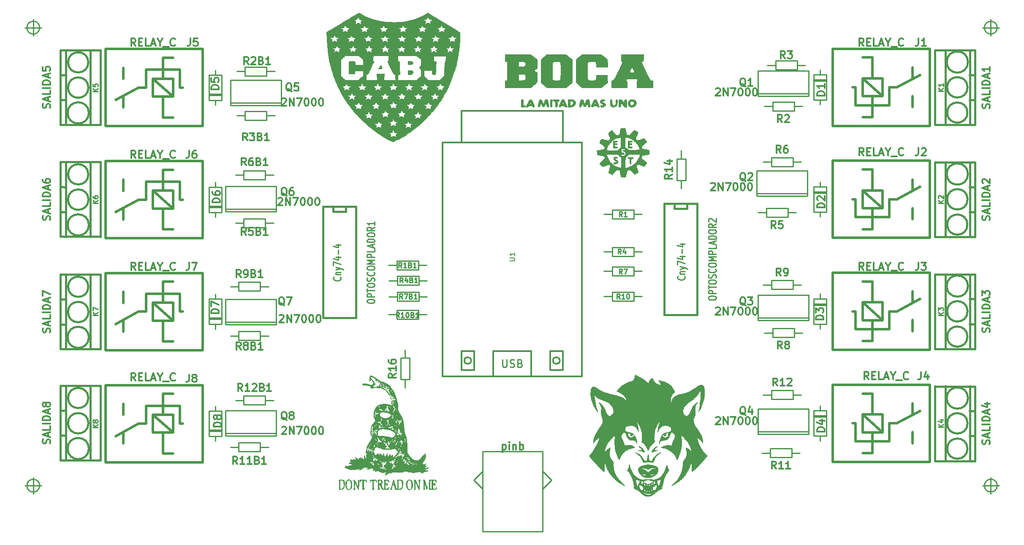
<source format=gbr>
%TF.GenerationSoftware,KiCad,Pcbnew,(5.1.10)-1*%
%TF.CreationDate,2021-09-30T22:30:01-03:00*%
%TF.ProjectId,esp32,65737033-322e-46b6-9963-61645f706362,rev?*%
%TF.SameCoordinates,Original*%
%TF.FileFunction,Legend,Top*%
%TF.FilePolarity,Positive*%
%FSLAX46Y46*%
G04 Gerber Fmt 4.6, Leading zero omitted, Abs format (unit mm)*
G04 Created by KiCad (PCBNEW (5.1.10)-1) date 2021-09-30 22:30:01*
%MOMM*%
%LPD*%
G01*
G04 APERTURE LIST*
%ADD10C,0.010000*%
%ADD11C,0.254000*%
%ADD12C,0.381000*%
%ADD13C,0.508000*%
%ADD14C,0.304800*%
%ADD15C,0.300000*%
%ADD16C,0.250000*%
%ADD17C,0.285750*%
%ADD18C,0.287020*%
%ADD19C,0.203200*%
G04 APERTURE END LIST*
D10*
%TO.C,G\u002A\u002A\u002A*%
G36*
X102388510Y-134780753D02*
G01*
X102578672Y-134908328D01*
X102604767Y-134930125D01*
X102732965Y-135060439D01*
X102808956Y-135210696D01*
X102850548Y-135433358D01*
X102872098Y-135717731D01*
X102883880Y-136038714D01*
X102865865Y-136248260D01*
X102805089Y-136403427D01*
X102688588Y-136561273D01*
X102677416Y-136574605D01*
X102424014Y-136787498D01*
X102167529Y-136837291D01*
X101921812Y-136722156D01*
X101876465Y-136680465D01*
X101709075Y-136419581D01*
X101599917Y-136065687D01*
X101589047Y-135942436D01*
X101796175Y-135942436D01*
X101848771Y-136296603D01*
X101955355Y-136561334D01*
X102103572Y-136717237D01*
X102281070Y-136744919D01*
X102475494Y-136624989D01*
X102499093Y-136600070D01*
X102624974Y-136366603D01*
X102687366Y-136048974D01*
X102690652Y-135693971D01*
X102639216Y-135348380D01*
X102537441Y-135058991D01*
X102389712Y-134872590D01*
X102334438Y-134842712D01*
X102159199Y-134855409D01*
X101995349Y-135003658D01*
X101868643Y-135254288D01*
X101809920Y-135518227D01*
X101796175Y-135942436D01*
X101589047Y-135942436D01*
X101566800Y-135690209D01*
X101585167Y-135512130D01*
X101679604Y-135256941D01*
X101844640Y-135008924D01*
X102039346Y-134816917D01*
X102222791Y-134729760D01*
X102241765Y-134728666D01*
X102388510Y-134780753D01*
G37*
X102388510Y-134780753D02*
X102578672Y-134908328D01*
X102604767Y-134930125D01*
X102732965Y-135060439D01*
X102808956Y-135210696D01*
X102850548Y-135433358D01*
X102872098Y-135717731D01*
X102883880Y-136038714D01*
X102865865Y-136248260D01*
X102805089Y-136403427D01*
X102688588Y-136561273D01*
X102677416Y-136574605D01*
X102424014Y-136787498D01*
X102167529Y-136837291D01*
X101921812Y-136722156D01*
X101876465Y-136680465D01*
X101709075Y-136419581D01*
X101599917Y-136065687D01*
X101589047Y-135942436D01*
X101796175Y-135942436D01*
X101848771Y-136296603D01*
X101955355Y-136561334D01*
X102103572Y-136717237D01*
X102281070Y-136744919D01*
X102475494Y-136624989D01*
X102499093Y-136600070D01*
X102624974Y-136366603D01*
X102687366Y-136048974D01*
X102690652Y-135693971D01*
X102639216Y-135348380D01*
X102537441Y-135058991D01*
X102389712Y-134872590D01*
X102334438Y-134842712D01*
X102159199Y-134855409D01*
X101995349Y-135003658D01*
X101868643Y-135254288D01*
X101809920Y-135518227D01*
X101796175Y-135942436D01*
X101589047Y-135942436D01*
X101566800Y-135690209D01*
X101585167Y-135512130D01*
X101679604Y-135256941D01*
X101844640Y-135008924D01*
X102039346Y-134816917D01*
X102222791Y-134729760D01*
X102241765Y-134728666D01*
X102388510Y-134780753D01*
G36*
X114562626Y-134777469D02*
G01*
X114618732Y-134799932D01*
X114841290Y-134987523D01*
X114993826Y-135288904D01*
X115066716Y-135659666D01*
X115050338Y-136055405D01*
X114960167Y-136375571D01*
X114784369Y-136648005D01*
X114553501Y-136807709D01*
X114305787Y-136841317D01*
X114079455Y-136735468D01*
X114040682Y-136697011D01*
X113849649Y-136401561D01*
X113749562Y-136063801D01*
X113743774Y-135950937D01*
X113967355Y-135950937D01*
X114010941Y-136292002D01*
X114109318Y-136569757D01*
X114166857Y-136655585D01*
X114332502Y-136744395D01*
X114527123Y-136703625D01*
X114692717Y-136548983D01*
X114716799Y-136506666D01*
X114777127Y-136302955D01*
X114816387Y-136009597D01*
X114824751Y-135812150D01*
X114791939Y-135372424D01*
X114695670Y-135056734D01*
X114543052Y-134877493D01*
X114341197Y-134847116D01*
X114282212Y-134864870D01*
X114135988Y-135003528D01*
X114032814Y-135261135D01*
X113975624Y-135592126D01*
X113967355Y-135950937D01*
X113743774Y-135950937D01*
X113731560Y-135712815D01*
X113786779Y-135377689D01*
X113906357Y-135087506D01*
X114081433Y-134871352D01*
X114303143Y-134758312D01*
X114562626Y-134777469D01*
G37*
X114562626Y-134777469D02*
X114618732Y-134799932D01*
X114841290Y-134987523D01*
X114993826Y-135288904D01*
X115066716Y-135659666D01*
X115050338Y-136055405D01*
X114960167Y-136375571D01*
X114784369Y-136648005D01*
X114553501Y-136807709D01*
X114305787Y-136841317D01*
X114079455Y-136735468D01*
X114040682Y-136697011D01*
X113849649Y-136401561D01*
X113749562Y-136063801D01*
X113743774Y-135950937D01*
X113967355Y-135950937D01*
X114010941Y-136292002D01*
X114109318Y-136569757D01*
X114166857Y-136655585D01*
X114332502Y-136744395D01*
X114527123Y-136703625D01*
X114692717Y-136548983D01*
X114716799Y-136506666D01*
X114777127Y-136302955D01*
X114816387Y-136009597D01*
X114824751Y-135812150D01*
X114791939Y-135372424D01*
X114695670Y-135056734D01*
X114543052Y-134877493D01*
X114341197Y-134847116D01*
X114282212Y-134864870D01*
X114135988Y-135003528D01*
X114032814Y-135261135D01*
X113975624Y-135592126D01*
X113967355Y-135950937D01*
X113743774Y-135950937D01*
X113731560Y-135712815D01*
X113786779Y-135377689D01*
X113906357Y-135087506D01*
X114081433Y-134871352D01*
X114303143Y-134758312D01*
X114562626Y-134777469D01*
G36*
X100955706Y-134821732D02*
G01*
X101128408Y-134848461D01*
X101230951Y-134918553D01*
X101312858Y-135050356D01*
X101319492Y-135063128D01*
X101431896Y-135431680D01*
X101441312Y-135849738D01*
X101351205Y-136243448D01*
X101255311Y-136430645D01*
X101125877Y-136599557D01*
X100990000Y-136688203D01*
X100785363Y-136725539D01*
X100599144Y-136735525D01*
X100367177Y-136737602D01*
X100242389Y-136725301D01*
X100242166Y-136707302D01*
X100295534Y-136620404D01*
X100329506Y-136404018D01*
X100345863Y-136042654D01*
X100348000Y-135787000D01*
X100340370Y-135343999D01*
X100316267Y-135053886D01*
X100273867Y-134900846D01*
X100270998Y-134898000D01*
X100517333Y-134898000D01*
X100517333Y-136676000D01*
X100727048Y-136676000D01*
X100950894Y-136597190D01*
X101076252Y-136463111D01*
X101216380Y-136119707D01*
X101259800Y-135710408D01*
X101201030Y-135311979D01*
X101165566Y-135212946D01*
X101056686Y-135003829D01*
X100929873Y-134914205D01*
X100775653Y-134898000D01*
X100517333Y-134898000D01*
X100270998Y-134898000D01*
X100242166Y-134869406D01*
X100262224Y-134846719D01*
X100417605Y-134828884D01*
X100663325Y-134820017D01*
X100955706Y-134821732D01*
G37*
X100955706Y-134821732D02*
X101128408Y-134848461D01*
X101230951Y-134918553D01*
X101312858Y-135050356D01*
X101319492Y-135063128D01*
X101431896Y-135431680D01*
X101441312Y-135849738D01*
X101351205Y-136243448D01*
X101255311Y-136430645D01*
X101125877Y-136599557D01*
X100990000Y-136688203D01*
X100785363Y-136725539D01*
X100599144Y-136735525D01*
X100367177Y-136737602D01*
X100242389Y-136725301D01*
X100242166Y-136707302D01*
X100295534Y-136620404D01*
X100329506Y-136404018D01*
X100345863Y-136042654D01*
X100348000Y-135787000D01*
X100340370Y-135343999D01*
X100316267Y-135053886D01*
X100273867Y-134900846D01*
X100270998Y-134898000D01*
X100517333Y-134898000D01*
X100517333Y-136676000D01*
X100727048Y-136676000D01*
X100950894Y-136597190D01*
X101076252Y-136463111D01*
X101216380Y-136119707D01*
X101259800Y-135710408D01*
X101201030Y-135311979D01*
X101165566Y-135212946D01*
X101056686Y-135003829D01*
X100929873Y-134914205D01*
X100775653Y-134898000D01*
X100517333Y-134898000D01*
X100270998Y-134898000D01*
X100242166Y-134869406D01*
X100262224Y-134846719D01*
X100417605Y-134828884D01*
X100663325Y-134820017D01*
X100955706Y-134821732D01*
G36*
X103373722Y-134844426D02*
G01*
X103471717Y-134942246D01*
X103589134Y-135139039D01*
X103743314Y-135460366D01*
X103804508Y-135596500D01*
X104153058Y-136379666D01*
X104155529Y-135645888D01*
X104146878Y-135240143D01*
X104116425Y-134988875D01*
X104062338Y-134878408D01*
X104052166Y-134873171D01*
X104086414Y-134856564D01*
X104260485Y-134841453D01*
X104544865Y-134829674D01*
X104846605Y-134823707D01*
X105246307Y-134820832D01*
X105508416Y-134827407D01*
X105664637Y-134849432D01*
X105746676Y-134892907D01*
X105786238Y-134963834D01*
X105797949Y-135003759D01*
X105843670Y-135218673D01*
X105828366Y-135284066D01*
X105754970Y-135195259D01*
X105718239Y-135130833D01*
X105574844Y-134960473D01*
X105425295Y-134898000D01*
X105350678Y-134909824D01*
X105302380Y-134965299D01*
X105274734Y-135094432D01*
X105262070Y-135327228D01*
X105258718Y-135693692D01*
X105258666Y-135779944D01*
X105266191Y-136224593D01*
X105289978Y-136516442D01*
X105331851Y-136671411D01*
X105364500Y-136704593D01*
X105368419Y-136735422D01*
X105236438Y-136753464D01*
X105216333Y-136754155D01*
X104962333Y-136761011D01*
X104988781Y-135829505D01*
X104997275Y-135414763D01*
X104992686Y-135141700D01*
X104972047Y-134982963D01*
X104932393Y-134911200D01*
X104887749Y-134898000D01*
X104747603Y-134961795D01*
X104628467Y-135086172D01*
X104496666Y-135274344D01*
X104496666Y-135079116D01*
X104459778Y-134936141D01*
X104390833Y-134918999D01*
X104335774Y-135005559D01*
X104295909Y-135231254D01*
X104269585Y-135608015D01*
X104260968Y-135857387D01*
X104245045Y-136225502D01*
X104220583Y-136521288D01*
X104191203Y-136710042D01*
X104166738Y-136760666D01*
X104106524Y-136687620D01*
X104000378Y-136490706D01*
X103865298Y-136203265D01*
X103767435Y-135977500D01*
X103438333Y-135194333D01*
X103413517Y-135906748D01*
X103409254Y-136301082D01*
X103431105Y-136549698D01*
X103481448Y-136674540D01*
X103498184Y-136688618D01*
X103509155Y-136735721D01*
X103363772Y-136756260D01*
X103311333Y-136756795D01*
X103129803Y-136747897D01*
X103098206Y-136715987D01*
X103163166Y-136669218D01*
X103232738Y-136604315D01*
X103276925Y-136485391D01*
X103301059Y-136279271D01*
X103310475Y-135952779D01*
X103311333Y-135747515D01*
X103303064Y-135313767D01*
X103277046Y-135033495D01*
X103231456Y-134891595D01*
X103205500Y-134869406D01*
X103188391Y-134834288D01*
X103277812Y-134820017D01*
X103373722Y-134844426D01*
G37*
X103373722Y-134844426D02*
X103471717Y-134942246D01*
X103589134Y-135139039D01*
X103743314Y-135460366D01*
X103804508Y-135596500D01*
X104153058Y-136379666D01*
X104155529Y-135645888D01*
X104146878Y-135240143D01*
X104116425Y-134988875D01*
X104062338Y-134878408D01*
X104052166Y-134873171D01*
X104086414Y-134856564D01*
X104260485Y-134841453D01*
X104544865Y-134829674D01*
X104846605Y-134823707D01*
X105246307Y-134820832D01*
X105508416Y-134827407D01*
X105664637Y-134849432D01*
X105746676Y-134892907D01*
X105786238Y-134963834D01*
X105797949Y-135003759D01*
X105843670Y-135218673D01*
X105828366Y-135284066D01*
X105754970Y-135195259D01*
X105718239Y-135130833D01*
X105574844Y-134960473D01*
X105425295Y-134898000D01*
X105350678Y-134909824D01*
X105302380Y-134965299D01*
X105274734Y-135094432D01*
X105262070Y-135327228D01*
X105258718Y-135693692D01*
X105258666Y-135779944D01*
X105266191Y-136224593D01*
X105289978Y-136516442D01*
X105331851Y-136671411D01*
X105364500Y-136704593D01*
X105368419Y-136735422D01*
X105236438Y-136753464D01*
X105216333Y-136754155D01*
X104962333Y-136761011D01*
X104988781Y-135829505D01*
X104997275Y-135414763D01*
X104992686Y-135141700D01*
X104972047Y-134982963D01*
X104932393Y-134911200D01*
X104887749Y-134898000D01*
X104747603Y-134961795D01*
X104628467Y-135086172D01*
X104496666Y-135274344D01*
X104496666Y-135079116D01*
X104459778Y-134936141D01*
X104390833Y-134918999D01*
X104335774Y-135005559D01*
X104295909Y-135231254D01*
X104269585Y-135608015D01*
X104260968Y-135857387D01*
X104245045Y-136225502D01*
X104220583Y-136521288D01*
X104191203Y-136710042D01*
X104166738Y-136760666D01*
X104106524Y-136687620D01*
X104000378Y-136490706D01*
X103865298Y-136203265D01*
X103767435Y-135977500D01*
X103438333Y-135194333D01*
X103413517Y-135906748D01*
X103409254Y-136301082D01*
X103431105Y-136549698D01*
X103481448Y-136674540D01*
X103498184Y-136688618D01*
X103509155Y-136735721D01*
X103363772Y-136756260D01*
X103311333Y-136756795D01*
X103129803Y-136747897D01*
X103098206Y-136715987D01*
X103163166Y-136669218D01*
X103232738Y-136604315D01*
X103276925Y-136485391D01*
X103301059Y-136279271D01*
X103310475Y-135952779D01*
X103311333Y-135747515D01*
X103303064Y-135313767D01*
X103277046Y-135033495D01*
X103231456Y-134891595D01*
X103205500Y-134869406D01*
X103188391Y-134834288D01*
X103277812Y-134820017D01*
X103373722Y-134844426D01*
G36*
X107503156Y-134820786D02*
G01*
X107702070Y-134846708D01*
X107788656Y-134896439D01*
X107798666Y-134933408D01*
X107821717Y-135117694D01*
X107843618Y-135208575D01*
X107850514Y-135271758D01*
X107793842Y-135183828D01*
X107789178Y-135175029D01*
X107636324Y-134999463D01*
X107443147Y-134914864D01*
X107291424Y-134939865D01*
X107247253Y-135047570D01*
X107218485Y-135276540D01*
X107204603Y-135582049D01*
X107205089Y-135919373D01*
X107219425Y-136243787D01*
X107247096Y-136510567D01*
X107287583Y-136674988D01*
X107311833Y-136704593D01*
X107310297Y-136731980D01*
X107174214Y-136746563D01*
X107121333Y-136747298D01*
X106956081Y-136737295D01*
X106916393Y-136712476D01*
X106930833Y-136704593D01*
X106984656Y-136605271D01*
X107021556Y-136385711D01*
X107041886Y-136087988D01*
X107045998Y-135754176D01*
X107034243Y-135426346D01*
X107006975Y-135146574D01*
X106964544Y-134956931D01*
X106915714Y-134898000D01*
X106761647Y-134953764D01*
X106661714Y-135031047D01*
X106560766Y-135114870D01*
X106530282Y-135058086D01*
X106528666Y-134988714D01*
X106542293Y-134899172D01*
X106606678Y-134846646D01*
X106757078Y-134821398D01*
X107028752Y-134813689D01*
X107163666Y-134813333D01*
X107503156Y-134820786D01*
G37*
X107503156Y-134820786D02*
X107702070Y-134846708D01*
X107788656Y-134896439D01*
X107798666Y-134933408D01*
X107821717Y-135117694D01*
X107843618Y-135208575D01*
X107850514Y-135271758D01*
X107793842Y-135183828D01*
X107789178Y-135175029D01*
X107636324Y-134999463D01*
X107443147Y-134914864D01*
X107291424Y-134939865D01*
X107247253Y-135047570D01*
X107218485Y-135276540D01*
X107204603Y-135582049D01*
X107205089Y-135919373D01*
X107219425Y-136243787D01*
X107247096Y-136510567D01*
X107287583Y-136674988D01*
X107311833Y-136704593D01*
X107310297Y-136731980D01*
X107174214Y-136746563D01*
X107121333Y-136747298D01*
X106956081Y-136737295D01*
X106916393Y-136712476D01*
X106930833Y-136704593D01*
X106984656Y-136605271D01*
X107021556Y-136385711D01*
X107041886Y-136087988D01*
X107045998Y-135754176D01*
X107034243Y-135426346D01*
X107006975Y-135146574D01*
X106964544Y-134956931D01*
X106915714Y-134898000D01*
X106761647Y-134953764D01*
X106661714Y-135031047D01*
X106560766Y-135114870D01*
X106530282Y-135058086D01*
X106528666Y-134988714D01*
X106542293Y-134899172D01*
X106606678Y-134846646D01*
X106757078Y-134821398D01*
X107028752Y-134813689D01*
X107163666Y-134813333D01*
X107503156Y-134820786D01*
G36*
X110016132Y-134822209D02*
G01*
X110176165Y-134845531D01*
X110242703Y-134901097D01*
X110254000Y-134975741D01*
X110281491Y-135202486D01*
X110305341Y-135293241D01*
X110299716Y-135330388D01*
X110225040Y-135241043D01*
X110179585Y-135173166D01*
X109987718Y-134959860D01*
X109789577Y-134898000D01*
X109658218Y-134913609D01*
X109595981Y-134990705D01*
X109577497Y-135174689D01*
X109576666Y-135279000D01*
X109608032Y-135538498D01*
X109690389Y-135663055D01*
X109806124Y-135640314D01*
X109908551Y-135511833D01*
X109963241Y-135448383D01*
X109989088Y-135518006D01*
X109994850Y-135702333D01*
X109987092Y-135903635D01*
X109958042Y-135955190D01*
X109908551Y-135892833D01*
X109782298Y-135769793D01*
X109699459Y-135744666D01*
X109624665Y-135790758D01*
X109586367Y-135948721D01*
X109576666Y-136210333D01*
X109582118Y-136477000D01*
X109611111Y-136615849D01*
X109682595Y-136668331D01*
X109789577Y-136676000D01*
X110000026Y-136605455D01*
X110179585Y-136400833D01*
X110276778Y-136265514D01*
X110312599Y-136249351D01*
X110305341Y-136280758D01*
X110259914Y-136504946D01*
X110254000Y-136598258D01*
X110237801Y-136680068D01*
X110166420Y-136728762D01*
X110005677Y-136752719D01*
X109721392Y-136760319D01*
X109591563Y-136760666D01*
X108929126Y-136760666D01*
X108723730Y-136237213D01*
X108572563Y-135891741D01*
X108455279Y-135712176D01*
X108371875Y-135698518D01*
X108322346Y-135850765D01*
X108306666Y-136153888D01*
X108324810Y-136485004D01*
X108377321Y-136671436D01*
X108412500Y-136704593D01*
X108410964Y-136731980D01*
X108274880Y-136746563D01*
X108222000Y-136747298D01*
X108056748Y-136737295D01*
X108017060Y-136712476D01*
X108031500Y-136704593D01*
X108084716Y-136620053D01*
X108118634Y-136407115D01*
X108135077Y-136049967D01*
X108137333Y-135787000D01*
X108129704Y-135343999D01*
X108120787Y-135236666D01*
X108306666Y-135236666D01*
X108320709Y-135457987D01*
X108377874Y-135555861D01*
X108477815Y-135575333D01*
X108646229Y-135500865D01*
X108744263Y-135366173D01*
X108779473Y-135136010D01*
X108678733Y-134965433D01*
X108467966Y-134898006D01*
X108465633Y-134898000D01*
X108360819Y-134930436D01*
X108314722Y-135056117D01*
X108306666Y-135236666D01*
X108120787Y-135236666D01*
X108105601Y-135053886D01*
X108063200Y-134900846D01*
X108031500Y-134869406D01*
X108045215Y-134844555D01*
X108193235Y-134826135D01*
X108353233Y-134820017D01*
X108620625Y-134835161D01*
X108823308Y-134881195D01*
X108882400Y-134914933D01*
X108975386Y-135116983D01*
X108946668Y-135373103D01*
X108857168Y-135549400D01*
X108791817Y-135667818D01*
X108782077Y-135796466D01*
X108832316Y-135988189D01*
X108911251Y-136203238D01*
X109042915Y-136497346D01*
X109162129Y-136646325D01*
X109249750Y-136676000D01*
X109320477Y-136661888D01*
X109366275Y-136599695D01*
X109392468Y-136459635D01*
X109404377Y-136211921D01*
X109407325Y-135826766D01*
X109407333Y-135794055D01*
X109399808Y-135349406D01*
X109376021Y-135057557D01*
X109334148Y-134902588D01*
X109301500Y-134869406D01*
X109321678Y-134846761D01*
X109477205Y-134828939D01*
X109724833Y-134820017D01*
X110016132Y-134822209D01*
G37*
X110016132Y-134822209D02*
X110176165Y-134845531D01*
X110242703Y-134901097D01*
X110254000Y-134975741D01*
X110281491Y-135202486D01*
X110305341Y-135293241D01*
X110299716Y-135330388D01*
X110225040Y-135241043D01*
X110179585Y-135173166D01*
X109987718Y-134959860D01*
X109789577Y-134898000D01*
X109658218Y-134913609D01*
X109595981Y-134990705D01*
X109577497Y-135174689D01*
X109576666Y-135279000D01*
X109608032Y-135538498D01*
X109690389Y-135663055D01*
X109806124Y-135640314D01*
X109908551Y-135511833D01*
X109963241Y-135448383D01*
X109989088Y-135518006D01*
X109994850Y-135702333D01*
X109987092Y-135903635D01*
X109958042Y-135955190D01*
X109908551Y-135892833D01*
X109782298Y-135769793D01*
X109699459Y-135744666D01*
X109624665Y-135790758D01*
X109586367Y-135948721D01*
X109576666Y-136210333D01*
X109582118Y-136477000D01*
X109611111Y-136615849D01*
X109682595Y-136668331D01*
X109789577Y-136676000D01*
X110000026Y-136605455D01*
X110179585Y-136400833D01*
X110276778Y-136265514D01*
X110312599Y-136249351D01*
X110305341Y-136280758D01*
X110259914Y-136504946D01*
X110254000Y-136598258D01*
X110237801Y-136680068D01*
X110166420Y-136728762D01*
X110005677Y-136752719D01*
X109721392Y-136760319D01*
X109591563Y-136760666D01*
X108929126Y-136760666D01*
X108723730Y-136237213D01*
X108572563Y-135891741D01*
X108455279Y-135712176D01*
X108371875Y-135698518D01*
X108322346Y-135850765D01*
X108306666Y-136153888D01*
X108324810Y-136485004D01*
X108377321Y-136671436D01*
X108412500Y-136704593D01*
X108410964Y-136731980D01*
X108274880Y-136746563D01*
X108222000Y-136747298D01*
X108056748Y-136737295D01*
X108017060Y-136712476D01*
X108031500Y-136704593D01*
X108084716Y-136620053D01*
X108118634Y-136407115D01*
X108135077Y-136049967D01*
X108137333Y-135787000D01*
X108129704Y-135343999D01*
X108120787Y-135236666D01*
X108306666Y-135236666D01*
X108320709Y-135457987D01*
X108377874Y-135555861D01*
X108477815Y-135575333D01*
X108646229Y-135500865D01*
X108744263Y-135366173D01*
X108779473Y-135136010D01*
X108678733Y-134965433D01*
X108467966Y-134898006D01*
X108465633Y-134898000D01*
X108360819Y-134930436D01*
X108314722Y-135056117D01*
X108306666Y-135236666D01*
X108120787Y-135236666D01*
X108105601Y-135053886D01*
X108063200Y-134900846D01*
X108031500Y-134869406D01*
X108045215Y-134844555D01*
X108193235Y-134826135D01*
X108353233Y-134820017D01*
X108620625Y-134835161D01*
X108823308Y-134881195D01*
X108882400Y-134914933D01*
X108975386Y-135116983D01*
X108946668Y-135373103D01*
X108857168Y-135549400D01*
X108791817Y-135667818D01*
X108782077Y-135796466D01*
X108832316Y-135988189D01*
X108911251Y-136203238D01*
X109042915Y-136497346D01*
X109162129Y-136646325D01*
X109249750Y-136676000D01*
X109320477Y-136661888D01*
X109366275Y-136599695D01*
X109392468Y-136459635D01*
X109404377Y-136211921D01*
X109407325Y-135826766D01*
X109407333Y-135794055D01*
X109399808Y-135349406D01*
X109376021Y-135057557D01*
X109334148Y-134902588D01*
X109301500Y-134869406D01*
X109321678Y-134846761D01*
X109477205Y-134828939D01*
X109724833Y-134820017D01*
X110016132Y-134822209D01*
G36*
X111264794Y-134788002D02*
G01*
X111313501Y-134914864D01*
X111314388Y-134918378D01*
X111358498Y-135096078D01*
X111430096Y-135386555D01*
X111516447Y-135738100D01*
X111551908Y-135882779D01*
X111656112Y-136270444D01*
X111746282Y-136513786D01*
X111832361Y-136636108D01*
X111883833Y-136660695D01*
X111950142Y-136657761D01*
X111993215Y-136600228D01*
X112017949Y-136459650D01*
X112029244Y-136207583D01*
X112031998Y-135815581D01*
X112032000Y-135800263D01*
X112024565Y-135354165D01*
X112001049Y-135060793D01*
X111959631Y-134904141D01*
X111953715Y-134898000D01*
X112201333Y-134898000D01*
X112201333Y-136676000D01*
X112411048Y-136676000D01*
X112634894Y-136597190D01*
X112760252Y-136463111D01*
X112900380Y-136119707D01*
X112943800Y-135710408D01*
X112885030Y-135311979D01*
X112849566Y-135212946D01*
X112740686Y-135003829D01*
X112613873Y-134914205D01*
X112459653Y-134898000D01*
X112201333Y-134898000D01*
X111953715Y-134898000D01*
X111926166Y-134869406D01*
X111946224Y-134846719D01*
X112101605Y-134828884D01*
X112347325Y-134820017D01*
X112639706Y-134821732D01*
X112812408Y-134848461D01*
X112914951Y-134918553D01*
X112996858Y-135050356D01*
X113003492Y-135063128D01*
X113115934Y-135431771D01*
X113125312Y-135849831D01*
X113035098Y-136243500D01*
X112939133Y-136430645D01*
X112834070Y-136575422D01*
X112729321Y-136662820D01*
X112579220Y-136709553D01*
X112338098Y-136732336D01*
X112085188Y-136743192D01*
X111733617Y-136746839D01*
X111526848Y-136726898D01*
X111476423Y-136684492D01*
X111476700Y-136684035D01*
X111488407Y-136557623D01*
X111458330Y-136334309D01*
X111431594Y-136214676D01*
X111353868Y-135970420D01*
X111263631Y-135855247D01*
X111150440Y-135829333D01*
X111019701Y-135867043D01*
X110928283Y-136006389D01*
X110870535Y-136188175D01*
X110819043Y-136472988D01*
X110852835Y-136639508D01*
X110863411Y-136653842D01*
X110890694Y-136732256D01*
X110777155Y-136759797D01*
X110728081Y-136760666D01*
X110573561Y-136748219D01*
X110561219Y-136678909D01*
X110623529Y-136570166D01*
X110697263Y-136404312D01*
X110792807Y-136122947D01*
X110893959Y-135775572D01*
X110912707Y-135703940D01*
X111039345Y-135703940D01*
X111133125Y-135744666D01*
X111245315Y-135672973D01*
X111270000Y-135537996D01*
X111238782Y-135358723D01*
X111185333Y-135279000D01*
X111106032Y-135273488D01*
X111099510Y-135295169D01*
X111078507Y-135424483D01*
X111047302Y-135554166D01*
X111039345Y-135703940D01*
X110912707Y-135703940D01*
X110935288Y-135617666D01*
X111049693Y-135187869D01*
X111138803Y-134913597D01*
X111208533Y-134783944D01*
X111264794Y-134788002D01*
G37*
X111264794Y-134788002D02*
X111313501Y-134914864D01*
X111314388Y-134918378D01*
X111358498Y-135096078D01*
X111430096Y-135386555D01*
X111516447Y-135738100D01*
X111551908Y-135882779D01*
X111656112Y-136270444D01*
X111746282Y-136513786D01*
X111832361Y-136636108D01*
X111883833Y-136660695D01*
X111950142Y-136657761D01*
X111993215Y-136600228D01*
X112017949Y-136459650D01*
X112029244Y-136207583D01*
X112031998Y-135815581D01*
X112032000Y-135800263D01*
X112024565Y-135354165D01*
X112001049Y-135060793D01*
X111959631Y-134904141D01*
X111953715Y-134898000D01*
X112201333Y-134898000D01*
X112201333Y-136676000D01*
X112411048Y-136676000D01*
X112634894Y-136597190D01*
X112760252Y-136463111D01*
X112900380Y-136119707D01*
X112943800Y-135710408D01*
X112885030Y-135311979D01*
X112849566Y-135212946D01*
X112740686Y-135003829D01*
X112613873Y-134914205D01*
X112459653Y-134898000D01*
X112201333Y-134898000D01*
X111953715Y-134898000D01*
X111926166Y-134869406D01*
X111946224Y-134846719D01*
X112101605Y-134828884D01*
X112347325Y-134820017D01*
X112639706Y-134821732D01*
X112812408Y-134848461D01*
X112914951Y-134918553D01*
X112996858Y-135050356D01*
X113003492Y-135063128D01*
X113115934Y-135431771D01*
X113125312Y-135849831D01*
X113035098Y-136243500D01*
X112939133Y-136430645D01*
X112834070Y-136575422D01*
X112729321Y-136662820D01*
X112579220Y-136709553D01*
X112338098Y-136732336D01*
X112085188Y-136743192D01*
X111733617Y-136746839D01*
X111526848Y-136726898D01*
X111476423Y-136684492D01*
X111476700Y-136684035D01*
X111488407Y-136557623D01*
X111458330Y-136334309D01*
X111431594Y-136214676D01*
X111353868Y-135970420D01*
X111263631Y-135855247D01*
X111150440Y-135829333D01*
X111019701Y-135867043D01*
X110928283Y-136006389D01*
X110870535Y-136188175D01*
X110819043Y-136472988D01*
X110852835Y-136639508D01*
X110863411Y-136653842D01*
X110890694Y-136732256D01*
X110777155Y-136759797D01*
X110728081Y-136760666D01*
X110573561Y-136748219D01*
X110561219Y-136678909D01*
X110623529Y-136570166D01*
X110697263Y-136404312D01*
X110792807Y-136122947D01*
X110893959Y-135775572D01*
X110912707Y-135703940D01*
X111039345Y-135703940D01*
X111133125Y-135744666D01*
X111245315Y-135672973D01*
X111270000Y-135537996D01*
X111238782Y-135358723D01*
X111185333Y-135279000D01*
X111106032Y-135273488D01*
X111099510Y-135295169D01*
X111078507Y-135424483D01*
X111047302Y-135554166D01*
X111039345Y-135703940D01*
X110912707Y-135703940D01*
X110935288Y-135617666D01*
X111049693Y-135187869D01*
X111138803Y-134913597D01*
X111208533Y-134783944D01*
X111264794Y-134788002D01*
G36*
X116396566Y-134820017D02*
G01*
X116538466Y-134836170D01*
X116547176Y-134866460D01*
X116540500Y-134869406D01*
X116488980Y-134950557D01*
X116455453Y-135155703D01*
X116438123Y-135501358D01*
X116434666Y-135843444D01*
X116428883Y-136282329D01*
X116410406Y-136567584D01*
X116377550Y-136714554D01*
X116335845Y-136741837D01*
X116262769Y-136654527D01*
X116144162Y-136445144D01*
X115998539Y-136148368D01*
X115891345Y-135909281D01*
X115545666Y-135109666D01*
X115520943Y-135816372D01*
X115519893Y-136230562D01*
X115548503Y-136515982D01*
X115594810Y-136641872D01*
X115636216Y-136725160D01*
X115548602Y-136753830D01*
X115450200Y-136753982D01*
X115311850Y-136737521D01*
X115307886Y-136706717D01*
X115312833Y-136704593D01*
X115366049Y-136620053D01*
X115399967Y-136407115D01*
X115416410Y-136049967D01*
X115418666Y-135787000D01*
X115411037Y-135343999D01*
X115386934Y-135053886D01*
X115344533Y-134900846D01*
X115312833Y-134869406D01*
X115302217Y-134836946D01*
X115418666Y-134821729D01*
X115520634Y-134835275D01*
X115610710Y-134899355D01*
X115707704Y-135041085D01*
X115830427Y-135287580D01*
X115986707Y-135640545D01*
X116343081Y-136464333D01*
X116346540Y-135740433D01*
X116335824Y-135332270D01*
X116301037Y-135048497D01*
X116248400Y-134914933D01*
X116211422Y-134844164D01*
X116311670Y-134819786D01*
X116396566Y-134820017D01*
G37*
X116396566Y-134820017D02*
X116538466Y-134836170D01*
X116547176Y-134866460D01*
X116540500Y-134869406D01*
X116488980Y-134950557D01*
X116455453Y-135155703D01*
X116438123Y-135501358D01*
X116434666Y-135843444D01*
X116428883Y-136282329D01*
X116410406Y-136567584D01*
X116377550Y-136714554D01*
X116335845Y-136741837D01*
X116262769Y-136654527D01*
X116144162Y-136445144D01*
X115998539Y-136148368D01*
X115891345Y-135909281D01*
X115545666Y-135109666D01*
X115520943Y-135816372D01*
X115519893Y-136230562D01*
X115548503Y-136515982D01*
X115594810Y-136641872D01*
X115636216Y-136725160D01*
X115548602Y-136753830D01*
X115450200Y-136753982D01*
X115311850Y-136737521D01*
X115307886Y-136706717D01*
X115312833Y-136704593D01*
X115366049Y-136620053D01*
X115399967Y-136407115D01*
X115416410Y-136049967D01*
X115418666Y-135787000D01*
X115411037Y-135343999D01*
X115386934Y-135053886D01*
X115344533Y-134900846D01*
X115312833Y-134869406D01*
X115302217Y-134836946D01*
X115418666Y-134821729D01*
X115520634Y-134835275D01*
X115610710Y-134899355D01*
X115707704Y-135041085D01*
X115830427Y-135287580D01*
X115986707Y-135640545D01*
X116343081Y-136464333D01*
X116346540Y-135740433D01*
X116335824Y-135332270D01*
X116301037Y-135048497D01*
X116248400Y-134914933D01*
X116211422Y-134844164D01*
X116311670Y-134819786D01*
X116396566Y-134820017D01*
G36*
X117400383Y-134827229D02*
G01*
X117479047Y-134877496D01*
X117545541Y-135002148D01*
X117617312Y-135232513D01*
X117699861Y-135552228D01*
X117791296Y-135892984D01*
X117877908Y-136174689D01*
X117945826Y-136353733D01*
X117965718Y-136388163D01*
X118004859Y-136524756D01*
X117971207Y-136677531D01*
X117886041Y-136759671D01*
X117874416Y-136760666D01*
X117826489Y-136684237D01*
X117751734Y-136478801D01*
X117662309Y-136180138D01*
X117608308Y-135977500D01*
X117408333Y-135194333D01*
X117383460Y-135858526D01*
X117382894Y-136254218D01*
X117413163Y-136528104D01*
X117457327Y-136641692D01*
X117498936Y-136725102D01*
X117411608Y-136753821D01*
X117312866Y-136753982D01*
X117174516Y-136737521D01*
X117170552Y-136706717D01*
X117175500Y-136704593D01*
X117228716Y-136620053D01*
X117262634Y-136407115D01*
X117279077Y-136049967D01*
X117281333Y-135787000D01*
X117273704Y-135343999D01*
X117249601Y-135053886D01*
X117207200Y-134900846D01*
X117175500Y-134869406D01*
X117166730Y-134837017D01*
X117292104Y-134820017D01*
X117400383Y-134827229D01*
G37*
X117400383Y-134827229D02*
X117479047Y-134877496D01*
X117545541Y-135002148D01*
X117617312Y-135232513D01*
X117699861Y-135552228D01*
X117791296Y-135892984D01*
X117877908Y-136174689D01*
X117945826Y-136353733D01*
X117965718Y-136388163D01*
X118004859Y-136524756D01*
X117971207Y-136677531D01*
X117886041Y-136759671D01*
X117874416Y-136760666D01*
X117826489Y-136684237D01*
X117751734Y-136478801D01*
X117662309Y-136180138D01*
X117608308Y-135977500D01*
X117408333Y-135194333D01*
X117383460Y-135858526D01*
X117382894Y-136254218D01*
X117413163Y-136528104D01*
X117457327Y-136641692D01*
X117498936Y-136725102D01*
X117411608Y-136753821D01*
X117312866Y-136753982D01*
X117174516Y-136737521D01*
X117170552Y-136706717D01*
X117175500Y-136704593D01*
X117228716Y-136620053D01*
X117262634Y-136407115D01*
X117279077Y-136049967D01*
X117281333Y-135787000D01*
X117273704Y-135343999D01*
X117249601Y-135053886D01*
X117207200Y-134900846D01*
X117175500Y-134869406D01*
X117166730Y-134837017D01*
X117292104Y-134820017D01*
X117400383Y-134827229D01*
G36*
X119416296Y-134821594D02*
G01*
X119644616Y-134858653D01*
X119766547Y-134942920D01*
X119813402Y-135092808D01*
X119818019Y-135264758D01*
X119804312Y-135358138D01*
X119759390Y-135310809D01*
X119695106Y-135173166D01*
X119569993Y-134971542D01*
X119406163Y-134900109D01*
X119359753Y-134898000D01*
X119226692Y-134913206D01*
X119163649Y-134989136D01*
X119144879Y-135171254D01*
X119144000Y-135279000D01*
X119165085Y-135544465D01*
X119229995Y-135647365D01*
X119341216Y-135589341D01*
X119435532Y-135471827D01*
X119513097Y-135371482D01*
X119551322Y-135375909D01*
X119562970Y-135508612D01*
X119561966Y-135704661D01*
X119553533Y-135937708D01*
X119532248Y-136018485D01*
X119492096Y-135963915D01*
X119480028Y-135935166D01*
X119373069Y-135787823D01*
X119273728Y-135744666D01*
X119195923Y-135784054D01*
X119155763Y-135924319D01*
X119144010Y-136198615D01*
X119144000Y-136210333D01*
X119149357Y-136476937D01*
X119178244Y-136615747D01*
X119249880Y-136668248D01*
X119359753Y-136676000D01*
X119538619Y-136628199D01*
X119668235Y-136458853D01*
X119695106Y-136400833D01*
X119773564Y-136238773D01*
X119809825Y-136225607D01*
X119818019Y-136309241D01*
X119810294Y-136511515D01*
X119758547Y-136642078D01*
X119633090Y-136716045D01*
X119404236Y-136748532D01*
X119042296Y-136754651D01*
X118944441Y-136753982D01*
X118620935Y-136746895D01*
X118387357Y-136733344D01*
X118274650Y-136715616D01*
X118276166Y-136704593D01*
X118327887Y-136623047D01*
X118361464Y-136416991D01*
X118378697Y-136069981D01*
X118381509Y-135787000D01*
X118551333Y-135787000D01*
X118553456Y-136183594D01*
X118563627Y-136440809D01*
X118587549Y-136588584D01*
X118630923Y-136656854D01*
X118699453Y-136675559D01*
X118720666Y-136676000D01*
X118796208Y-136664853D01*
X118845201Y-136611454D01*
X118873349Y-136485866D01*
X118886353Y-136258150D01*
X118889916Y-135898369D01*
X118890000Y-135787000D01*
X118887876Y-135390405D01*
X118877705Y-135133190D01*
X118853784Y-134985415D01*
X118810409Y-134917145D01*
X118741879Y-134898440D01*
X118720666Y-134898000D01*
X118645124Y-134909146D01*
X118596131Y-134962545D01*
X118567983Y-135088133D01*
X118554980Y-135315849D01*
X118551417Y-135675630D01*
X118551333Y-135787000D01*
X118381509Y-135787000D01*
X118382000Y-135737611D01*
X118382000Y-134813333D01*
X119050274Y-134813333D01*
X119416296Y-134821594D01*
G37*
X119416296Y-134821594D02*
X119644616Y-134858653D01*
X119766547Y-134942920D01*
X119813402Y-135092808D01*
X119818019Y-135264758D01*
X119804312Y-135358138D01*
X119759390Y-135310809D01*
X119695106Y-135173166D01*
X119569993Y-134971542D01*
X119406163Y-134900109D01*
X119359753Y-134898000D01*
X119226692Y-134913206D01*
X119163649Y-134989136D01*
X119144879Y-135171254D01*
X119144000Y-135279000D01*
X119165085Y-135544465D01*
X119229995Y-135647365D01*
X119341216Y-135589341D01*
X119435532Y-135471827D01*
X119513097Y-135371482D01*
X119551322Y-135375909D01*
X119562970Y-135508612D01*
X119561966Y-135704661D01*
X119553533Y-135937708D01*
X119532248Y-136018485D01*
X119492096Y-135963915D01*
X119480028Y-135935166D01*
X119373069Y-135787823D01*
X119273728Y-135744666D01*
X119195923Y-135784054D01*
X119155763Y-135924319D01*
X119144010Y-136198615D01*
X119144000Y-136210333D01*
X119149357Y-136476937D01*
X119178244Y-136615747D01*
X119249880Y-136668248D01*
X119359753Y-136676000D01*
X119538619Y-136628199D01*
X119668235Y-136458853D01*
X119695106Y-136400833D01*
X119773564Y-136238773D01*
X119809825Y-136225607D01*
X119818019Y-136309241D01*
X119810294Y-136511515D01*
X119758547Y-136642078D01*
X119633090Y-136716045D01*
X119404236Y-136748532D01*
X119042296Y-136754651D01*
X118944441Y-136753982D01*
X118620935Y-136746895D01*
X118387357Y-136733344D01*
X118274650Y-136715616D01*
X118276166Y-136704593D01*
X118327887Y-136623047D01*
X118361464Y-136416991D01*
X118378697Y-136069981D01*
X118381509Y-135787000D01*
X118551333Y-135787000D01*
X118553456Y-136183594D01*
X118563627Y-136440809D01*
X118587549Y-136588584D01*
X118630923Y-136656854D01*
X118699453Y-136675559D01*
X118720666Y-136676000D01*
X118796208Y-136664853D01*
X118845201Y-136611454D01*
X118873349Y-136485866D01*
X118886353Y-136258150D01*
X118889916Y-135898369D01*
X118890000Y-135787000D01*
X118887876Y-135390405D01*
X118877705Y-135133190D01*
X118853784Y-134985415D01*
X118810409Y-134917145D01*
X118741879Y-134898440D01*
X118720666Y-134898000D01*
X118645124Y-134909146D01*
X118596131Y-134962545D01*
X118567983Y-135088133D01*
X118554980Y-135315849D01*
X118551417Y-135675630D01*
X118551333Y-135787000D01*
X118381509Y-135787000D01*
X118382000Y-135737611D01*
X118382000Y-134813333D01*
X119050274Y-134813333D01*
X119416296Y-134821594D01*
G36*
X118099777Y-136111555D02*
G01*
X118109910Y-136212035D01*
X118099777Y-136224444D01*
X118049443Y-136212822D01*
X118043333Y-136168000D01*
X118074311Y-136098309D01*
X118099777Y-136111555D01*
G37*
X118099777Y-136111555D02*
X118109910Y-136212035D01*
X118099777Y-136224444D01*
X118049443Y-136212822D01*
X118043333Y-136168000D01*
X118074311Y-136098309D01*
X118099777Y-136111555D01*
G36*
X118297333Y-135533000D02*
G01*
X118255000Y-135575333D01*
X118212666Y-135533000D01*
X118255000Y-135490666D01*
X118297333Y-135533000D01*
G37*
X118297333Y-135533000D02*
X118255000Y-135575333D01*
X118212666Y-135533000D01*
X118255000Y-135490666D01*
X118297333Y-135533000D01*
G36*
X106528666Y-135279000D02*
G01*
X106486333Y-135321333D01*
X106444000Y-135279000D01*
X106486333Y-135236666D01*
X106528666Y-135279000D01*
G37*
X106528666Y-135279000D02*
X106486333Y-135321333D01*
X106444000Y-135279000D01*
X106486333Y-135236666D01*
X106528666Y-135279000D01*
G36*
X106802941Y-113912108D02*
G01*
X106961672Y-114002077D01*
X107225065Y-114143344D01*
X107464221Y-114252641D01*
X107544666Y-114281725D01*
X107718343Y-114372615D01*
X107954121Y-114543512D01*
X108154872Y-114715866D01*
X108421537Y-114932873D01*
X108649887Y-115061835D01*
X108753623Y-115086000D01*
X109175953Y-115160425D01*
X109634387Y-115369208D01*
X110099402Y-115690606D01*
X110541474Y-116102880D01*
X110931080Y-116584286D01*
X111062573Y-116786314D01*
X111387871Y-117417709D01*
X111671989Y-118152953D01*
X111898780Y-118935235D01*
X112052102Y-119707746D01*
X112115808Y-120413675D01*
X112116666Y-120495413D01*
X112127476Y-120757289D01*
X112173475Y-120973037D01*
X112275021Y-121199774D01*
X112452470Y-121494617D01*
X112498068Y-121565560D01*
X112786085Y-122037894D01*
X112993248Y-122456088D01*
X113134869Y-122870140D01*
X113226264Y-123330047D01*
X113282747Y-123885808D01*
X113301236Y-124187666D01*
X113335461Y-124708492D01*
X113378403Y-125096279D01*
X113435817Y-125387296D01*
X113513456Y-125617812D01*
X113536280Y-125669333D01*
X113751193Y-126276083D01*
X113895445Y-126999196D01*
X113962829Y-127798449D01*
X113959653Y-128412987D01*
X113919307Y-129352333D01*
X114175267Y-129691000D01*
X114371547Y-129932888D01*
X114628181Y-130226030D01*
X114858554Y-130474166D01*
X115085151Y-130703584D01*
X115250695Y-130836304D01*
X115410357Y-130898781D01*
X115619306Y-130917468D01*
X115785568Y-130918666D01*
X116078272Y-130909780D01*
X116271065Y-130864975D01*
X116433147Y-130757035D01*
X116484394Y-130707000D01*
X116858000Y-130707000D01*
X116900333Y-130749333D01*
X116942666Y-130707000D01*
X116900333Y-130664666D01*
X116858000Y-130707000D01*
X116484394Y-130707000D01*
X116592794Y-130601166D01*
X116625778Y-130563830D01*
X117033284Y-130563830D01*
X117048804Y-130646460D01*
X117094947Y-130576334D01*
X117112000Y-130537666D01*
X117167851Y-130428325D01*
X117188220Y-130472555D01*
X117190715Y-130516500D01*
X117237248Y-130642296D01*
X117284312Y-130664666D01*
X117326137Y-130608064D01*
X117280064Y-130492961D01*
X117165421Y-130376021D01*
X117066575Y-130410186D01*
X117033284Y-130563830D01*
X116625778Y-130563830D01*
X116826140Y-130337032D01*
X117013285Y-130098837D01*
X117226273Y-130098837D01*
X117233490Y-130192689D01*
X117293428Y-130313904D01*
X117397558Y-130444611D01*
X117436498Y-130431116D01*
X117391654Y-130292013D01*
X117366000Y-130241333D01*
X117277915Y-130117314D01*
X117226273Y-130098837D01*
X117013285Y-130098837D01*
X117071670Y-130024526D01*
X117152332Y-129911455D01*
X117310678Y-129911455D01*
X117313341Y-129942465D01*
X117374499Y-130046982D01*
X117470894Y-130171878D01*
X117527088Y-130193133D01*
X117505203Y-130112511D01*
X117414998Y-130006484D01*
X117310678Y-129911455D01*
X117152332Y-129911455D01*
X117178114Y-129875315D01*
X117300602Y-129719222D01*
X117366000Y-129719222D01*
X117433420Y-129854168D01*
X117546787Y-129902666D01*
X117581221Y-129840043D01*
X117565951Y-129775666D01*
X117484443Y-129670037D01*
X117396053Y-129654858D01*
X117366000Y-129719222D01*
X117300602Y-129719222D01*
X117380736Y-129617105D01*
X117530928Y-129518410D01*
X117632116Y-129578890D01*
X117687729Y-129798206D01*
X117690499Y-129824520D01*
X117678183Y-130183187D01*
X117564526Y-130569991D01*
X117338102Y-131017557D01*
X117187191Y-131261723D01*
X117039749Y-131500467D01*
X116956782Y-131657070D01*
X116951263Y-131706017D01*
X116966295Y-131696189D01*
X117082291Y-131635569D01*
X117127853Y-131685893D01*
X117204846Y-131730617D01*
X117391755Y-131684265D01*
X117477890Y-131650103D01*
X117669776Y-131581812D01*
X117737400Y-131597134D01*
X117681743Y-131707544D01*
X117503786Y-131924516D01*
X117501571Y-131927057D01*
X117394509Y-132060402D01*
X117401373Y-132096076D01*
X117471833Y-132075224D01*
X117687759Y-131994240D01*
X117768166Y-131964276D01*
X117804938Y-131983337D01*
X117730885Y-132097904D01*
X117624557Y-132218276D01*
X117461792Y-132404464D01*
X117421816Y-132499493D01*
X117514193Y-132510236D01*
X117748489Y-132443571D01*
X117876562Y-132399429D01*
X118099904Y-132329800D01*
X118246648Y-132301218D01*
X118273081Y-132305526D01*
X118237456Y-132372818D01*
X118091907Y-132490758D01*
X117876627Y-132631644D01*
X117631808Y-132767770D01*
X117533928Y-132814997D01*
X117239000Y-132949940D01*
X117738330Y-132921135D01*
X118008284Y-132910773D01*
X118132764Y-132923281D01*
X118134656Y-132963420D01*
X118096392Y-132995626D01*
X117921464Y-133076654D01*
X117672351Y-133143334D01*
X117624236Y-133151835D01*
X117373459Y-133220050D01*
X117180821Y-133320121D01*
X117158111Y-133339983D01*
X117047903Y-133425308D01*
X116936265Y-133410721D01*
X116804213Y-133331947D01*
X116659315Y-133259097D01*
X116479444Y-133225173D01*
X116217321Y-133225690D01*
X115917442Y-133247816D01*
X115605502Y-133284609D01*
X115371353Y-133329709D01*
X115255231Y-133374809D01*
X115249333Y-133385791D01*
X115189189Y-133417387D01*
X115091132Y-133379957D01*
X114942011Y-133333645D01*
X114879465Y-133348756D01*
X114830945Y-133335855D01*
X114826000Y-133296537D01*
X114761003Y-133228979D01*
X114556079Y-133227765D01*
X114509273Y-133233535D01*
X114272732Y-133238668D01*
X114099537Y-133196197D01*
X114081523Y-133184076D01*
X113939560Y-133123866D01*
X113725327Y-133089768D01*
X113491690Y-133081968D01*
X113291518Y-133100653D01*
X113177675Y-133146009D01*
X113170396Y-133180866D01*
X113149212Y-133240812D01*
X113007820Y-133262203D01*
X112748413Y-133251076D01*
X112476948Y-133244558D01*
X112315347Y-133270293D01*
X112286000Y-133299959D01*
X112235346Y-133348332D01*
X112211828Y-133338152D01*
X112096681Y-133314080D01*
X111859321Y-133292008D01*
X111546853Y-133276075D01*
X111482114Y-133274062D01*
X111137842Y-133270556D01*
X110921288Y-133288543D01*
X110791417Y-133335550D01*
X110709619Y-133415755D01*
X110622187Y-133520195D01*
X110594314Y-133486788D01*
X110592666Y-133432515D01*
X110569260Y-133309604D01*
X110544767Y-133289333D01*
X110409104Y-133336909D01*
X110210641Y-133452689D01*
X110016478Y-133596252D01*
X109976707Y-133631528D01*
X109817041Y-133746528D01*
X109647531Y-133824027D01*
X109523962Y-133843306D01*
X109494692Y-133810573D01*
X109542603Y-133706968D01*
X109621692Y-133590651D01*
X109719160Y-133423986D01*
X109746000Y-133327127D01*
X109678291Y-133261983D01*
X109517711Y-133255262D01*
X109328075Y-133301182D01*
X109191623Y-133377355D01*
X109088073Y-133430344D01*
X109068666Y-133387024D01*
X109007024Y-133331562D01*
X108941666Y-133343382D01*
X108832930Y-133339657D01*
X108814666Y-133298391D01*
X108741135Y-133232599D01*
X108563954Y-133204674D01*
X108560666Y-133204666D01*
X108364619Y-133170673D01*
X108306666Y-133068488D01*
X108258715Y-132972149D01*
X108116166Y-132978508D01*
X107889267Y-133033566D01*
X107671666Y-133086398D01*
X107503464Y-133120461D01*
X107473317Y-133091103D01*
X107544666Y-132993763D01*
X107612448Y-132898291D01*
X107580844Y-132865499D01*
X107421264Y-132882311D01*
X107333000Y-132896965D01*
X107128725Y-132926469D01*
X107066910Y-132913904D01*
X107124296Y-132851997D01*
X107142500Y-132837412D01*
X107274017Y-132703044D01*
X107248439Y-132629437D01*
X107116336Y-132612000D01*
X106999266Y-132579406D01*
X106994333Y-132527333D01*
X106989801Y-132456795D01*
X106843086Y-132455380D01*
X106549152Y-132523434D01*
X106393956Y-132568750D01*
X106083771Y-132657247D01*
X105920727Y-132685271D01*
X105892590Y-132649575D01*
X105987132Y-132546913D01*
X106063000Y-132480912D01*
X106217635Y-132350073D01*
X108222000Y-132350073D01*
X108289426Y-132393625D01*
X108391333Y-132382532D01*
X108530069Y-132388177D01*
X108560666Y-132475125D01*
X108614389Y-132589300D01*
X108723430Y-132602718D01*
X108809604Y-132518782D01*
X108820033Y-132463833D01*
X108836705Y-132386712D01*
X108884411Y-132463844D01*
X108901971Y-132506166D01*
X108990587Y-132647897D01*
X109076732Y-132694244D01*
X109115353Y-132635475D01*
X109097925Y-132548500D01*
X109092070Y-132482823D01*
X109169063Y-132563190D01*
X109190049Y-132590833D01*
X109327341Y-132703545D01*
X109505097Y-132772505D01*
X109663906Y-132784776D01*
X109744361Y-132727420D01*
X109746000Y-132711906D01*
X109694975Y-132613852D01*
X109563660Y-132435228D01*
X109443069Y-132288573D01*
X109277975Y-132086133D01*
X109270790Y-132073044D01*
X109499055Y-132073044D01*
X109542196Y-132095879D01*
X109709338Y-132106183D01*
X109955740Y-132105556D01*
X110236660Y-132095600D01*
X110507356Y-132077918D01*
X110723087Y-132054111D01*
X110839112Y-132025782D01*
X110840356Y-132025024D01*
X110826561Y-131992182D01*
X110660339Y-131979835D01*
X110357444Y-131988772D01*
X110247690Y-131995365D01*
X109918729Y-132020078D01*
X109660870Y-132045408D01*
X109515680Y-132067042D01*
X109499055Y-132073044D01*
X109270790Y-132073044D01*
X109218913Y-131978550D01*
X109254958Y-131938231D01*
X109302946Y-131934666D01*
X109488634Y-131873675D01*
X109641875Y-131729299D01*
X109710574Y-131559435D01*
X109700919Y-131492371D01*
X109723748Y-131369029D01*
X109825878Y-131318720D01*
X109977553Y-131239109D01*
X109981746Y-131156911D01*
X110254000Y-131156911D01*
X110320717Y-131276225D01*
X110480110Y-131420166D01*
X110671040Y-131542547D01*
X110832369Y-131597177D01*
X110836918Y-131597296D01*
X111064648Y-131641860D01*
X111152258Y-131776725D01*
X111105913Y-132012178D01*
X111097817Y-132032680D01*
X111009677Y-132231577D01*
X110942664Y-132350827D01*
X110936140Y-132358000D01*
X110827471Y-132476493D01*
X110734419Y-132607224D01*
X110697957Y-132690077D01*
X110705315Y-132696666D01*
X110809915Y-132665835D01*
X110990849Y-132592492D01*
X111210103Y-132476753D01*
X111471422Y-132313566D01*
X111552228Y-132257912D01*
X111876789Y-132027506D01*
X111567301Y-131898194D01*
X111385450Y-131798124D01*
X111307171Y-131705231D01*
X111311236Y-131682440D01*
X111297150Y-131601151D01*
X111253830Y-131589315D01*
X111189912Y-131571336D01*
X111234788Y-131547413D01*
X111650103Y-131547413D01*
X111700399Y-131530561D01*
X111813286Y-131461006D01*
X111986610Y-131308504D01*
X112061406Y-131221655D01*
X113048000Y-131221655D01*
X113063827Y-131307098D01*
X113133680Y-131283456D01*
X113259666Y-131172666D01*
X113404665Y-131042046D01*
X113459683Y-131028571D01*
X113440793Y-131149265D01*
X113394331Y-131315275D01*
X113371551Y-131535091D01*
X113432956Y-131643238D01*
X113541243Y-131621425D01*
X113659108Y-131451358D01*
X113661351Y-131446216D01*
X113761282Y-131215000D01*
X113790752Y-131532500D01*
X113830702Y-131720990D01*
X113893289Y-131839941D01*
X113952045Y-131859848D01*
X113980500Y-131751206D01*
X113980629Y-131744166D01*
X113999654Y-131683816D01*
X114050898Y-131747034D01*
X114177248Y-131815606D01*
X114252704Y-131804762D01*
X114397373Y-131808730D01*
X114444914Y-131849860D01*
X114517111Y-131919572D01*
X114534633Y-131915589D01*
X114492313Y-131846406D01*
X114354179Y-131682955D01*
X114143295Y-131451557D01*
X113945469Y-131243242D01*
X113325962Y-130601239D01*
X113186981Y-130836516D01*
X113087957Y-131049117D01*
X113048000Y-131221655D01*
X112061406Y-131221655D01*
X112197007Y-131064204D01*
X112384786Y-130801884D01*
X112546120Y-130540532D01*
X112662316Y-130329913D01*
X112709237Y-130213926D01*
X112709333Y-130211630D01*
X112669819Y-130228364D01*
X112567073Y-130360542D01*
X112447147Y-130542257D01*
X112233973Y-130850998D01*
X111989087Y-131161538D01*
X111875647Y-131289495D01*
X111706731Y-131471974D01*
X111650103Y-131547413D01*
X111234788Y-131547413D01*
X111248833Y-131539926D01*
X111328157Y-131432417D01*
X111355963Y-131271444D01*
X111371348Y-131129473D01*
X111419451Y-131145064D01*
X111431373Y-131162686D01*
X111498116Y-131220277D01*
X111554067Y-131125677D01*
X111562542Y-131099944D01*
X111587779Y-130921878D01*
X111568930Y-130838201D01*
X111562685Y-130704213D01*
X111599617Y-130604610D01*
X111694826Y-130394473D01*
X111728888Y-130299466D01*
X111804230Y-130196456D01*
X111862068Y-130198630D01*
X111940517Y-130192482D01*
X111947333Y-130161663D01*
X112020423Y-130095734D01*
X112180166Y-130069307D01*
X112419819Y-130021807D01*
X112577348Y-129942307D01*
X112729235Y-129845236D01*
X112819897Y-129851270D01*
X112864515Y-129980688D01*
X112878270Y-130253770D01*
X112878666Y-130344838D01*
X112882001Y-130625626D01*
X112897670Y-130761743D01*
X112934169Y-130777812D01*
X112999997Y-130698453D01*
X113000471Y-130697776D01*
X113113107Y-130481651D01*
X113162357Y-130336953D01*
X113489406Y-130336953D01*
X113583775Y-130513012D01*
X113795122Y-130789531D01*
X113905261Y-130923292D01*
X114141630Y-131192163D01*
X114298265Y-131331310D01*
X114389104Y-131352073D01*
X114408399Y-131332723D01*
X114475342Y-131296840D01*
X114554236Y-131411387D01*
X114580464Y-131471868D01*
X114654814Y-131625284D01*
X114699831Y-131629419D01*
X114719399Y-131570337D01*
X114768188Y-131467886D01*
X114865670Y-131509111D01*
X114889175Y-131528003D01*
X115003462Y-131594357D01*
X115058490Y-131532500D01*
X115141606Y-131433346D01*
X115227598Y-131466362D01*
X115249333Y-131553666D01*
X115175466Y-131655644D01*
X115032669Y-131680666D01*
X114888619Y-131707542D01*
X114868333Y-131765333D01*
X114998144Y-131844154D01*
X115153919Y-131816376D01*
X115207853Y-131763952D01*
X115299630Y-131708944D01*
X115324530Y-131717147D01*
X115359817Y-131675849D01*
X115354496Y-131527936D01*
X115339788Y-131469000D01*
X115524684Y-131469000D01*
X115531499Y-131643251D01*
X115550686Y-131688225D01*
X115553634Y-131680666D01*
X115675259Y-131680666D01*
X115686122Y-131862365D01*
X115723755Y-131891435D01*
X115757333Y-131850000D01*
X115795355Y-131736140D01*
X115973261Y-131736140D01*
X116002472Y-131844336D01*
X116016656Y-131850000D01*
X116065517Y-131774676D01*
X116093459Y-131585658D01*
X116096000Y-131497222D01*
X116093269Y-131415866D01*
X116278019Y-131415866D01*
X116289022Y-131556681D01*
X116304962Y-131542623D01*
X116334288Y-131384333D01*
X116377872Y-131130333D01*
X116438585Y-131384333D01*
X116477894Y-131536809D01*
X116497089Y-131545250D01*
X116506479Y-131398890D01*
X116509316Y-131310466D01*
X116508827Y-131265744D01*
X116602924Y-131265744D01*
X116618006Y-131401502D01*
X116637440Y-131426666D01*
X116665700Y-131351733D01*
X116695085Y-131164969D01*
X116702498Y-131095121D01*
X116704052Y-131038611D01*
X116780017Y-131038611D01*
X116795584Y-131148425D01*
X116824486Y-131149736D01*
X116844697Y-131036419D01*
X116831170Y-130987458D01*
X116793575Y-130955388D01*
X116780017Y-131038611D01*
X116704052Y-131038611D01*
X116707352Y-130918666D01*
X116942666Y-130918666D01*
X116973644Y-130988356D01*
X116999111Y-130975111D01*
X117009244Y-130874631D01*
X116999111Y-130862222D01*
X116948776Y-130873844D01*
X116942666Y-130918666D01*
X116707352Y-130918666D01*
X116707937Y-130897415D01*
X116691310Y-130834000D01*
X117112000Y-130834000D01*
X117142978Y-130903690D01*
X117168444Y-130890444D01*
X117178577Y-130789964D01*
X117168444Y-130777555D01*
X117118110Y-130789177D01*
X117112000Y-130834000D01*
X116691310Y-130834000D01*
X116683325Y-130803550D01*
X116669058Y-130803785D01*
X116632035Y-130896257D01*
X116608795Y-131073786D01*
X116602924Y-131265744D01*
X116508827Y-131265744D01*
X116507087Y-131106795D01*
X116472911Y-131042562D01*
X116392333Y-131088000D01*
X116299822Y-131247873D01*
X116278019Y-131415866D01*
X116093269Y-131415866D01*
X116088085Y-131261513D01*
X116065398Y-131193838D01*
X116029518Y-131293686D01*
X115986306Y-131532500D01*
X115973261Y-131736140D01*
X115795355Y-131736140D01*
X115813769Y-131681001D01*
X115839281Y-131443288D01*
X115839407Y-131426666D01*
X115828544Y-131244967D01*
X115790911Y-131215897D01*
X115757333Y-131257333D01*
X115700897Y-131426332D01*
X115675385Y-131664044D01*
X115675259Y-131680666D01*
X115553634Y-131680666D01*
X115561506Y-131660487D01*
X115577276Y-131457165D01*
X115563214Y-131321820D01*
X115540911Y-131274895D01*
X115526881Y-131376660D01*
X115524684Y-131469000D01*
X115339788Y-131469000D01*
X115319038Y-131385854D01*
X115234859Y-131325659D01*
X115050889Y-131321620D01*
X114958341Y-131328323D01*
X114725469Y-131335280D01*
X114606502Y-131292809D01*
X114548308Y-131179277D01*
X114542680Y-131159082D01*
X114498338Y-130907535D01*
X114487192Y-130749333D01*
X114454734Y-130522466D01*
X114341163Y-130379170D01*
X114112513Y-130290173D01*
X113909092Y-130251156D01*
X113651974Y-130222064D01*
X113512109Y-130245317D01*
X113489406Y-130336953D01*
X113162357Y-130336953D01*
X113182841Y-130276771D01*
X113252671Y-130081675D01*
X113328539Y-129973991D01*
X113390319Y-129873865D01*
X113433230Y-129703018D01*
X113451547Y-129519775D01*
X113439544Y-129382459D01*
X113391497Y-129349392D01*
X113389746Y-129350429D01*
X113318482Y-129470198D01*
X113300703Y-129590163D01*
X113285227Y-129708166D01*
X113232819Y-129670154D01*
X113224581Y-129657495D01*
X113093806Y-129579843D01*
X113020778Y-129588818D01*
X112927003Y-129578661D01*
X112863525Y-129441653D01*
X112835397Y-129304462D01*
X112806062Y-129183000D01*
X113048000Y-129183000D01*
X113090333Y-129225333D01*
X113132666Y-129183000D01*
X113090333Y-129140666D01*
X113048000Y-129183000D01*
X112806062Y-129183000D01*
X112793284Y-129130096D01*
X113577999Y-129130096D01*
X113640021Y-129089517D01*
X113651172Y-129078577D01*
X113718049Y-128967569D01*
X113708981Y-128926759D01*
X113646000Y-128952167D01*
X113603776Y-129031181D01*
X113577999Y-129130096D01*
X112793284Y-129130096D01*
X112787202Y-129104916D01*
X112734646Y-129008371D01*
X112718954Y-129007720D01*
X112605229Y-129000821D01*
X112535957Y-128967043D01*
X112463984Y-128904667D01*
X112551444Y-128888078D01*
X112561166Y-128887963D01*
X112691217Y-128837511D01*
X112691213Y-128837277D01*
X113139350Y-128837277D01*
X113154917Y-128947091D01*
X113183819Y-128948402D01*
X113204030Y-128835085D01*
X113190503Y-128786125D01*
X113152908Y-128754054D01*
X113139350Y-128837277D01*
X112691213Y-128837277D01*
X112689016Y-128732395D01*
X112672488Y-128717333D01*
X113725333Y-128717333D01*
X113756311Y-128787023D01*
X113781777Y-128773777D01*
X113791910Y-128673298D01*
X113781777Y-128660888D01*
X113731443Y-128672511D01*
X113725333Y-128717333D01*
X112672488Y-128717333D01*
X112628914Y-128677625D01*
X112534232Y-128703390D01*
X112450839Y-128810396D01*
X112397562Y-128975915D01*
X112445016Y-129049623D01*
X112457596Y-129145370D01*
X112339129Y-129321927D01*
X112305590Y-129359775D01*
X111998721Y-129727969D01*
X111681396Y-130178436D01*
X111566333Y-130356230D01*
X111426572Y-130537621D01*
X111301528Y-130640041D01*
X111284923Y-130645581D01*
X111138702Y-130709302D01*
X110961161Y-130826568D01*
X110804198Y-130957012D01*
X110719709Y-131060265D01*
X110718519Y-131086144D01*
X110672062Y-131114622D01*
X110512192Y-131106644D01*
X110503528Y-131105403D01*
X110326277Y-131104932D01*
X110254000Y-131156911D01*
X109981746Y-131156911D01*
X109982009Y-131151760D01*
X109852240Y-131103758D01*
X109767166Y-131105962D01*
X109577339Y-131147838D01*
X109481600Y-131202574D01*
X109376519Y-131224069D01*
X109254333Y-131181408D01*
X109050586Y-131117570D01*
X108790279Y-131088213D01*
X108768841Y-131088000D01*
X108565916Y-131073739D01*
X108497390Y-131019455D01*
X108509332Y-130953925D01*
X108511628Y-130854670D01*
X108460182Y-130853383D01*
X108339803Y-130950063D01*
X108364089Y-131067744D01*
X108461501Y-131125731D01*
X108590737Y-131230076D01*
X108614328Y-131323416D01*
X108658541Y-131435110D01*
X108730000Y-131440777D01*
X108809498Y-131445567D01*
X108796876Y-131472678D01*
X108787963Y-131582563D01*
X108849557Y-131754901D01*
X108916157Y-131984233D01*
X108879409Y-132161778D01*
X108751166Y-132239466D01*
X108587236Y-132250963D01*
X108433666Y-132260633D01*
X108274334Y-132296552D01*
X108222000Y-132350073D01*
X106217635Y-132350073D01*
X106317000Y-132266000D01*
X105957166Y-132319442D01*
X105699747Y-132337158D01*
X105598949Y-132290576D01*
X105597333Y-132278601D01*
X105580819Y-132240599D01*
X105515522Y-132248505D01*
X105377804Y-132313454D01*
X105144028Y-132446582D01*
X104793000Y-132657542D01*
X104528326Y-132805577D01*
X104384639Y-132856644D01*
X104367762Y-132810070D01*
X104454333Y-132696666D01*
X104536978Y-132570083D01*
X104486156Y-132530856D01*
X104314462Y-132580668D01*
X104153795Y-132656507D01*
X103987152Y-132721433D01*
X103905628Y-132711496D01*
X103903999Y-132702890D01*
X103831186Y-132673598D01*
X103636075Y-132704004D01*
X103518347Y-132736163D01*
X103292281Y-132800169D01*
X103198711Y-132809312D01*
X103209308Y-132761732D01*
X103243181Y-132718069D01*
X103300824Y-132629475D01*
X103241048Y-132615851D01*
X103110955Y-132644381D01*
X102739793Y-132731305D01*
X102512258Y-132769576D01*
X102410342Y-132761017D01*
X102410807Y-132715316D01*
X102375380Y-132643018D01*
X102183570Y-132582359D01*
X102089123Y-132566059D01*
X101870911Y-132516734D01*
X101667694Y-132444977D01*
X101515207Y-132368933D01*
X101449189Y-132306745D01*
X101505377Y-132276558D01*
X101517872Y-132276026D01*
X101591563Y-132211638D01*
X101577158Y-132108701D01*
X101558493Y-132002633D01*
X101625274Y-131980528D01*
X101799958Y-132022954D01*
X102007482Y-132058265D01*
X102120134Y-132028828D01*
X102121671Y-132026553D01*
X102226561Y-131970669D01*
X102439939Y-131914154D01*
X102570500Y-131891020D01*
X102845998Y-131832589D01*
X102954754Y-131767194D01*
X102895957Y-131698516D01*
X102668797Y-131630240D01*
X102629684Y-131622149D01*
X102386729Y-131550526D01*
X102279944Y-131470335D01*
X102318905Y-131399194D01*
X102450096Y-131366459D01*
X106413902Y-131366459D01*
X106496886Y-131392632D01*
X106573711Y-131371577D01*
X106672026Y-131386279D01*
X106699296Y-131523441D01*
X106712501Y-131652423D01*
X106760791Y-131627924D01*
X106782666Y-131596000D01*
X106844020Y-131530689D01*
X106864993Y-131615258D01*
X106866036Y-131664496D01*
X106897733Y-131798643D01*
X106958766Y-131803484D01*
X107066330Y-131823378D01*
X107190284Y-131946654D01*
X107291714Y-132074080D01*
X107340401Y-132066307D01*
X107359325Y-131996783D01*
X107347541Y-131831635D01*
X107319659Y-131723000D01*
X107544666Y-131723000D01*
X107587000Y-131765333D01*
X107629333Y-131723000D01*
X107587000Y-131680666D01*
X107544666Y-131723000D01*
X107319659Y-131723000D01*
X107284418Y-131585699D01*
X107241804Y-131463687D01*
X107213155Y-131401280D01*
X107594534Y-131401280D01*
X107690060Y-131472607D01*
X107895617Y-131592671D01*
X107968000Y-131631935D01*
X108296831Y-131803716D01*
X108503366Y-131899291D01*
X108611503Y-131927897D01*
X108645143Y-131898773D01*
X108645333Y-131893759D01*
X108575210Y-131832906D01*
X108396972Y-131730682D01*
X108158811Y-131610842D01*
X107908923Y-131497137D01*
X107695500Y-131413321D01*
X107629333Y-131393008D01*
X107594534Y-131401280D01*
X107213155Y-131401280D01*
X107133761Y-131228336D01*
X107046710Y-131150117D01*
X107006729Y-131168736D01*
X106846460Y-131249197D01*
X106786900Y-131256036D01*
X106699904Y-131243142D01*
X106762860Y-131185601D01*
X106782666Y-131172666D01*
X106864165Y-131103629D01*
X106813683Y-131096866D01*
X106656105Y-131150873D01*
X106577638Y-131185047D01*
X106441148Y-131281663D01*
X106413902Y-131366459D01*
X102450096Y-131366459D01*
X102485833Y-131357542D01*
X102671180Y-131306149D01*
X102708825Y-131226239D01*
X102588614Y-131140919D01*
X102582131Y-131138389D01*
X102494162Y-131064594D01*
X102539063Y-130973374D01*
X102592070Y-130850295D01*
X102576820Y-130805043D01*
X102571682Y-130755435D01*
X102689238Y-130761589D01*
X102893404Y-130820424D01*
X102934485Y-130835578D01*
X103089855Y-130883187D01*
X103127172Y-130847193D01*
X103108072Y-130783041D01*
X103102157Y-130693628D01*
X103197656Y-130684605D01*
X103415359Y-130756319D01*
X103497724Y-130789542D01*
X103587897Y-130806029D01*
X103616533Y-130728057D01*
X103597734Y-130523981D01*
X103553686Y-130199000D01*
X103770755Y-130453000D01*
X103917317Y-130598606D01*
X103986559Y-130605062D01*
X103991062Y-130580000D01*
X104025520Y-130527491D01*
X104129965Y-130616849D01*
X104160816Y-130652879D01*
X104327333Y-130852759D01*
X104327333Y-130573197D01*
X104333361Y-130392249D01*
X104366458Y-130359702D01*
X104449143Y-130454685D01*
X104451640Y-130457984D01*
X104543816Y-130566501D01*
X104575912Y-130527932D01*
X104582030Y-130410666D01*
X104590663Y-130276404D01*
X104622749Y-130274097D01*
X104704609Y-130411407D01*
X104727462Y-130453000D01*
X104866810Y-130707000D01*
X104920241Y-130495333D01*
X104957997Y-130372983D01*
X104994959Y-130376542D01*
X105053171Y-130521181D01*
X105082274Y-130606839D01*
X105159313Y-130797520D01*
X105221696Y-130886546D01*
X105235610Y-130885277D01*
X105269340Y-130783236D01*
X105310433Y-130565372D01*
X105340753Y-130350438D01*
X105401161Y-129860333D01*
X105466899Y-130214940D01*
X105535378Y-130445836D01*
X105627602Y-130596585D01*
X105659550Y-130618247D01*
X105729397Y-130622027D01*
X105755869Y-130539820D01*
X105744353Y-130338747D01*
X105728101Y-130199836D01*
X105702332Y-129920905D01*
X105713021Y-129813003D01*
X105766666Y-129813003D01*
X105828127Y-129899221D01*
X105851333Y-129902666D01*
X105933798Y-129873779D01*
X105936000Y-129865330D01*
X105930063Y-129858096D01*
X106291014Y-129858096D01*
X106298775Y-129953613D01*
X106369012Y-130140327D01*
X106475360Y-130365279D01*
X106591458Y-130575507D01*
X106690943Y-130718053D01*
X106734662Y-130749333D01*
X106710292Y-130679951D01*
X106630886Y-130499594D01*
X106533936Y-130290581D01*
X106415895Y-130052990D01*
X106327102Y-129897098D01*
X106291014Y-129858096D01*
X105930063Y-129858096D01*
X105891219Y-129810768D01*
X106998802Y-129810768D01*
X107002983Y-129918903D01*
X107023100Y-129936615D01*
X107057403Y-130039812D01*
X107065127Y-130254677D01*
X107054747Y-130421611D01*
X107040631Y-130701692D01*
X107073010Y-130867511D01*
X107161868Y-130970155D01*
X107161927Y-130970198D01*
X107302813Y-131035371D01*
X107425494Y-130965153D01*
X107434042Y-130956719D01*
X107551967Y-130856380D01*
X107598044Y-130834000D01*
X107602811Y-130888753D01*
X107587000Y-130918666D01*
X107584033Y-130993863D01*
X107722780Y-130978941D01*
X107965278Y-130889504D01*
X108235998Y-130775675D01*
X107972184Y-130666399D01*
X107739359Y-130523829D01*
X107519040Y-130319777D01*
X107497055Y-130293395D01*
X107285741Y-130029666D01*
X107370774Y-130262500D01*
X107411903Y-130440790D01*
X107374238Y-130495333D01*
X107311392Y-130420484D01*
X107252969Y-130233300D01*
X107238212Y-130154790D01*
X107174526Y-129888545D01*
X107095861Y-129763384D01*
X107011346Y-129792422D01*
X106998802Y-129810768D01*
X105891219Y-129810768D01*
X105876671Y-129793044D01*
X105851333Y-129775666D01*
X105773314Y-129782379D01*
X105766666Y-129813003D01*
X105713021Y-129813003D01*
X105717719Y-129765579D01*
X105780329Y-129691807D01*
X105802869Y-129681636D01*
X105903862Y-129606333D01*
X106190000Y-129606333D01*
X106232333Y-129648666D01*
X106274666Y-129606333D01*
X106232333Y-129564000D01*
X106190000Y-129606333D01*
X105903862Y-129606333D01*
X105922155Y-129592694D01*
X105906177Y-129507245D01*
X105798823Y-129479333D01*
X105722170Y-129452713D01*
X105687863Y-129348192D01*
X105688177Y-129134718D01*
X105801555Y-129134718D01*
X105811012Y-129223279D01*
X105851001Y-129161833D01*
X105942683Y-128999840D01*
X105999592Y-128992511D01*
X105996543Y-129134499D01*
X105984118Y-129190094D01*
X105966738Y-129342229D01*
X106017273Y-129354430D01*
X106089387Y-129234420D01*
X106108026Y-129114503D01*
X106121140Y-128988338D01*
X106176228Y-129017258D01*
X106216531Y-129068056D01*
X106308027Y-129155808D01*
X106421244Y-129148164D01*
X106561842Y-129081626D01*
X106758858Y-129005893D01*
X106882201Y-129039058D01*
X106897837Y-129053419D01*
X106940874Y-129117343D01*
X106846880Y-129094564D01*
X106706307Y-129103006D01*
X106635164Y-129216339D01*
X106658684Y-129375991D01*
X106698894Y-129438078D01*
X106845862Y-129558338D01*
X106955720Y-129517204D01*
X107030644Y-129312743D01*
X107049142Y-129185802D01*
X107206000Y-129185802D01*
X107236423Y-129365911D01*
X107312497Y-129568766D01*
X107411429Y-129755503D01*
X107510427Y-129887257D01*
X107586696Y-129925166D01*
X107613406Y-129880463D01*
X107671853Y-129778178D01*
X107720407Y-129779626D01*
X107792388Y-129763230D01*
X107798666Y-129727963D01*
X107830835Y-129673666D01*
X107925666Y-129733333D01*
X108020864Y-129786124D01*
X108054179Y-129701850D01*
X108057107Y-129637866D01*
X108061548Y-129437000D01*
X108194434Y-129627500D01*
X108316848Y-129768121D01*
X108401660Y-129818000D01*
X108460699Y-129746103D01*
X108478574Y-129627500D01*
X108489120Y-129498959D01*
X108532476Y-129527826D01*
X108568444Y-129586947D01*
X108668700Y-129689137D01*
X108729107Y-129691551D01*
X108808069Y-129722268D01*
X108857000Y-129818000D01*
X108930299Y-129934619D01*
X108990095Y-129941232D01*
X109067635Y-129960248D01*
X109080681Y-130003503D01*
X109099705Y-130000955D01*
X109133573Y-129864693D01*
X109149769Y-129775666D01*
X109206842Y-129437000D01*
X109317964Y-129842445D01*
X109387456Y-130079233D01*
X109442775Y-130178529D01*
X109512619Y-130166657D01*
X109595647Y-130097155D01*
X109751668Y-129907835D01*
X109874197Y-129691710D01*
X109986186Y-129437000D01*
X110000000Y-130191032D01*
X110345105Y-129856349D01*
X110534056Y-129677262D01*
X110622506Y-129610732D01*
X110629022Y-129648915D01*
X110585351Y-129754857D01*
X110522791Y-129964754D01*
X110576102Y-130051891D01*
X110741948Y-130013767D01*
X110852575Y-129954977D01*
X111107275Y-129804522D01*
X111049289Y-130035556D01*
X111026877Y-130194010D01*
X111078662Y-130212186D01*
X111088318Y-130206631D01*
X111174547Y-130209165D01*
X111185333Y-130249458D01*
X111227794Y-130291374D01*
X111346238Y-130203156D01*
X111527262Y-129998484D01*
X111757457Y-129691043D01*
X111819158Y-129602575D01*
X112141050Y-129135202D01*
X111950674Y-128932556D01*
X111623247Y-128659584D01*
X111298235Y-128548892D01*
X110958020Y-128594616D01*
X110946966Y-128598496D01*
X110480172Y-128700444D01*
X109922589Y-128722794D01*
X109329198Y-128672122D01*
X108754975Y-128555005D01*
X108254899Y-128378020D01*
X108016546Y-128247951D01*
X107852701Y-128154333D01*
X107745216Y-128160355D01*
X107633158Y-128248205D01*
X107432203Y-128504959D01*
X107276874Y-128836128D01*
X107206801Y-129154721D01*
X107206000Y-129185802D01*
X107049142Y-129185802D01*
X107058969Y-129118370D01*
X107111369Y-128818617D01*
X107198455Y-128516447D01*
X107302857Y-128256811D01*
X107407205Y-128084663D01*
X107475681Y-128040000D01*
X107529452Y-127971209D01*
X107535491Y-127900299D01*
X107936053Y-127900299D01*
X108003441Y-127925253D01*
X108039720Y-127913438D01*
X108124710Y-127897097D01*
X108114320Y-127921901D01*
X108108494Y-128027319D01*
X108150132Y-128097755D01*
X108247655Y-128186197D01*
X108272949Y-128127121D01*
X108244312Y-127997666D01*
X109153333Y-127997666D01*
X109195666Y-128040000D01*
X109238000Y-127997666D01*
X109195666Y-127955333D01*
X109153333Y-127997666D01*
X108244312Y-127997666D01*
X108226627Y-127917725D01*
X108205044Y-127845194D01*
X108151262Y-127707333D01*
X108603000Y-127707333D01*
X108604136Y-127741680D01*
X108723663Y-127824689D01*
X108730000Y-127828333D01*
X108912303Y-127916997D01*
X109026333Y-127949332D01*
X109025196Y-127914985D01*
X108905670Y-127831977D01*
X108899333Y-127828333D01*
X108717029Y-127739669D01*
X108603000Y-127707333D01*
X108151262Y-127707333D01*
X108113640Y-127610898D01*
X108035282Y-127544416D01*
X107970874Y-127646084D01*
X107946338Y-127748580D01*
X107936053Y-127900299D01*
X107535491Y-127900299D01*
X107542537Y-127817588D01*
X107516578Y-127658267D01*
X107466095Y-127578100D01*
X107383671Y-127606783D01*
X107331365Y-127706484D01*
X107272001Y-127828873D01*
X107233743Y-127841965D01*
X107235977Y-127744901D01*
X107284035Y-127629056D01*
X107328043Y-127476610D01*
X107300577Y-127411125D01*
X107234529Y-127441085D01*
X107186791Y-127577516D01*
X107168525Y-127757707D01*
X107190894Y-127918945D01*
X107204680Y-127949912D01*
X107219874Y-128116103D01*
X107155793Y-128356094D01*
X107073598Y-128529202D01*
X106995116Y-128520353D01*
X106846482Y-128471501D01*
X106652486Y-128437923D01*
X106483284Y-128530484D01*
X106453740Y-128557097D01*
X106320797Y-128652789D01*
X106276526Y-128614798D01*
X106320737Y-128436157D01*
X106431816Y-128170122D01*
X106583409Y-127870661D01*
X106749164Y-127591743D01*
X106837809Y-127465347D01*
X106896769Y-127377589D01*
X107504851Y-127377589D01*
X107509913Y-127440406D01*
X107559694Y-127524600D01*
X107648673Y-127658813D01*
X107684764Y-127701333D01*
X107748136Y-127647956D01*
X107893896Y-127511570D01*
X108003064Y-127406495D01*
X108174334Y-127253295D01*
X108284429Y-127180021D01*
X108306666Y-127186449D01*
X108380988Y-127233746D01*
X108563775Y-127253294D01*
X108603000Y-127252839D01*
X108799023Y-127240000D01*
X108896830Y-127219322D01*
X108899333Y-127215495D01*
X108882853Y-127194521D01*
X109026333Y-127194521D01*
X109285497Y-127432435D01*
X109440069Y-127601373D01*
X109513393Y-127736324D01*
X109513185Y-127764775D01*
X109553230Y-127872581D01*
X109655331Y-127952121D01*
X109774310Y-128045934D01*
X109751174Y-128167157D01*
X109724777Y-128211853D01*
X109585130Y-128344431D01*
X109476630Y-128378666D01*
X109331152Y-128411220D01*
X109293875Y-128442166D01*
X109353945Y-128471792D01*
X109547482Y-128497087D01*
X109838618Y-128514130D01*
X109987379Y-128517988D01*
X110294043Y-128519339D01*
X110503170Y-128512650D01*
X110585995Y-128499272D01*
X110571500Y-128490613D01*
X110446030Y-128422821D01*
X110423333Y-128378164D01*
X110353854Y-128296234D01*
X110317485Y-128279529D01*
X111644247Y-128279529D01*
X111712944Y-128428051D01*
X111834983Y-128567990D01*
X111905000Y-128616835D01*
X112086182Y-128734093D01*
X112187871Y-128828747D01*
X112191233Y-128835200D01*
X112245791Y-128843798D01*
X112324896Y-128713803D01*
X112406236Y-128491516D01*
X112425178Y-128359011D01*
X112338098Y-128341949D01*
X112289478Y-128353224D01*
X112149949Y-128443344D01*
X112116666Y-128528663D01*
X112097216Y-128605176D01*
X112015070Y-128564359D01*
X111946755Y-128505143D01*
X111827609Y-128360347D01*
X111798014Y-128259187D01*
X111759628Y-128156635D01*
X111735092Y-128145833D01*
X111645945Y-128169698D01*
X111644247Y-128279529D01*
X110317485Y-128279529D01*
X110263141Y-128254568D01*
X110245319Y-128240866D01*
X111273609Y-128240866D01*
X111324892Y-128234461D01*
X111454916Y-128122760D01*
X111612591Y-127955333D01*
X111785593Y-127737753D01*
X111892826Y-127561342D01*
X111912015Y-127479037D01*
X111952160Y-127378534D01*
X111975350Y-127362666D01*
X112286000Y-127362666D01*
X112316978Y-127432356D01*
X112342444Y-127419111D01*
X112352274Y-127321631D01*
X112459446Y-127321631D01*
X112526298Y-127538289D01*
X112610370Y-127646062D01*
X112752311Y-127730122D01*
X112835611Y-127722684D01*
X112866920Y-127719078D01*
X112847196Y-127761135D01*
X112730630Y-127829904D01*
X112681141Y-127822044D01*
X112601103Y-127856810D01*
X112566501Y-128046486D01*
X112565233Y-128079742D01*
X112567759Y-128276683D01*
X112584906Y-128375845D01*
X112589287Y-128378666D01*
X112641942Y-128309838D01*
X112743764Y-128132217D01*
X112834907Y-127958147D01*
X112990924Y-127568962D01*
X113040180Y-127244881D01*
X113003404Y-127085534D01*
X113246472Y-127085534D01*
X113281729Y-127210848D01*
X113287511Y-127218208D01*
X113362803Y-127332637D01*
X113371637Y-127362666D01*
X113408218Y-127493674D01*
X113494577Y-127668206D01*
X113591805Y-127816718D01*
X113655870Y-127870666D01*
X113694213Y-127941702D01*
X113683311Y-128103500D01*
X113660319Y-128247612D01*
X113682603Y-128237829D01*
X113718081Y-128167000D01*
X113784473Y-127943811D01*
X113802752Y-127786000D01*
X113793914Y-127650479D01*
X113748671Y-127667699D01*
X113725333Y-127701333D01*
X113659719Y-127779168D01*
X113642236Y-127699147D01*
X113641963Y-127680166D01*
X113605502Y-127554416D01*
X113565874Y-127532000D01*
X113484599Y-127462208D01*
X113451682Y-127381333D01*
X113454080Y-127350614D01*
X113556000Y-127350614D01*
X113637947Y-127461155D01*
X113788833Y-127525315D01*
X113802820Y-127459076D01*
X113803315Y-127341500D01*
X113783730Y-127234853D01*
X113753751Y-127257360D01*
X113670509Y-127326055D01*
X113633435Y-127315864D01*
X113560580Y-127325521D01*
X113556000Y-127350614D01*
X113454080Y-127350614D01*
X113463454Y-127230538D01*
X113544482Y-127108468D01*
X113648704Y-127072252D01*
X113684496Y-127092589D01*
X113714579Y-127074654D01*
X113698032Y-126981666D01*
X113650779Y-126784587D01*
X113599099Y-126526390D01*
X113593249Y-126493898D01*
X113539937Y-126277130D01*
X113479511Y-126143984D01*
X113467176Y-126132431D01*
X113439515Y-126171191D01*
X113464791Y-126323112D01*
X113470864Y-126345033D01*
X113502055Y-126520332D01*
X113478592Y-126600193D01*
X113474481Y-126600666D01*
X113386691Y-126667702D01*
X113357703Y-126723354D01*
X113361373Y-126809178D01*
X113434272Y-126798594D01*
X113519838Y-126800210D01*
X113505755Y-126887086D01*
X113428741Y-126981889D01*
X113383645Y-126979799D01*
X113290100Y-126984571D01*
X113246472Y-127085534D01*
X113003404Y-127085534D01*
X112985167Y-127006519D01*
X112828379Y-126874491D01*
X112701458Y-126854666D01*
X112553351Y-126924868D01*
X112470572Y-127098840D01*
X112459446Y-127321631D01*
X112352274Y-127321631D01*
X112352577Y-127318631D01*
X112342444Y-127306222D01*
X112292110Y-127317844D01*
X112286000Y-127362666D01*
X111975350Y-127362666D01*
X112081034Y-127290352D01*
X112248869Y-127183563D01*
X112283105Y-127102631D01*
X112189752Y-127083254D01*
X112053166Y-127124819D01*
X111758777Y-127306708D01*
X111572423Y-127544460D01*
X111524000Y-127742679D01*
X111470948Y-127942496D01*
X111397000Y-128040000D01*
X111291794Y-128172745D01*
X111273609Y-128240866D01*
X110245319Y-128240866D01*
X110109223Y-128136232D01*
X110059370Y-128037079D01*
X110055968Y-127983555D01*
X110451555Y-127983555D01*
X110463177Y-128033889D01*
X110508000Y-128040000D01*
X110577690Y-128009021D01*
X110564444Y-127983555D01*
X110463964Y-127973422D01*
X110451555Y-127983555D01*
X110055968Y-127983555D01*
X110052081Y-127922402D01*
X110085782Y-127913689D01*
X110132454Y-127898888D01*
X110705555Y-127898888D01*
X110717177Y-127949223D01*
X110762000Y-127955333D01*
X110831690Y-127924355D01*
X110818444Y-127898888D01*
X110717964Y-127888755D01*
X110705555Y-127898888D01*
X110132454Y-127898888D01*
X110179310Y-127884029D01*
X110235894Y-127828333D01*
X110931333Y-127828333D01*
X110973666Y-127870666D01*
X111016000Y-127828333D01*
X110973666Y-127786000D01*
X110931333Y-127828333D01*
X110235894Y-127828333D01*
X110313452Y-127751993D01*
X110319488Y-127743666D01*
X111100666Y-127743666D01*
X111143000Y-127786000D01*
X111185333Y-127743666D01*
X111143000Y-127701333D01*
X111100666Y-127743666D01*
X110319488Y-127743666D01*
X110449243Y-127564675D01*
X110547719Y-127369168D01*
X110555702Y-127345751D01*
X110602846Y-127250470D01*
X110694798Y-127207248D01*
X110875841Y-127206647D01*
X111102729Y-127229168D01*
X111410755Y-127250347D01*
X111588149Y-127206240D01*
X111667807Y-127065814D01*
X111682623Y-126798040D01*
X111681403Y-126757470D01*
X111990142Y-126757470D01*
X112036655Y-126718947D01*
X112150842Y-126527504D01*
X112205519Y-126423128D01*
X112304153Y-126211042D01*
X112351543Y-126070659D01*
X112350208Y-126043986D01*
X112298776Y-126093616D01*
X112202575Y-126255885D01*
X112133735Y-126390857D01*
X112019701Y-126646847D01*
X111990142Y-126757470D01*
X111681403Y-126757470D01*
X111679232Y-126685333D01*
X111688882Y-126422350D01*
X111727834Y-126201209D01*
X111728687Y-126198500D01*
X111748254Y-126043867D01*
X111686893Y-126020573D01*
X111574206Y-126131671D01*
X111542431Y-126179283D01*
X111480931Y-126384594D01*
X111522064Y-126512383D01*
X111599795Y-126689596D01*
X111568453Y-126738903D01*
X111421930Y-126666832D01*
X111394244Y-126648980D01*
X111252630Y-126568645D01*
X111145834Y-126572981D01*
X111012515Y-126677223D01*
X110922064Y-126766242D01*
X110703995Y-126959398D01*
X110569500Y-127014163D01*
X110508442Y-126933185D01*
X110502633Y-126875833D01*
X110485960Y-126798712D01*
X110438255Y-126875844D01*
X110420694Y-126918166D01*
X110278697Y-127079194D01*
X110150894Y-127109963D01*
X109892960Y-127161260D01*
X109749474Y-127323561D01*
X109722435Y-127405000D01*
X109685304Y-127525203D01*
X109651418Y-127486200D01*
X109622704Y-127401440D01*
X109504540Y-127259988D01*
X109296229Y-127211535D01*
X109026333Y-127194521D01*
X108882853Y-127194521D01*
X108844183Y-127145309D01*
X108702534Y-126996088D01*
X108578582Y-126872441D01*
X108481691Y-126770731D01*
X108815803Y-126770731D01*
X108926924Y-126848225D01*
X109111000Y-126908947D01*
X109401581Y-126991399D01*
X109557916Y-127009619D01*
X109581418Y-126981666D01*
X109746000Y-126981666D01*
X109788333Y-127024000D01*
X109830666Y-126981666D01*
X109788333Y-126939333D01*
X109746000Y-126981666D01*
X109581418Y-126981666D01*
X109606922Y-126951334D01*
X109575519Y-126804273D01*
X109544254Y-126711429D01*
X109408535Y-126419688D01*
X109260309Y-126295946D01*
X109097366Y-126339180D01*
X108985101Y-126453036D01*
X108839314Y-126653916D01*
X108815803Y-126770731D01*
X108481691Y-126770731D01*
X108365397Y-126648654D01*
X108186598Y-126435415D01*
X108127504Y-126352313D01*
X108016953Y-126219062D01*
X107956407Y-126241097D01*
X107947816Y-126411334D01*
X107993129Y-126722686D01*
X108006749Y-126791166D01*
X108058320Y-127063314D01*
X108067203Y-127209307D01*
X108029093Y-127267917D01*
X107952684Y-127278000D01*
X107823689Y-127319146D01*
X107798666Y-127368372D01*
X107732472Y-127420006D01*
X107623994Y-127403305D01*
X107504851Y-127377589D01*
X106896769Y-127377589D01*
X106961136Y-127281786D01*
X107013499Y-127158230D01*
X107009294Y-127137738D01*
X106935974Y-127168609D01*
X106807627Y-127310147D01*
X106650265Y-127524340D01*
X106489900Y-127773175D01*
X106352545Y-128018637D01*
X106264213Y-128222713D01*
X106261937Y-128229895D01*
X106186138Y-128427939D01*
X106114157Y-128484911D01*
X106047733Y-128450663D01*
X105961187Y-128390499D01*
X105906463Y-128406664D01*
X105869155Y-128527092D01*
X105834856Y-128779714D01*
X105822865Y-128886666D01*
X105801555Y-129134718D01*
X105688177Y-129134718D01*
X105688186Y-129128778D01*
X105696969Y-128991007D01*
X105793973Y-128488017D01*
X106004309Y-127930947D01*
X106306727Y-127368483D01*
X106493093Y-127098792D01*
X106733501Y-127098792D01*
X106834458Y-127086361D01*
X106952000Y-127024000D01*
X107031342Y-126958246D01*
X106955083Y-126940916D01*
X106935830Y-126940629D01*
X106782743Y-126983773D01*
X106740333Y-127024000D01*
X106733501Y-127098792D01*
X106493093Y-127098792D01*
X106574032Y-126981666D01*
X106765453Y-126708774D01*
X106864357Y-126486248D01*
X106883551Y-126349001D01*
X107405641Y-126349001D01*
X107412277Y-126374758D01*
X107452929Y-126540913D01*
X107460000Y-126601095D01*
X107508331Y-126709749D01*
X107624753Y-126867177D01*
X107766405Y-127025059D01*
X107890428Y-127135076D01*
X107950646Y-127154242D01*
X107933189Y-127067298D01*
X107826911Y-126921694D01*
X107823406Y-126917832D01*
X107653631Y-126701393D01*
X107507239Y-126473666D01*
X107427465Y-126347770D01*
X107405641Y-126349001D01*
X106883551Y-126349001D01*
X106898115Y-126244872D01*
X106899632Y-126158337D01*
X106901878Y-126092666D01*
X107290666Y-126092666D01*
X107321644Y-126162356D01*
X107347111Y-126149111D01*
X107357244Y-126048631D01*
X107347111Y-126036222D01*
X107296776Y-126047844D01*
X107290666Y-126092666D01*
X106901878Y-126092666D01*
X106907300Y-125934231D01*
X106926545Y-125808980D01*
X106940309Y-125798753D01*
X107002191Y-125757027D01*
X107115648Y-125605899D01*
X107193325Y-125482643D01*
X107325175Y-125292042D01*
X107417185Y-125218828D01*
X107443284Y-125238185D01*
X107420336Y-125375891D01*
X107384746Y-125409515D01*
X107362177Y-125501376D01*
X107480260Y-125641127D01*
X107667456Y-125797616D01*
X107777691Y-125836135D01*
X107834634Y-125741191D01*
X107861956Y-125497291D01*
X107868207Y-125387197D01*
X107881683Y-125247430D01*
X107988276Y-125247430D01*
X107989754Y-125495581D01*
X108002050Y-125601277D01*
X108059599Y-125985041D01*
X109050966Y-126028970D01*
X109606345Y-126065236D01*
X110029360Y-126121550D01*
X110356353Y-126203422D01*
X110465666Y-126243455D01*
X110712052Y-126340307D01*
X110890579Y-126406037D01*
X110945304Y-126422672D01*
X111026463Y-126368691D01*
X111180848Y-126219610D01*
X111343536Y-126042883D01*
X111483846Y-125868467D01*
X111808848Y-125868467D01*
X111869916Y-125916906D01*
X111966453Y-125860508D01*
X112122070Y-125782347D01*
X112346435Y-125715375D01*
X112349500Y-125714716D01*
X112536511Y-125686427D01*
X112611055Y-125738133D01*
X112624661Y-125907639D01*
X112624666Y-125916606D01*
X112635616Y-126097979D01*
X112662086Y-126177202D01*
X112663316Y-126177333D01*
X112704490Y-126102544D01*
X112771176Y-125928436D01*
X112976786Y-125928436D01*
X112978861Y-125969481D01*
X112999273Y-126036091D01*
X113044625Y-126218936D01*
X113054684Y-126290091D01*
X113075160Y-126339540D01*
X113103009Y-126286356D01*
X113095653Y-126137757D01*
X113047599Y-126032356D01*
X112976786Y-125928436D01*
X112771176Y-125928436D01*
X112780878Y-125903106D01*
X112878547Y-125616417D01*
X112917316Y-125495629D01*
X113016248Y-125157338D01*
X113088514Y-124861840D01*
X113121937Y-124660601D01*
X113122657Y-124627796D01*
X113102893Y-124592879D01*
X113062681Y-124700911D01*
X113028442Y-124845964D01*
X112941774Y-125122506D01*
X112829080Y-125304063D01*
X112712838Y-125371514D01*
X112615527Y-125305738D01*
X112583113Y-125224769D01*
X112472723Y-124890642D01*
X112357384Y-124642382D01*
X112303632Y-124568666D01*
X112738917Y-124568666D01*
X112742099Y-124843415D01*
X112750649Y-124991504D01*
X112763073Y-124996337D01*
X112771326Y-124928500D01*
X112784650Y-124591326D01*
X112774244Y-124244440D01*
X112771326Y-124208833D01*
X112757362Y-124124457D01*
X112746418Y-124192811D01*
X112739988Y-124397297D01*
X112738917Y-124568666D01*
X112303632Y-124568666D01*
X112251093Y-124496615D01*
X112167850Y-124469965D01*
X112121655Y-124579058D01*
X112116666Y-124670803D01*
X112088384Y-124842880D01*
X112015065Y-125108120D01*
X111935249Y-125345167D01*
X111830570Y-125676959D01*
X111808848Y-125868467D01*
X111483846Y-125868467D01*
X111533753Y-125806429D01*
X111611143Y-125626881D01*
X111566892Y-125468405D01*
X111392188Y-125295167D01*
X111109881Y-125092768D01*
X111023909Y-125046450D01*
X111447332Y-125046450D01*
X111542958Y-125206714D01*
X111587500Y-125236154D01*
X111711538Y-125265335D01*
X111813763Y-125165773D01*
X111853243Y-125096109D01*
X111921095Y-124919447D01*
X111878333Y-124842083D01*
X111874410Y-124840692D01*
X111782290Y-124757780D01*
X111823954Y-124672183D01*
X111905000Y-124653333D01*
X112017671Y-124607615D01*
X112032000Y-124568666D01*
X112004909Y-124494274D01*
X111905865Y-124516674D01*
X111708211Y-124642819D01*
X111685236Y-124659098D01*
X111496645Y-124852772D01*
X111447332Y-125046450D01*
X111023909Y-125046450D01*
X110653166Y-124846710D01*
X110148544Y-124681368D01*
X109628385Y-124596795D01*
X109125063Y-124593042D01*
X108670949Y-124670161D01*
X108298415Y-124828203D01*
X108039833Y-125067221D01*
X108026298Y-125087839D01*
X107988276Y-125247430D01*
X107881683Y-125247430D01*
X107896514Y-125093610D01*
X107942177Y-124862054D01*
X107984407Y-124760563D01*
X108013994Y-124672172D01*
X107898917Y-124658268D01*
X107646450Y-124718577D01*
X107459999Y-124780333D01*
X107234876Y-124856787D01*
X107085334Y-124902042D01*
X107058491Y-124907333D01*
X107042261Y-124830313D01*
X107040134Y-124628751D01*
X107043859Y-124543295D01*
X107209389Y-124543295D01*
X107244827Y-124524675D01*
X107327708Y-124391590D01*
X107346263Y-124357000D01*
X107493461Y-124128935D01*
X107691189Y-123881715D01*
X107740482Y-123827833D01*
X107877390Y-123665695D01*
X107928620Y-123566835D01*
X107914700Y-123552666D01*
X107788191Y-123620994D01*
X107621620Y-123794429D01*
X107448679Y-124025654D01*
X107303059Y-124267347D01*
X107218450Y-124472189D01*
X107209389Y-124543295D01*
X107043859Y-124543295D01*
X107051982Y-124357000D01*
X107060397Y-124034688D01*
X107038770Y-123850852D01*
X106991010Y-123814642D01*
X106921023Y-123935212D01*
X106898367Y-123997166D01*
X106844268Y-124161684D01*
X106824381Y-124230000D01*
X106800603Y-124333339D01*
X106754394Y-124529554D01*
X106748154Y-124555868D01*
X106724619Y-124810369D01*
X106774101Y-124932634D01*
X106858839Y-125097267D01*
X106866036Y-125157100D01*
X106852452Y-125244113D01*
X106791389Y-125184852D01*
X106774453Y-125161333D01*
X106728842Y-125139047D01*
X106710207Y-125249880D01*
X106716948Y-125508722D01*
X106724320Y-125627000D01*
X106736801Y-125900470D01*
X106729380Y-126038121D01*
X106703127Y-126024844D01*
X106697344Y-126008000D01*
X106643855Y-125714009D01*
X106622873Y-125317614D01*
X106632736Y-124882261D01*
X106671783Y-124471398D01*
X106738354Y-124148469D01*
X106746691Y-124122778D01*
X106882251Y-123833122D01*
X107084677Y-123516190D01*
X107220927Y-123344136D01*
X107297786Y-123256819D01*
X107683195Y-123256819D01*
X107696635Y-123365698D01*
X107758990Y-123383333D01*
X107869986Y-123339465D01*
X107883333Y-123303663D01*
X107831542Y-123191013D01*
X107732008Y-123191487D01*
X107683195Y-123256819D01*
X107297786Y-123256819D01*
X107533920Y-122988556D01*
X107911221Y-122988556D01*
X107926788Y-123075659D01*
X108023974Y-123219344D01*
X108156726Y-123364958D01*
X108278992Y-123457846D01*
X108315217Y-123468000D01*
X108397194Y-123401501D01*
X108415306Y-123362166D01*
X108435527Y-123337586D01*
X108429465Y-123404409D01*
X108483947Y-123555463D01*
X108650628Y-123696262D01*
X108861579Y-123848618D01*
X108935863Y-123998147D01*
X108901333Y-124184580D01*
X108854959Y-124282960D01*
X108817251Y-124238589D01*
X108783567Y-124117617D01*
X108717614Y-123967222D01*
X108642851Y-123935200D01*
X108566632Y-123926094D01*
X108560666Y-123896330D01*
X108494587Y-123830046D01*
X108357103Y-123806993D01*
X108239343Y-123834092D01*
X108216166Y-123870166D01*
X108201890Y-123993194D01*
X108178024Y-124181366D01*
X108172378Y-124417378D01*
X108223023Y-124540165D01*
X108291350Y-124540769D01*
X108410428Y-124487365D01*
X108518333Y-124443401D01*
X108717884Y-124402484D01*
X108975107Y-124392849D01*
X108996552Y-124393865D01*
X109215240Y-124381141D01*
X109354087Y-124327645D01*
X109364864Y-124314886D01*
X109364914Y-124314666D01*
X110084666Y-124314666D01*
X110123867Y-124452183D01*
X110178391Y-124484000D01*
X110232458Y-124421411D01*
X110215314Y-124335976D01*
X110211715Y-124269566D01*
X110304226Y-124324363D01*
X110396756Y-124404816D01*
X110622735Y-124594500D01*
X110852670Y-124762729D01*
X111037630Y-124875425D01*
X111111958Y-124902892D01*
X111175124Y-124837646D01*
X111204011Y-124759166D01*
X111218975Y-124578590D01*
X111177682Y-124454173D01*
X111102994Y-124440227D01*
X111043305Y-124416418D01*
X111038897Y-124377255D01*
X111035646Y-124161176D01*
X111015579Y-123974003D01*
X110986362Y-123864802D01*
X110959751Y-123870694D01*
X110876509Y-123939389D01*
X110839435Y-123929197D01*
X110772975Y-123952587D01*
X110762000Y-124013336D01*
X110729204Y-124123588D01*
X110698500Y-124135307D01*
X110576534Y-124131172D01*
X110369029Y-124134978D01*
X110359833Y-124135307D01*
X110163168Y-124166526D01*
X110089428Y-124259065D01*
X110084666Y-124314666D01*
X109364914Y-124314666D01*
X109392388Y-124195021D01*
X109311393Y-124166782D01*
X109197712Y-124228301D01*
X109101524Y-124283271D01*
X109069615Y-124201794D01*
X109067646Y-124134533D01*
X109025686Y-123943018D01*
X108920552Y-123687754D01*
X108855980Y-123565191D01*
X108790440Y-123442829D01*
X109544863Y-123442829D01*
X109661333Y-123454631D01*
X109781528Y-123441326D01*
X109767166Y-123411926D01*
X109593824Y-123400744D01*
X109555500Y-123411926D01*
X109544863Y-123442829D01*
X108790440Y-123442829D01*
X108745090Y-123358162D01*
X109121530Y-123358162D01*
X109238000Y-123369964D01*
X109358195Y-123356659D01*
X109343833Y-123327260D01*
X109170491Y-123316077D01*
X109132166Y-123327260D01*
X109121530Y-123358162D01*
X108745090Y-123358162D01*
X108734072Y-123337592D01*
X108697636Y-123256333D01*
X108899333Y-123256333D01*
X108941666Y-123298666D01*
X108984000Y-123256333D01*
X108941666Y-123214000D01*
X108899333Y-123256333D01*
X108697636Y-123256333D01*
X108658018Y-123167981D01*
X108645333Y-123119446D01*
X108710888Y-123028486D01*
X108872060Y-122904955D01*
X108906074Y-122883611D01*
X109078971Y-122778466D01*
X109629396Y-122778466D01*
X109717161Y-122884236D01*
X109824248Y-122995711D01*
X109982947Y-123175295D01*
X110075196Y-123310350D01*
X110084666Y-123340397D01*
X110030939Y-123446020D01*
X109898263Y-123610031D01*
X109863751Y-123646987D01*
X109729577Y-123835653D01*
X109709537Y-123977892D01*
X109800335Y-124040331D01*
X109901291Y-124027175D01*
X110068565Y-123979187D01*
X110315905Y-123908128D01*
X110402166Y-123883329D01*
X110619499Y-123805253D01*
X110747530Y-123729133D01*
X110762000Y-123703601D01*
X110713591Y-123667853D01*
X111126590Y-123667853D01*
X111168302Y-123727018D01*
X111322393Y-123828554D01*
X111425384Y-123884216D01*
X111643874Y-124007888D01*
X111792576Y-124114481D01*
X111819585Y-124144123D01*
X111935687Y-124226631D01*
X111962697Y-124230000D01*
X111995017Y-124180701D01*
X111942197Y-124096811D01*
X111809008Y-123982714D01*
X111607610Y-123855214D01*
X111391003Y-123742186D01*
X111212185Y-123671502D01*
X111126590Y-123667853D01*
X110713591Y-123667853D01*
X110709651Y-123664944D01*
X110679724Y-123678188D01*
X110557899Y-123672394D01*
X110380961Y-123587188D01*
X110251643Y-123483806D01*
X110197145Y-123359832D01*
X110198044Y-123256333D01*
X110338666Y-123256333D01*
X110381000Y-123298666D01*
X110423333Y-123256333D01*
X110381000Y-123214000D01*
X110338666Y-123256333D01*
X110198044Y-123256333D01*
X110198615Y-123190567D01*
X110508000Y-123190567D01*
X110562967Y-123191282D01*
X110564110Y-123190625D01*
X111568672Y-123190625D01*
X111649948Y-123327437D01*
X111713894Y-123383150D01*
X111858056Y-123485581D01*
X111931731Y-123511591D01*
X111928307Y-123421631D01*
X111887909Y-123227244D01*
X111864967Y-123137879D01*
X111798972Y-122925079D01*
X111744108Y-122802464D01*
X111730307Y-122790666D01*
X111673932Y-122860031D01*
X111605965Y-123009438D01*
X111568672Y-123190625D01*
X110564110Y-123190625D01*
X110691418Y-123117467D01*
X110835973Y-123007330D01*
X111185333Y-123007330D01*
X111212511Y-123156129D01*
X111290788Y-123148254D01*
X111415280Y-122986841D01*
X111524580Y-122789529D01*
X111596759Y-122603494D01*
X111829569Y-122603494D01*
X111873719Y-122730898D01*
X111945153Y-122895935D01*
X112060527Y-123203478D01*
X112149780Y-123517610D01*
X112164008Y-123585967D01*
X112224731Y-123915600D01*
X112426337Y-123585967D01*
X112556015Y-123406880D01*
X112900861Y-123406880D01*
X112916440Y-123460622D01*
X113000189Y-123547521D01*
X113042459Y-123470312D01*
X113048000Y-123366400D01*
X113027257Y-123243567D01*
X112955742Y-123272404D01*
X112953777Y-123274356D01*
X112900861Y-123406880D01*
X112556015Y-123406880D01*
X112565244Y-123394135D01*
X112684359Y-123288642D01*
X112721358Y-123280962D01*
X112777973Y-123242275D01*
X112766746Y-123180433D01*
X112784023Y-123058894D01*
X112836973Y-123028804D01*
X112898778Y-122984267D01*
X112883654Y-122868844D01*
X112796801Y-122663666D01*
X112638373Y-122325000D01*
X112631520Y-122642500D01*
X112599995Y-122868970D01*
X112527931Y-122960083D01*
X112430380Y-122900450D01*
X112409432Y-122869561D01*
X112293776Y-122813854D01*
X112235102Y-122824570D01*
X112131348Y-122823349D01*
X112116666Y-122790988D01*
X112050778Y-122692622D01*
X111951844Y-122623747D01*
X111855356Y-122578150D01*
X111829569Y-122603494D01*
X111596759Y-122603494D01*
X111620402Y-122542558D01*
X111599938Y-122410661D01*
X111464795Y-122398817D01*
X111404640Y-122418450D01*
X111281768Y-122506031D01*
X111317755Y-122628927D01*
X111371600Y-122689066D01*
X111421233Y-122771178D01*
X111329266Y-122790666D01*
X111212848Y-122856772D01*
X111185333Y-123007330D01*
X110835973Y-123007330D01*
X110838677Y-123005270D01*
X110938296Y-122906105D01*
X110964591Y-122849550D01*
X110869871Y-122898803D01*
X110783166Y-122959738D01*
X110610440Y-123092739D01*
X110514770Y-123179138D01*
X110508000Y-123190567D01*
X110198615Y-123190567D01*
X110198928Y-123154643D01*
X110211579Y-123033336D01*
X110220981Y-122770169D01*
X110182200Y-122630563D01*
X110104311Y-122631158D01*
X110037405Y-122713973D01*
X109919972Y-122770479D01*
X109771990Y-122766820D01*
X109649814Y-122748706D01*
X109629396Y-122778466D01*
X109078971Y-122778466D01*
X109166815Y-122725045D01*
X108971902Y-122588522D01*
X108754666Y-122465551D01*
X108635825Y-122477324D01*
X108605695Y-122628233D01*
X108619401Y-122748333D01*
X108633068Y-122963444D01*
X108575969Y-123052046D01*
X108550577Y-123057893D01*
X108215731Y-123080555D01*
X108017691Y-123059243D01*
X107968000Y-123012258D01*
X107927670Y-122975571D01*
X107911221Y-122988556D01*
X107533920Y-122988556D01*
X107561804Y-122956879D01*
X107415053Y-122598606D01*
X107301895Y-122168489D01*
X107264162Y-121664123D01*
X107281232Y-121430571D01*
X107401574Y-121430571D01*
X107410761Y-121626500D01*
X107434741Y-122025137D01*
X107455499Y-122268957D01*
X107477705Y-122372291D01*
X107506031Y-122349470D01*
X107545148Y-122214826D01*
X107569445Y-122113333D01*
X107581508Y-122072182D01*
X107896261Y-122072182D01*
X107920203Y-122150864D01*
X108010379Y-122302877D01*
X108126834Y-122469651D01*
X108229613Y-122592617D01*
X108270877Y-122621333D01*
X108253124Y-122559104D01*
X108163945Y-122403019D01*
X108117943Y-122331057D01*
X107993436Y-122158235D01*
X107909636Y-122073289D01*
X107896261Y-122072182D01*
X107581508Y-122072182D01*
X107639800Y-121873335D01*
X107714147Y-121709059D01*
X107742099Y-121676666D01*
X107889432Y-121652165D01*
X107939155Y-121664558D01*
X108039208Y-121649339D01*
X108041969Y-121640611D01*
X108144017Y-121640611D01*
X108159584Y-121750425D01*
X108188486Y-121751736D01*
X108208697Y-121638419D01*
X108195170Y-121589458D01*
X108157575Y-121557388D01*
X108144017Y-121640611D01*
X108041969Y-121640611D01*
X108052666Y-121606796D01*
X108077995Y-121552713D01*
X108408206Y-121552713D01*
X108434371Y-121820432D01*
X108438035Y-121831079D01*
X108617785Y-122105608D01*
X108912872Y-122308750D01*
X109280983Y-122430924D01*
X109679805Y-122462548D01*
X110067024Y-122394041D01*
X110325892Y-122267815D01*
X110592666Y-122267815D01*
X110664364Y-122334644D01*
X110839784Y-122413049D01*
X110867833Y-122422585D01*
X111054023Y-122486131D01*
X111147945Y-122522978D01*
X111150286Y-122524761D01*
X111157809Y-122457799D01*
X111167603Y-122276305D01*
X111168347Y-122258453D01*
X111367824Y-122258453D01*
X111415284Y-122232245D01*
X111439333Y-122198000D01*
X111457049Y-122152387D01*
X111763303Y-122152387D01*
X111767303Y-122241507D01*
X111775813Y-122241684D01*
X111833483Y-122138243D01*
X111890591Y-121935215D01*
X111901182Y-121881435D01*
X111953539Y-121607560D01*
X112003580Y-121368016D01*
X112007357Y-121351333D01*
X112026427Y-121211564D01*
X112004588Y-121186043D01*
X111956894Y-121285396D01*
X111898299Y-121480711D01*
X111839421Y-121722985D01*
X111790883Y-121963212D01*
X111763303Y-122152387D01*
X111457049Y-122152387D01*
X111509533Y-122017258D01*
X111516752Y-121944000D01*
X111492578Y-121893369D01*
X111439333Y-121986333D01*
X111375841Y-122165837D01*
X111367824Y-122258453D01*
X111168347Y-122258453D01*
X111170469Y-122207550D01*
X111151563Y-121965655D01*
X111088405Y-121801310D01*
X111003305Y-121740685D01*
X110918572Y-121809952D01*
X110890156Y-121878715D01*
X110846926Y-122079547D01*
X110843832Y-122188328D01*
X110803530Y-122267344D01*
X110726018Y-122254486D01*
X110612749Y-122241586D01*
X110592666Y-122267815D01*
X110325892Y-122267815D01*
X110338843Y-122261500D01*
X110539435Y-122088805D01*
X110675179Y-121907877D01*
X110688179Y-121878129D01*
X110711064Y-121732279D01*
X110681101Y-121690000D01*
X111524000Y-121690000D01*
X111554978Y-121759690D01*
X111580444Y-121746444D01*
X111590577Y-121645964D01*
X111580444Y-121633555D01*
X111530110Y-121645177D01*
X111524000Y-121690000D01*
X110681101Y-121690000D01*
X110629024Y-121616518D01*
X110492332Y-121523516D01*
X110268446Y-121423929D01*
X109950426Y-121325774D01*
X109650334Y-121258830D01*
X109157796Y-121206306D01*
X108779925Y-121240927D01*
X108526726Y-121357971D01*
X108408206Y-121552713D01*
X108077995Y-121552713D01*
X108110919Y-121482415D01*
X108243166Y-121336651D01*
X108363284Y-121224051D01*
X108357622Y-121198989D01*
X108264333Y-121228134D01*
X107963445Y-121320559D01*
X107780583Y-121332634D01*
X107683727Y-121262502D01*
X107656701Y-121192843D01*
X107573051Y-121049550D01*
X107492842Y-121012666D01*
X107432183Y-121049232D01*
X107403080Y-121178665D01*
X107401574Y-121430571D01*
X107281232Y-121430571D01*
X107301168Y-121157813D01*
X107340605Y-121003003D01*
X109324155Y-121003003D01*
X109683244Y-121035376D01*
X110037985Y-121066051D01*
X110256774Y-121079436D01*
X110372179Y-121074837D01*
X110416766Y-121051559D01*
X110423333Y-121019591D01*
X110387304Y-120842737D01*
X110304357Y-120732841D01*
X110232046Y-120729901D01*
X110183704Y-120730889D01*
X110203489Y-120687230D01*
X110204637Y-120552767D01*
X110131904Y-120401309D01*
X110020378Y-120215030D01*
X110030408Y-120139567D01*
X110167933Y-120170472D01*
X110335293Y-120248945D01*
X110597960Y-120374223D01*
X110719415Y-120412470D01*
X110697118Y-120366079D01*
X110528531Y-120237443D01*
X110423333Y-120166000D01*
X110119812Y-119982650D01*
X109924033Y-119916045D01*
X109819631Y-119967728D01*
X109790242Y-120139242D01*
X109794444Y-120225303D01*
X109796373Y-120408880D01*
X109764234Y-120444338D01*
X109748573Y-120424163D01*
X109681247Y-120394587D01*
X109585866Y-120503299D01*
X109500998Y-120656360D01*
X109324155Y-121003003D01*
X107340605Y-121003003D01*
X107392065Y-120801000D01*
X107460000Y-120801000D01*
X107502333Y-120843333D01*
X107544666Y-120801000D01*
X107502333Y-120758666D01*
X107460000Y-120801000D01*
X107392065Y-120801000D01*
X107404253Y-120753154D01*
X107904091Y-120753154D01*
X107915673Y-120758666D01*
X107992938Y-120699063D01*
X108010333Y-120674000D01*
X108031908Y-120594845D01*
X108020326Y-120589333D01*
X107943061Y-120648936D01*
X107925666Y-120674000D01*
X107904091Y-120753154D01*
X107404253Y-120753154D01*
X107412225Y-120721865D01*
X107433360Y-120671203D01*
X107489059Y-120584089D01*
X108305127Y-120584089D01*
X108335559Y-120810971D01*
X108358058Y-120878741D01*
X108445594Y-121001053D01*
X108568687Y-120964576D01*
X108628400Y-120911066D01*
X108712084Y-120853333D01*
X108730000Y-120916063D01*
X108779673Y-120977932D01*
X108835833Y-120956276D01*
X109004491Y-120911219D01*
X109111000Y-120913560D01*
X109192619Y-120909205D01*
X109139906Y-120845811D01*
X109026333Y-120763838D01*
X108829149Y-120647738D01*
X108679613Y-120590992D01*
X108666500Y-120589891D01*
X108572741Y-120521128D01*
X108560666Y-120462333D01*
X108492893Y-120350084D01*
X108433666Y-120335333D01*
X108340428Y-120406862D01*
X108305127Y-120584089D01*
X107489059Y-120584089D01*
X107566909Y-120462333D01*
X108052666Y-120462333D01*
X108095000Y-120504666D01*
X108137333Y-120462333D01*
X108095000Y-120420000D01*
X108052666Y-120462333D01*
X107566909Y-120462333D01*
X107707062Y-120243135D01*
X107781592Y-120174961D01*
X108102217Y-120174961D01*
X108113142Y-120198253D01*
X108255105Y-120250223D01*
X108380454Y-120163288D01*
X108415865Y-120081333D01*
X108416611Y-120039147D01*
X108783306Y-120039147D01*
X108879464Y-120051914D01*
X109068666Y-120055961D01*
X109277691Y-120050711D01*
X109356030Y-120037044D01*
X109301500Y-120020690D01*
X109028017Y-120006517D01*
X108835833Y-120020690D01*
X108783306Y-120039147D01*
X108416611Y-120039147D01*
X108418251Y-119946444D01*
X108377359Y-119912000D01*
X108256051Y-119962031D01*
X108145126Y-120070498D01*
X108102217Y-120174961D01*
X107781592Y-120174961D01*
X108097596Y-119885909D01*
X108452113Y-119687503D01*
X108766823Y-119609570D01*
X109184625Y-119578851D01*
X109646426Y-119593890D01*
X110093131Y-119653233D01*
X110412007Y-119735751D01*
X110866348Y-119892642D01*
X110809970Y-119394321D01*
X110788375Y-119073265D01*
X110814615Y-118914549D01*
X110844075Y-118896000D01*
X110896663Y-118965738D01*
X110881434Y-119107666D01*
X110871441Y-119277216D01*
X110928214Y-119319333D01*
X110998793Y-119389940D01*
X111009470Y-119509833D01*
X111020375Y-119727331D01*
X111051089Y-119838821D01*
X111096434Y-120015693D01*
X111125861Y-120260243D01*
X111127177Y-120282941D01*
X111172501Y-120518061D01*
X111270000Y-120595637D01*
X111340287Y-120616108D01*
X111291166Y-120645406D01*
X111195048Y-120756990D01*
X111185333Y-120813052D01*
X111152379Y-120902514D01*
X111121833Y-120899509D01*
X111081092Y-120951248D01*
X111049333Y-121126174D01*
X111039991Y-121249588D01*
X111021649Y-121638151D01*
X111202270Y-121266666D01*
X111622035Y-121266666D01*
X111635340Y-121386862D01*
X111664739Y-121372500D01*
X111675922Y-121199157D01*
X111664739Y-121160833D01*
X111633837Y-121150197D01*
X111622035Y-121266666D01*
X111202270Y-121266666D01*
X111266333Y-121134908D01*
X111388957Y-120898617D01*
X111478861Y-120755509D01*
X111517300Y-120735243D01*
X111517508Y-120737500D01*
X111591721Y-120832980D01*
X111643944Y-120843333D01*
X111776484Y-120906821D01*
X111801686Y-120949166D01*
X111867917Y-121015361D01*
X111895401Y-121003618D01*
X111923741Y-120888904D01*
X111861227Y-120762062D01*
X111754186Y-120703122D01*
X111724741Y-120708810D01*
X111622566Y-120704804D01*
X111608666Y-120671342D01*
X111673176Y-120591697D01*
X111693333Y-120589333D01*
X111748202Y-120515521D01*
X111768507Y-120335662D01*
X111767982Y-120314166D01*
X111758016Y-120142159D01*
X111739449Y-120128631D01*
X111704482Y-120250666D01*
X111624899Y-120419018D01*
X111538786Y-120485626D01*
X111463768Y-120451165D01*
X111479355Y-120342616D01*
X111467423Y-120172577D01*
X111368696Y-120088841D01*
X111217796Y-119970305D01*
X111149697Y-119797627D01*
X111154436Y-119608611D01*
X111615350Y-119608611D01*
X111630917Y-119718425D01*
X111659819Y-119719736D01*
X111680030Y-119606419D01*
X111666503Y-119557458D01*
X111628908Y-119525388D01*
X111615350Y-119608611D01*
X111154436Y-119608611D01*
X111156354Y-119532153D01*
X111199796Y-119277305D01*
X111268752Y-118998359D01*
X111344131Y-118854385D01*
X111444232Y-118811439D01*
X111451021Y-118811333D01*
X111582014Y-118767170D01*
X111608666Y-118712166D01*
X111544775Y-118547202D01*
X111397644Y-118408437D01*
X111234090Y-118353350D01*
X111198545Y-118359363D01*
X111107161Y-118380970D01*
X111164277Y-118329325D01*
X111184625Y-118314845D01*
X111264640Y-118217588D01*
X111205792Y-118120592D01*
X111119814Y-118061625D01*
X111097276Y-118138233D01*
X111062425Y-118159856D01*
X110981346Y-118052580D01*
X110966256Y-118025654D01*
X110856473Y-117877750D01*
X110762904Y-117837640D01*
X110757979Y-117840151D01*
X110688221Y-117819399D01*
X110677333Y-117762203D01*
X110611105Y-117615546D01*
X110541426Y-117558356D01*
X110438805Y-117414948D01*
X110379849Y-117145856D01*
X110376625Y-117109649D01*
X110340669Y-116782417D01*
X110289391Y-116457095D01*
X110279698Y-116407982D01*
X110272875Y-116383973D01*
X110429445Y-116383973D01*
X110434837Y-116402569D01*
X110495934Y-116529825D01*
X110614052Y-116742612D01*
X110766112Y-117002815D01*
X110929034Y-117272319D01*
X111079737Y-117513009D01*
X111195142Y-117686770D01*
X111252169Y-117755487D01*
X111253817Y-117755071D01*
X111233871Y-117671381D01*
X111153355Y-117484933D01*
X111070714Y-117316918D01*
X110956031Y-117111618D01*
X110815009Y-116883878D01*
X110669743Y-116665472D01*
X110542330Y-116488170D01*
X110454866Y-116383747D01*
X110429445Y-116383973D01*
X110272875Y-116383973D01*
X110217956Y-116190728D01*
X110119219Y-116088673D01*
X109931665Y-116048332D01*
X109931176Y-116048278D01*
X109681681Y-115999961D01*
X109486676Y-115929817D01*
X109359065Y-115885890D01*
X109322788Y-115959661D01*
X109322666Y-115969363D01*
X109379282Y-116058336D01*
X109438741Y-116052143D01*
X109548592Y-116081655D01*
X109631110Y-116198077D01*
X109635156Y-116320667D01*
X109620992Y-116339895D01*
X109579224Y-116321159D01*
X109576666Y-116293370D01*
X109508828Y-116239664D01*
X109394090Y-116250264D01*
X109276078Y-116265810D01*
X109237982Y-116199018D01*
X109258379Y-116009279D01*
X109260393Y-115996804D01*
X109270124Y-115756180D01*
X109184193Y-115584122D01*
X109120012Y-115517800D01*
X109023132Y-115446123D01*
X109277102Y-115446123D01*
X109316726Y-115489540D01*
X109449666Y-115554724D01*
X109655872Y-115645850D01*
X109733558Y-115663863D01*
X109707112Y-115608410D01*
X109661333Y-115551666D01*
X109494422Y-115449479D01*
X109375799Y-115431543D01*
X109277102Y-115446123D01*
X109023132Y-115446123D01*
X108948826Y-115391148D01*
X108802931Y-115337011D01*
X108731311Y-115372027D01*
X108730000Y-115385312D01*
X108770314Y-115483343D01*
X108848107Y-115618145D01*
X108920179Y-115858097D01*
X108891831Y-115975000D01*
X108817448Y-116144333D01*
X108825807Y-115975000D01*
X108828972Y-115716790D01*
X108802823Y-115615067D01*
X108744252Y-115659026D01*
X108737804Y-115668938D01*
X108666455Y-115728423D01*
X108588157Y-115643817D01*
X108566788Y-115605438D01*
X108517068Y-115458606D01*
X108557687Y-115424666D01*
X108642302Y-115362040D01*
X108645333Y-115340000D01*
X108576339Y-115265887D01*
X108512138Y-115255333D01*
X108384719Y-115195937D01*
X108199674Y-115043288D01*
X108067638Y-114907688D01*
X107873221Y-114724429D01*
X107626278Y-114537765D01*
X107360933Y-114367122D01*
X107111308Y-114231928D01*
X106911528Y-114151607D01*
X106795715Y-114145588D01*
X106779973Y-114174614D01*
X106740460Y-114208159D01*
X106661102Y-114128433D01*
X106549732Y-114037142D01*
X106491583Y-114061504D01*
X106512623Y-114168375D01*
X106624878Y-114347079D01*
X106724600Y-114468737D01*
X106948008Y-114732692D01*
X107168234Y-115015463D01*
X107358761Y-115280188D01*
X107493074Y-115490006D01*
X107544657Y-115608053D01*
X107544666Y-115608798D01*
X107474802Y-115690160D01*
X107332380Y-115763569D01*
X107183172Y-115855743D01*
X107141880Y-115945051D01*
X107092144Y-116054719D01*
X106952000Y-116165386D01*
X106819041Y-116244186D01*
X106823731Y-116266102D01*
X106979406Y-116243810D01*
X107026083Y-116235808D01*
X107327312Y-116199796D01*
X107597583Y-116186666D01*
X107809248Y-116158825D01*
X107882706Y-116068253D01*
X107883333Y-116054669D01*
X107925887Y-115968802D01*
X107989166Y-115988789D01*
X108187433Y-116064587D01*
X108315033Y-115989624D01*
X108366716Y-115861712D01*
X108426251Y-115636333D01*
X108472676Y-115887752D01*
X108537973Y-116065444D01*
X108684902Y-116186859D01*
X108878255Y-116268752D01*
X109264722Y-116466228D01*
X109665711Y-116766372D01*
X110021506Y-117119661D01*
X110215050Y-117377359D01*
X110364172Y-117624902D01*
X110416566Y-117738303D01*
X110376642Y-117719231D01*
X110248809Y-117569356D01*
X110057676Y-117317814D01*
X109657622Y-116868279D01*
X109210142Y-116559915D01*
X108680206Y-116373631D01*
X108192708Y-116301265D01*
X107620968Y-116288113D01*
X107173111Y-116353365D01*
X107168136Y-116354748D01*
X106855196Y-116404594D01*
X106645066Y-116358933D01*
X106556464Y-116225757D01*
X106571600Y-116100107D01*
X106571549Y-116015306D01*
X106486888Y-115951534D01*
X106286530Y-115893318D01*
X106066441Y-115848649D01*
X105747941Y-115801835D01*
X105469547Y-115783895D01*
X105310755Y-115795652D01*
X105116346Y-115777045D01*
X105012463Y-115627877D01*
X105004666Y-115553800D01*
X105081403Y-115487644D01*
X105300220Y-115478362D01*
X105644026Y-115525048D01*
X106020033Y-115607628D01*
X106373125Y-115693639D01*
X106604659Y-115739519D01*
X106757403Y-115746016D01*
X106874124Y-115713874D01*
X106997590Y-115643840D01*
X107027100Y-115625197D01*
X107290893Y-115458175D01*
X107038644Y-115060421D01*
X106855178Y-114797702D01*
X106724501Y-114682853D01*
X106631184Y-114708761D01*
X106567449Y-114843186D01*
X106508607Y-114958658D01*
X106444111Y-114916798D01*
X106441799Y-114913106D01*
X106387390Y-114720309D01*
X106375916Y-114443666D01*
X106404136Y-114162249D01*
X106468810Y-113955127D01*
X106481894Y-113934752D01*
X106557238Y-113853669D01*
X106648130Y-113843858D01*
X106802941Y-113912108D01*
G37*
X106802941Y-113912108D02*
X106961672Y-114002077D01*
X107225065Y-114143344D01*
X107464221Y-114252641D01*
X107544666Y-114281725D01*
X107718343Y-114372615D01*
X107954121Y-114543512D01*
X108154872Y-114715866D01*
X108421537Y-114932873D01*
X108649887Y-115061835D01*
X108753623Y-115086000D01*
X109175953Y-115160425D01*
X109634387Y-115369208D01*
X110099402Y-115690606D01*
X110541474Y-116102880D01*
X110931080Y-116584286D01*
X111062573Y-116786314D01*
X111387871Y-117417709D01*
X111671989Y-118152953D01*
X111898780Y-118935235D01*
X112052102Y-119707746D01*
X112115808Y-120413675D01*
X112116666Y-120495413D01*
X112127476Y-120757289D01*
X112173475Y-120973037D01*
X112275021Y-121199774D01*
X112452470Y-121494617D01*
X112498068Y-121565560D01*
X112786085Y-122037894D01*
X112993248Y-122456088D01*
X113134869Y-122870140D01*
X113226264Y-123330047D01*
X113282747Y-123885808D01*
X113301236Y-124187666D01*
X113335461Y-124708492D01*
X113378403Y-125096279D01*
X113435817Y-125387296D01*
X113513456Y-125617812D01*
X113536280Y-125669333D01*
X113751193Y-126276083D01*
X113895445Y-126999196D01*
X113962829Y-127798449D01*
X113959653Y-128412987D01*
X113919307Y-129352333D01*
X114175267Y-129691000D01*
X114371547Y-129932888D01*
X114628181Y-130226030D01*
X114858554Y-130474166D01*
X115085151Y-130703584D01*
X115250695Y-130836304D01*
X115410357Y-130898781D01*
X115619306Y-130917468D01*
X115785568Y-130918666D01*
X116078272Y-130909780D01*
X116271065Y-130864975D01*
X116433147Y-130757035D01*
X116484394Y-130707000D01*
X116858000Y-130707000D01*
X116900333Y-130749333D01*
X116942666Y-130707000D01*
X116900333Y-130664666D01*
X116858000Y-130707000D01*
X116484394Y-130707000D01*
X116592794Y-130601166D01*
X116625778Y-130563830D01*
X117033284Y-130563830D01*
X117048804Y-130646460D01*
X117094947Y-130576334D01*
X117112000Y-130537666D01*
X117167851Y-130428325D01*
X117188220Y-130472555D01*
X117190715Y-130516500D01*
X117237248Y-130642296D01*
X117284312Y-130664666D01*
X117326137Y-130608064D01*
X117280064Y-130492961D01*
X117165421Y-130376021D01*
X117066575Y-130410186D01*
X117033284Y-130563830D01*
X116625778Y-130563830D01*
X116826140Y-130337032D01*
X117013285Y-130098837D01*
X117226273Y-130098837D01*
X117233490Y-130192689D01*
X117293428Y-130313904D01*
X117397558Y-130444611D01*
X117436498Y-130431116D01*
X117391654Y-130292013D01*
X117366000Y-130241333D01*
X117277915Y-130117314D01*
X117226273Y-130098837D01*
X117013285Y-130098837D01*
X117071670Y-130024526D01*
X117152332Y-129911455D01*
X117310678Y-129911455D01*
X117313341Y-129942465D01*
X117374499Y-130046982D01*
X117470894Y-130171878D01*
X117527088Y-130193133D01*
X117505203Y-130112511D01*
X117414998Y-130006484D01*
X117310678Y-129911455D01*
X117152332Y-129911455D01*
X117178114Y-129875315D01*
X117300602Y-129719222D01*
X117366000Y-129719222D01*
X117433420Y-129854168D01*
X117546787Y-129902666D01*
X117581221Y-129840043D01*
X117565951Y-129775666D01*
X117484443Y-129670037D01*
X117396053Y-129654858D01*
X117366000Y-129719222D01*
X117300602Y-129719222D01*
X117380736Y-129617105D01*
X117530928Y-129518410D01*
X117632116Y-129578890D01*
X117687729Y-129798206D01*
X117690499Y-129824520D01*
X117678183Y-130183187D01*
X117564526Y-130569991D01*
X117338102Y-131017557D01*
X117187191Y-131261723D01*
X117039749Y-131500467D01*
X116956782Y-131657070D01*
X116951263Y-131706017D01*
X116966295Y-131696189D01*
X117082291Y-131635569D01*
X117127853Y-131685893D01*
X117204846Y-131730617D01*
X117391755Y-131684265D01*
X117477890Y-131650103D01*
X117669776Y-131581812D01*
X117737400Y-131597134D01*
X117681743Y-131707544D01*
X117503786Y-131924516D01*
X117501571Y-131927057D01*
X117394509Y-132060402D01*
X117401373Y-132096076D01*
X117471833Y-132075224D01*
X117687759Y-131994240D01*
X117768166Y-131964276D01*
X117804938Y-131983337D01*
X117730885Y-132097904D01*
X117624557Y-132218276D01*
X117461792Y-132404464D01*
X117421816Y-132499493D01*
X117514193Y-132510236D01*
X117748489Y-132443571D01*
X117876562Y-132399429D01*
X118099904Y-132329800D01*
X118246648Y-132301218D01*
X118273081Y-132305526D01*
X118237456Y-132372818D01*
X118091907Y-132490758D01*
X117876627Y-132631644D01*
X117631808Y-132767770D01*
X117533928Y-132814997D01*
X117239000Y-132949940D01*
X117738330Y-132921135D01*
X118008284Y-132910773D01*
X118132764Y-132923281D01*
X118134656Y-132963420D01*
X118096392Y-132995626D01*
X117921464Y-133076654D01*
X117672351Y-133143334D01*
X117624236Y-133151835D01*
X117373459Y-133220050D01*
X117180821Y-133320121D01*
X117158111Y-133339983D01*
X117047903Y-133425308D01*
X116936265Y-133410721D01*
X116804213Y-133331947D01*
X116659315Y-133259097D01*
X116479444Y-133225173D01*
X116217321Y-133225690D01*
X115917442Y-133247816D01*
X115605502Y-133284609D01*
X115371353Y-133329709D01*
X115255231Y-133374809D01*
X115249333Y-133385791D01*
X115189189Y-133417387D01*
X115091132Y-133379957D01*
X114942011Y-133333645D01*
X114879465Y-133348756D01*
X114830945Y-133335855D01*
X114826000Y-133296537D01*
X114761003Y-133228979D01*
X114556079Y-133227765D01*
X114509273Y-133233535D01*
X114272732Y-133238668D01*
X114099537Y-133196197D01*
X114081523Y-133184076D01*
X113939560Y-133123866D01*
X113725327Y-133089768D01*
X113491690Y-133081968D01*
X113291518Y-133100653D01*
X113177675Y-133146009D01*
X113170396Y-133180866D01*
X113149212Y-133240812D01*
X113007820Y-133262203D01*
X112748413Y-133251076D01*
X112476948Y-133244558D01*
X112315347Y-133270293D01*
X112286000Y-133299959D01*
X112235346Y-133348332D01*
X112211828Y-133338152D01*
X112096681Y-133314080D01*
X111859321Y-133292008D01*
X111546853Y-133276075D01*
X111482114Y-133274062D01*
X111137842Y-133270556D01*
X110921288Y-133288543D01*
X110791417Y-133335550D01*
X110709619Y-133415755D01*
X110622187Y-133520195D01*
X110594314Y-133486788D01*
X110592666Y-133432515D01*
X110569260Y-133309604D01*
X110544767Y-133289333D01*
X110409104Y-133336909D01*
X110210641Y-133452689D01*
X110016478Y-133596252D01*
X109976707Y-133631528D01*
X109817041Y-133746528D01*
X109647531Y-133824027D01*
X109523962Y-133843306D01*
X109494692Y-133810573D01*
X109542603Y-133706968D01*
X109621692Y-133590651D01*
X109719160Y-133423986D01*
X109746000Y-133327127D01*
X109678291Y-133261983D01*
X109517711Y-133255262D01*
X109328075Y-133301182D01*
X109191623Y-133377355D01*
X109088073Y-133430344D01*
X109068666Y-133387024D01*
X109007024Y-133331562D01*
X108941666Y-133343382D01*
X108832930Y-133339657D01*
X108814666Y-133298391D01*
X108741135Y-133232599D01*
X108563954Y-133204674D01*
X108560666Y-133204666D01*
X108364619Y-133170673D01*
X108306666Y-133068488D01*
X108258715Y-132972149D01*
X108116166Y-132978508D01*
X107889267Y-133033566D01*
X107671666Y-133086398D01*
X107503464Y-133120461D01*
X107473317Y-133091103D01*
X107544666Y-132993763D01*
X107612448Y-132898291D01*
X107580844Y-132865499D01*
X107421264Y-132882311D01*
X107333000Y-132896965D01*
X107128725Y-132926469D01*
X107066910Y-132913904D01*
X107124296Y-132851997D01*
X107142500Y-132837412D01*
X107274017Y-132703044D01*
X107248439Y-132629437D01*
X107116336Y-132612000D01*
X106999266Y-132579406D01*
X106994333Y-132527333D01*
X106989801Y-132456795D01*
X106843086Y-132455380D01*
X106549152Y-132523434D01*
X106393956Y-132568750D01*
X106083771Y-132657247D01*
X105920727Y-132685271D01*
X105892590Y-132649575D01*
X105987132Y-132546913D01*
X106063000Y-132480912D01*
X106217635Y-132350073D01*
X108222000Y-132350073D01*
X108289426Y-132393625D01*
X108391333Y-132382532D01*
X108530069Y-132388177D01*
X108560666Y-132475125D01*
X108614389Y-132589300D01*
X108723430Y-132602718D01*
X108809604Y-132518782D01*
X108820033Y-132463833D01*
X108836705Y-132386712D01*
X108884411Y-132463844D01*
X108901971Y-132506166D01*
X108990587Y-132647897D01*
X109076732Y-132694244D01*
X109115353Y-132635475D01*
X109097925Y-132548500D01*
X109092070Y-132482823D01*
X109169063Y-132563190D01*
X109190049Y-132590833D01*
X109327341Y-132703545D01*
X109505097Y-132772505D01*
X109663906Y-132784776D01*
X109744361Y-132727420D01*
X109746000Y-132711906D01*
X109694975Y-132613852D01*
X109563660Y-132435228D01*
X109443069Y-132288573D01*
X109277975Y-132086133D01*
X109270790Y-132073044D01*
X109499055Y-132073044D01*
X109542196Y-132095879D01*
X109709338Y-132106183D01*
X109955740Y-132105556D01*
X110236660Y-132095600D01*
X110507356Y-132077918D01*
X110723087Y-132054111D01*
X110839112Y-132025782D01*
X110840356Y-132025024D01*
X110826561Y-131992182D01*
X110660339Y-131979835D01*
X110357444Y-131988772D01*
X110247690Y-131995365D01*
X109918729Y-132020078D01*
X109660870Y-132045408D01*
X109515680Y-132067042D01*
X109499055Y-132073044D01*
X109270790Y-132073044D01*
X109218913Y-131978550D01*
X109254958Y-131938231D01*
X109302946Y-131934666D01*
X109488634Y-131873675D01*
X109641875Y-131729299D01*
X109710574Y-131559435D01*
X109700919Y-131492371D01*
X109723748Y-131369029D01*
X109825878Y-131318720D01*
X109977553Y-131239109D01*
X109981746Y-131156911D01*
X110254000Y-131156911D01*
X110320717Y-131276225D01*
X110480110Y-131420166D01*
X110671040Y-131542547D01*
X110832369Y-131597177D01*
X110836918Y-131597296D01*
X111064648Y-131641860D01*
X111152258Y-131776725D01*
X111105913Y-132012178D01*
X111097817Y-132032680D01*
X111009677Y-132231577D01*
X110942664Y-132350827D01*
X110936140Y-132358000D01*
X110827471Y-132476493D01*
X110734419Y-132607224D01*
X110697957Y-132690077D01*
X110705315Y-132696666D01*
X110809915Y-132665835D01*
X110990849Y-132592492D01*
X111210103Y-132476753D01*
X111471422Y-132313566D01*
X111552228Y-132257912D01*
X111876789Y-132027506D01*
X111567301Y-131898194D01*
X111385450Y-131798124D01*
X111307171Y-131705231D01*
X111311236Y-131682440D01*
X111297150Y-131601151D01*
X111253830Y-131589315D01*
X111189912Y-131571336D01*
X111234788Y-131547413D01*
X111650103Y-131547413D01*
X111700399Y-131530561D01*
X111813286Y-131461006D01*
X111986610Y-131308504D01*
X112061406Y-131221655D01*
X113048000Y-131221655D01*
X113063827Y-131307098D01*
X113133680Y-131283456D01*
X113259666Y-131172666D01*
X113404665Y-131042046D01*
X113459683Y-131028571D01*
X113440793Y-131149265D01*
X113394331Y-131315275D01*
X113371551Y-131535091D01*
X113432956Y-131643238D01*
X113541243Y-131621425D01*
X113659108Y-131451358D01*
X113661351Y-131446216D01*
X113761282Y-131215000D01*
X113790752Y-131532500D01*
X113830702Y-131720990D01*
X113893289Y-131839941D01*
X113952045Y-131859848D01*
X113980500Y-131751206D01*
X113980629Y-131744166D01*
X113999654Y-131683816D01*
X114050898Y-131747034D01*
X114177248Y-131815606D01*
X114252704Y-131804762D01*
X114397373Y-131808730D01*
X114444914Y-131849860D01*
X114517111Y-131919572D01*
X114534633Y-131915589D01*
X114492313Y-131846406D01*
X114354179Y-131682955D01*
X114143295Y-131451557D01*
X113945469Y-131243242D01*
X113325962Y-130601239D01*
X113186981Y-130836516D01*
X113087957Y-131049117D01*
X113048000Y-131221655D01*
X112061406Y-131221655D01*
X112197007Y-131064204D01*
X112384786Y-130801884D01*
X112546120Y-130540532D01*
X112662316Y-130329913D01*
X112709237Y-130213926D01*
X112709333Y-130211630D01*
X112669819Y-130228364D01*
X112567073Y-130360542D01*
X112447147Y-130542257D01*
X112233973Y-130850998D01*
X111989087Y-131161538D01*
X111875647Y-131289495D01*
X111706731Y-131471974D01*
X111650103Y-131547413D01*
X111234788Y-131547413D01*
X111248833Y-131539926D01*
X111328157Y-131432417D01*
X111355963Y-131271444D01*
X111371348Y-131129473D01*
X111419451Y-131145064D01*
X111431373Y-131162686D01*
X111498116Y-131220277D01*
X111554067Y-131125677D01*
X111562542Y-131099944D01*
X111587779Y-130921878D01*
X111568930Y-130838201D01*
X111562685Y-130704213D01*
X111599617Y-130604610D01*
X111694826Y-130394473D01*
X111728888Y-130299466D01*
X111804230Y-130196456D01*
X111862068Y-130198630D01*
X111940517Y-130192482D01*
X111947333Y-130161663D01*
X112020423Y-130095734D01*
X112180166Y-130069307D01*
X112419819Y-130021807D01*
X112577348Y-129942307D01*
X112729235Y-129845236D01*
X112819897Y-129851270D01*
X112864515Y-129980688D01*
X112878270Y-130253770D01*
X112878666Y-130344838D01*
X112882001Y-130625626D01*
X112897670Y-130761743D01*
X112934169Y-130777812D01*
X112999997Y-130698453D01*
X113000471Y-130697776D01*
X113113107Y-130481651D01*
X113162357Y-130336953D01*
X113489406Y-130336953D01*
X113583775Y-130513012D01*
X113795122Y-130789531D01*
X113905261Y-130923292D01*
X114141630Y-131192163D01*
X114298265Y-131331310D01*
X114389104Y-131352073D01*
X114408399Y-131332723D01*
X114475342Y-131296840D01*
X114554236Y-131411387D01*
X114580464Y-131471868D01*
X114654814Y-131625284D01*
X114699831Y-131629419D01*
X114719399Y-131570337D01*
X114768188Y-131467886D01*
X114865670Y-131509111D01*
X114889175Y-131528003D01*
X115003462Y-131594357D01*
X115058490Y-131532500D01*
X115141606Y-131433346D01*
X115227598Y-131466362D01*
X115249333Y-131553666D01*
X115175466Y-131655644D01*
X115032669Y-131680666D01*
X114888619Y-131707542D01*
X114868333Y-131765333D01*
X114998144Y-131844154D01*
X115153919Y-131816376D01*
X115207853Y-131763952D01*
X115299630Y-131708944D01*
X115324530Y-131717147D01*
X115359817Y-131675849D01*
X115354496Y-131527936D01*
X115339788Y-131469000D01*
X115524684Y-131469000D01*
X115531499Y-131643251D01*
X115550686Y-131688225D01*
X115553634Y-131680666D01*
X115675259Y-131680666D01*
X115686122Y-131862365D01*
X115723755Y-131891435D01*
X115757333Y-131850000D01*
X115795355Y-131736140D01*
X115973261Y-131736140D01*
X116002472Y-131844336D01*
X116016656Y-131850000D01*
X116065517Y-131774676D01*
X116093459Y-131585658D01*
X116096000Y-131497222D01*
X116093269Y-131415866D01*
X116278019Y-131415866D01*
X116289022Y-131556681D01*
X116304962Y-131542623D01*
X116334288Y-131384333D01*
X116377872Y-131130333D01*
X116438585Y-131384333D01*
X116477894Y-131536809D01*
X116497089Y-131545250D01*
X116506479Y-131398890D01*
X116509316Y-131310466D01*
X116508827Y-131265744D01*
X116602924Y-131265744D01*
X116618006Y-131401502D01*
X116637440Y-131426666D01*
X116665700Y-131351733D01*
X116695085Y-131164969D01*
X116702498Y-131095121D01*
X116704052Y-131038611D01*
X116780017Y-131038611D01*
X116795584Y-131148425D01*
X116824486Y-131149736D01*
X116844697Y-131036419D01*
X116831170Y-130987458D01*
X116793575Y-130955388D01*
X116780017Y-131038611D01*
X116704052Y-131038611D01*
X116707352Y-130918666D01*
X116942666Y-130918666D01*
X116973644Y-130988356D01*
X116999111Y-130975111D01*
X117009244Y-130874631D01*
X116999111Y-130862222D01*
X116948776Y-130873844D01*
X116942666Y-130918666D01*
X116707352Y-130918666D01*
X116707937Y-130897415D01*
X116691310Y-130834000D01*
X117112000Y-130834000D01*
X117142978Y-130903690D01*
X117168444Y-130890444D01*
X117178577Y-130789964D01*
X117168444Y-130777555D01*
X117118110Y-130789177D01*
X117112000Y-130834000D01*
X116691310Y-130834000D01*
X116683325Y-130803550D01*
X116669058Y-130803785D01*
X116632035Y-130896257D01*
X116608795Y-131073786D01*
X116602924Y-131265744D01*
X116508827Y-131265744D01*
X116507087Y-131106795D01*
X116472911Y-131042562D01*
X116392333Y-131088000D01*
X116299822Y-131247873D01*
X116278019Y-131415866D01*
X116093269Y-131415866D01*
X116088085Y-131261513D01*
X116065398Y-131193838D01*
X116029518Y-131293686D01*
X115986306Y-131532500D01*
X115973261Y-131736140D01*
X115795355Y-131736140D01*
X115813769Y-131681001D01*
X115839281Y-131443288D01*
X115839407Y-131426666D01*
X115828544Y-131244967D01*
X115790911Y-131215897D01*
X115757333Y-131257333D01*
X115700897Y-131426332D01*
X115675385Y-131664044D01*
X115675259Y-131680666D01*
X115553634Y-131680666D01*
X115561506Y-131660487D01*
X115577276Y-131457165D01*
X115563214Y-131321820D01*
X115540911Y-131274895D01*
X115526881Y-131376660D01*
X115524684Y-131469000D01*
X115339788Y-131469000D01*
X115319038Y-131385854D01*
X115234859Y-131325659D01*
X115050889Y-131321620D01*
X114958341Y-131328323D01*
X114725469Y-131335280D01*
X114606502Y-131292809D01*
X114548308Y-131179277D01*
X114542680Y-131159082D01*
X114498338Y-130907535D01*
X114487192Y-130749333D01*
X114454734Y-130522466D01*
X114341163Y-130379170D01*
X114112513Y-130290173D01*
X113909092Y-130251156D01*
X113651974Y-130222064D01*
X113512109Y-130245317D01*
X113489406Y-130336953D01*
X113162357Y-130336953D01*
X113182841Y-130276771D01*
X113252671Y-130081675D01*
X113328539Y-129973991D01*
X113390319Y-129873865D01*
X113433230Y-129703018D01*
X113451547Y-129519775D01*
X113439544Y-129382459D01*
X113391497Y-129349392D01*
X113389746Y-129350429D01*
X113318482Y-129470198D01*
X113300703Y-129590163D01*
X113285227Y-129708166D01*
X113232819Y-129670154D01*
X113224581Y-129657495D01*
X113093806Y-129579843D01*
X113020778Y-129588818D01*
X112927003Y-129578661D01*
X112863525Y-129441653D01*
X112835397Y-129304462D01*
X112806062Y-129183000D01*
X113048000Y-129183000D01*
X113090333Y-129225333D01*
X113132666Y-129183000D01*
X113090333Y-129140666D01*
X113048000Y-129183000D01*
X112806062Y-129183000D01*
X112793284Y-129130096D01*
X113577999Y-129130096D01*
X113640021Y-129089517D01*
X113651172Y-129078577D01*
X113718049Y-128967569D01*
X113708981Y-128926759D01*
X113646000Y-128952167D01*
X113603776Y-129031181D01*
X113577999Y-129130096D01*
X112793284Y-129130096D01*
X112787202Y-129104916D01*
X112734646Y-129008371D01*
X112718954Y-129007720D01*
X112605229Y-129000821D01*
X112535957Y-128967043D01*
X112463984Y-128904667D01*
X112551444Y-128888078D01*
X112561166Y-128887963D01*
X112691217Y-128837511D01*
X112691213Y-128837277D01*
X113139350Y-128837277D01*
X113154917Y-128947091D01*
X113183819Y-128948402D01*
X113204030Y-128835085D01*
X113190503Y-128786125D01*
X113152908Y-128754054D01*
X113139350Y-128837277D01*
X112691213Y-128837277D01*
X112689016Y-128732395D01*
X112672488Y-128717333D01*
X113725333Y-128717333D01*
X113756311Y-128787023D01*
X113781777Y-128773777D01*
X113791910Y-128673298D01*
X113781777Y-128660888D01*
X113731443Y-128672511D01*
X113725333Y-128717333D01*
X112672488Y-128717333D01*
X112628914Y-128677625D01*
X112534232Y-128703390D01*
X112450839Y-128810396D01*
X112397562Y-128975915D01*
X112445016Y-129049623D01*
X112457596Y-129145370D01*
X112339129Y-129321927D01*
X112305590Y-129359775D01*
X111998721Y-129727969D01*
X111681396Y-130178436D01*
X111566333Y-130356230D01*
X111426572Y-130537621D01*
X111301528Y-130640041D01*
X111284923Y-130645581D01*
X111138702Y-130709302D01*
X110961161Y-130826568D01*
X110804198Y-130957012D01*
X110719709Y-131060265D01*
X110718519Y-131086144D01*
X110672062Y-131114622D01*
X110512192Y-131106644D01*
X110503528Y-131105403D01*
X110326277Y-131104932D01*
X110254000Y-131156911D01*
X109981746Y-131156911D01*
X109982009Y-131151760D01*
X109852240Y-131103758D01*
X109767166Y-131105962D01*
X109577339Y-131147838D01*
X109481600Y-131202574D01*
X109376519Y-131224069D01*
X109254333Y-131181408D01*
X109050586Y-131117570D01*
X108790279Y-131088213D01*
X108768841Y-131088000D01*
X108565916Y-131073739D01*
X108497390Y-131019455D01*
X108509332Y-130953925D01*
X108511628Y-130854670D01*
X108460182Y-130853383D01*
X108339803Y-130950063D01*
X108364089Y-131067744D01*
X108461501Y-131125731D01*
X108590737Y-131230076D01*
X108614328Y-131323416D01*
X108658541Y-131435110D01*
X108730000Y-131440777D01*
X108809498Y-131445567D01*
X108796876Y-131472678D01*
X108787963Y-131582563D01*
X108849557Y-131754901D01*
X108916157Y-131984233D01*
X108879409Y-132161778D01*
X108751166Y-132239466D01*
X108587236Y-132250963D01*
X108433666Y-132260633D01*
X108274334Y-132296552D01*
X108222000Y-132350073D01*
X106217635Y-132350073D01*
X106317000Y-132266000D01*
X105957166Y-132319442D01*
X105699747Y-132337158D01*
X105598949Y-132290576D01*
X105597333Y-132278601D01*
X105580819Y-132240599D01*
X105515522Y-132248505D01*
X105377804Y-132313454D01*
X105144028Y-132446582D01*
X104793000Y-132657542D01*
X104528326Y-132805577D01*
X104384639Y-132856644D01*
X104367762Y-132810070D01*
X104454333Y-132696666D01*
X104536978Y-132570083D01*
X104486156Y-132530856D01*
X104314462Y-132580668D01*
X104153795Y-132656507D01*
X103987152Y-132721433D01*
X103905628Y-132711496D01*
X103903999Y-132702890D01*
X103831186Y-132673598D01*
X103636075Y-132704004D01*
X103518347Y-132736163D01*
X103292281Y-132800169D01*
X103198711Y-132809312D01*
X103209308Y-132761732D01*
X103243181Y-132718069D01*
X103300824Y-132629475D01*
X103241048Y-132615851D01*
X103110955Y-132644381D01*
X102739793Y-132731305D01*
X102512258Y-132769576D01*
X102410342Y-132761017D01*
X102410807Y-132715316D01*
X102375380Y-132643018D01*
X102183570Y-132582359D01*
X102089123Y-132566059D01*
X101870911Y-132516734D01*
X101667694Y-132444977D01*
X101515207Y-132368933D01*
X101449189Y-132306745D01*
X101505377Y-132276558D01*
X101517872Y-132276026D01*
X101591563Y-132211638D01*
X101577158Y-132108701D01*
X101558493Y-132002633D01*
X101625274Y-131980528D01*
X101799958Y-132022954D01*
X102007482Y-132058265D01*
X102120134Y-132028828D01*
X102121671Y-132026553D01*
X102226561Y-131970669D01*
X102439939Y-131914154D01*
X102570500Y-131891020D01*
X102845998Y-131832589D01*
X102954754Y-131767194D01*
X102895957Y-131698516D01*
X102668797Y-131630240D01*
X102629684Y-131622149D01*
X102386729Y-131550526D01*
X102279944Y-131470335D01*
X102318905Y-131399194D01*
X102450096Y-131366459D01*
X106413902Y-131366459D01*
X106496886Y-131392632D01*
X106573711Y-131371577D01*
X106672026Y-131386279D01*
X106699296Y-131523441D01*
X106712501Y-131652423D01*
X106760791Y-131627924D01*
X106782666Y-131596000D01*
X106844020Y-131530689D01*
X106864993Y-131615258D01*
X106866036Y-131664496D01*
X106897733Y-131798643D01*
X106958766Y-131803484D01*
X107066330Y-131823378D01*
X107190284Y-131946654D01*
X107291714Y-132074080D01*
X107340401Y-132066307D01*
X107359325Y-131996783D01*
X107347541Y-131831635D01*
X107319659Y-131723000D01*
X107544666Y-131723000D01*
X107587000Y-131765333D01*
X107629333Y-131723000D01*
X107587000Y-131680666D01*
X107544666Y-131723000D01*
X107319659Y-131723000D01*
X107284418Y-131585699D01*
X107241804Y-131463687D01*
X107213155Y-131401280D01*
X107594534Y-131401280D01*
X107690060Y-131472607D01*
X107895617Y-131592671D01*
X107968000Y-131631935D01*
X108296831Y-131803716D01*
X108503366Y-131899291D01*
X108611503Y-131927897D01*
X108645143Y-131898773D01*
X108645333Y-131893759D01*
X108575210Y-131832906D01*
X108396972Y-131730682D01*
X108158811Y-131610842D01*
X107908923Y-131497137D01*
X107695500Y-131413321D01*
X107629333Y-131393008D01*
X107594534Y-131401280D01*
X107213155Y-131401280D01*
X107133761Y-131228336D01*
X107046710Y-131150117D01*
X107006729Y-131168736D01*
X106846460Y-131249197D01*
X106786900Y-131256036D01*
X106699904Y-131243142D01*
X106762860Y-131185601D01*
X106782666Y-131172666D01*
X106864165Y-131103629D01*
X106813683Y-131096866D01*
X106656105Y-131150873D01*
X106577638Y-131185047D01*
X106441148Y-131281663D01*
X106413902Y-131366459D01*
X102450096Y-131366459D01*
X102485833Y-131357542D01*
X102671180Y-131306149D01*
X102708825Y-131226239D01*
X102588614Y-131140919D01*
X102582131Y-131138389D01*
X102494162Y-131064594D01*
X102539063Y-130973374D01*
X102592070Y-130850295D01*
X102576820Y-130805043D01*
X102571682Y-130755435D01*
X102689238Y-130761589D01*
X102893404Y-130820424D01*
X102934485Y-130835578D01*
X103089855Y-130883187D01*
X103127172Y-130847193D01*
X103108072Y-130783041D01*
X103102157Y-130693628D01*
X103197656Y-130684605D01*
X103415359Y-130756319D01*
X103497724Y-130789542D01*
X103587897Y-130806029D01*
X103616533Y-130728057D01*
X103597734Y-130523981D01*
X103553686Y-130199000D01*
X103770755Y-130453000D01*
X103917317Y-130598606D01*
X103986559Y-130605062D01*
X103991062Y-130580000D01*
X104025520Y-130527491D01*
X104129965Y-130616849D01*
X104160816Y-130652879D01*
X104327333Y-130852759D01*
X104327333Y-130573197D01*
X104333361Y-130392249D01*
X104366458Y-130359702D01*
X104449143Y-130454685D01*
X104451640Y-130457984D01*
X104543816Y-130566501D01*
X104575912Y-130527932D01*
X104582030Y-130410666D01*
X104590663Y-130276404D01*
X104622749Y-130274097D01*
X104704609Y-130411407D01*
X104727462Y-130453000D01*
X104866810Y-130707000D01*
X104920241Y-130495333D01*
X104957997Y-130372983D01*
X104994959Y-130376542D01*
X105053171Y-130521181D01*
X105082274Y-130606839D01*
X105159313Y-130797520D01*
X105221696Y-130886546D01*
X105235610Y-130885277D01*
X105269340Y-130783236D01*
X105310433Y-130565372D01*
X105340753Y-130350438D01*
X105401161Y-129860333D01*
X105466899Y-130214940D01*
X105535378Y-130445836D01*
X105627602Y-130596585D01*
X105659550Y-130618247D01*
X105729397Y-130622027D01*
X105755869Y-130539820D01*
X105744353Y-130338747D01*
X105728101Y-130199836D01*
X105702332Y-129920905D01*
X105713021Y-129813003D01*
X105766666Y-129813003D01*
X105828127Y-129899221D01*
X105851333Y-129902666D01*
X105933798Y-129873779D01*
X105936000Y-129865330D01*
X105930063Y-129858096D01*
X106291014Y-129858096D01*
X106298775Y-129953613D01*
X106369012Y-130140327D01*
X106475360Y-130365279D01*
X106591458Y-130575507D01*
X106690943Y-130718053D01*
X106734662Y-130749333D01*
X106710292Y-130679951D01*
X106630886Y-130499594D01*
X106533936Y-130290581D01*
X106415895Y-130052990D01*
X106327102Y-129897098D01*
X106291014Y-129858096D01*
X105930063Y-129858096D01*
X105891219Y-129810768D01*
X106998802Y-129810768D01*
X107002983Y-129918903D01*
X107023100Y-129936615D01*
X107057403Y-130039812D01*
X107065127Y-130254677D01*
X107054747Y-130421611D01*
X107040631Y-130701692D01*
X107073010Y-130867511D01*
X107161868Y-130970155D01*
X107161927Y-130970198D01*
X107302813Y-131035371D01*
X107425494Y-130965153D01*
X107434042Y-130956719D01*
X107551967Y-130856380D01*
X107598044Y-130834000D01*
X107602811Y-130888753D01*
X107587000Y-130918666D01*
X107584033Y-130993863D01*
X107722780Y-130978941D01*
X107965278Y-130889504D01*
X108235998Y-130775675D01*
X107972184Y-130666399D01*
X107739359Y-130523829D01*
X107519040Y-130319777D01*
X107497055Y-130293395D01*
X107285741Y-130029666D01*
X107370774Y-130262500D01*
X107411903Y-130440790D01*
X107374238Y-130495333D01*
X107311392Y-130420484D01*
X107252969Y-130233300D01*
X107238212Y-130154790D01*
X107174526Y-129888545D01*
X107095861Y-129763384D01*
X107011346Y-129792422D01*
X106998802Y-129810768D01*
X105891219Y-129810768D01*
X105876671Y-129793044D01*
X105851333Y-129775666D01*
X105773314Y-129782379D01*
X105766666Y-129813003D01*
X105713021Y-129813003D01*
X105717719Y-129765579D01*
X105780329Y-129691807D01*
X105802869Y-129681636D01*
X105903862Y-129606333D01*
X106190000Y-129606333D01*
X106232333Y-129648666D01*
X106274666Y-129606333D01*
X106232333Y-129564000D01*
X106190000Y-129606333D01*
X105903862Y-129606333D01*
X105922155Y-129592694D01*
X105906177Y-129507245D01*
X105798823Y-129479333D01*
X105722170Y-129452713D01*
X105687863Y-129348192D01*
X105688177Y-129134718D01*
X105801555Y-129134718D01*
X105811012Y-129223279D01*
X105851001Y-129161833D01*
X105942683Y-128999840D01*
X105999592Y-128992511D01*
X105996543Y-129134499D01*
X105984118Y-129190094D01*
X105966738Y-129342229D01*
X106017273Y-129354430D01*
X106089387Y-129234420D01*
X106108026Y-129114503D01*
X106121140Y-128988338D01*
X106176228Y-129017258D01*
X106216531Y-129068056D01*
X106308027Y-129155808D01*
X106421244Y-129148164D01*
X106561842Y-129081626D01*
X106758858Y-129005893D01*
X106882201Y-129039058D01*
X106897837Y-129053419D01*
X106940874Y-129117343D01*
X106846880Y-129094564D01*
X106706307Y-129103006D01*
X106635164Y-129216339D01*
X106658684Y-129375991D01*
X106698894Y-129438078D01*
X106845862Y-129558338D01*
X106955720Y-129517204D01*
X107030644Y-129312743D01*
X107049142Y-129185802D01*
X107206000Y-129185802D01*
X107236423Y-129365911D01*
X107312497Y-129568766D01*
X107411429Y-129755503D01*
X107510427Y-129887257D01*
X107586696Y-129925166D01*
X107613406Y-129880463D01*
X107671853Y-129778178D01*
X107720407Y-129779626D01*
X107792388Y-129763230D01*
X107798666Y-129727963D01*
X107830835Y-129673666D01*
X107925666Y-129733333D01*
X108020864Y-129786124D01*
X108054179Y-129701850D01*
X108057107Y-129637866D01*
X108061548Y-129437000D01*
X108194434Y-129627500D01*
X108316848Y-129768121D01*
X108401660Y-129818000D01*
X108460699Y-129746103D01*
X108478574Y-129627500D01*
X108489120Y-129498959D01*
X108532476Y-129527826D01*
X108568444Y-129586947D01*
X108668700Y-129689137D01*
X108729107Y-129691551D01*
X108808069Y-129722268D01*
X108857000Y-129818000D01*
X108930299Y-129934619D01*
X108990095Y-129941232D01*
X109067635Y-129960248D01*
X109080681Y-130003503D01*
X109099705Y-130000955D01*
X109133573Y-129864693D01*
X109149769Y-129775666D01*
X109206842Y-129437000D01*
X109317964Y-129842445D01*
X109387456Y-130079233D01*
X109442775Y-130178529D01*
X109512619Y-130166657D01*
X109595647Y-130097155D01*
X109751668Y-129907835D01*
X109874197Y-129691710D01*
X109986186Y-129437000D01*
X110000000Y-130191032D01*
X110345105Y-129856349D01*
X110534056Y-129677262D01*
X110622506Y-129610732D01*
X110629022Y-129648915D01*
X110585351Y-129754857D01*
X110522791Y-129964754D01*
X110576102Y-130051891D01*
X110741948Y-130013767D01*
X110852575Y-129954977D01*
X111107275Y-129804522D01*
X111049289Y-130035556D01*
X111026877Y-130194010D01*
X111078662Y-130212186D01*
X111088318Y-130206631D01*
X111174547Y-130209165D01*
X111185333Y-130249458D01*
X111227794Y-130291374D01*
X111346238Y-130203156D01*
X111527262Y-129998484D01*
X111757457Y-129691043D01*
X111819158Y-129602575D01*
X112141050Y-129135202D01*
X111950674Y-128932556D01*
X111623247Y-128659584D01*
X111298235Y-128548892D01*
X110958020Y-128594616D01*
X110946966Y-128598496D01*
X110480172Y-128700444D01*
X109922589Y-128722794D01*
X109329198Y-128672122D01*
X108754975Y-128555005D01*
X108254899Y-128378020D01*
X108016546Y-128247951D01*
X107852701Y-128154333D01*
X107745216Y-128160355D01*
X107633158Y-128248205D01*
X107432203Y-128504959D01*
X107276874Y-128836128D01*
X107206801Y-129154721D01*
X107206000Y-129185802D01*
X107049142Y-129185802D01*
X107058969Y-129118370D01*
X107111369Y-128818617D01*
X107198455Y-128516447D01*
X107302857Y-128256811D01*
X107407205Y-128084663D01*
X107475681Y-128040000D01*
X107529452Y-127971209D01*
X107535491Y-127900299D01*
X107936053Y-127900299D01*
X108003441Y-127925253D01*
X108039720Y-127913438D01*
X108124710Y-127897097D01*
X108114320Y-127921901D01*
X108108494Y-128027319D01*
X108150132Y-128097755D01*
X108247655Y-128186197D01*
X108272949Y-128127121D01*
X108244312Y-127997666D01*
X109153333Y-127997666D01*
X109195666Y-128040000D01*
X109238000Y-127997666D01*
X109195666Y-127955333D01*
X109153333Y-127997666D01*
X108244312Y-127997666D01*
X108226627Y-127917725D01*
X108205044Y-127845194D01*
X108151262Y-127707333D01*
X108603000Y-127707333D01*
X108604136Y-127741680D01*
X108723663Y-127824689D01*
X108730000Y-127828333D01*
X108912303Y-127916997D01*
X109026333Y-127949332D01*
X109025196Y-127914985D01*
X108905670Y-127831977D01*
X108899333Y-127828333D01*
X108717029Y-127739669D01*
X108603000Y-127707333D01*
X108151262Y-127707333D01*
X108113640Y-127610898D01*
X108035282Y-127544416D01*
X107970874Y-127646084D01*
X107946338Y-127748580D01*
X107936053Y-127900299D01*
X107535491Y-127900299D01*
X107542537Y-127817588D01*
X107516578Y-127658267D01*
X107466095Y-127578100D01*
X107383671Y-127606783D01*
X107331365Y-127706484D01*
X107272001Y-127828873D01*
X107233743Y-127841965D01*
X107235977Y-127744901D01*
X107284035Y-127629056D01*
X107328043Y-127476610D01*
X107300577Y-127411125D01*
X107234529Y-127441085D01*
X107186791Y-127577516D01*
X107168525Y-127757707D01*
X107190894Y-127918945D01*
X107204680Y-127949912D01*
X107219874Y-128116103D01*
X107155793Y-128356094D01*
X107073598Y-128529202D01*
X106995116Y-128520353D01*
X106846482Y-128471501D01*
X106652486Y-128437923D01*
X106483284Y-128530484D01*
X106453740Y-128557097D01*
X106320797Y-128652789D01*
X106276526Y-128614798D01*
X106320737Y-128436157D01*
X106431816Y-128170122D01*
X106583409Y-127870661D01*
X106749164Y-127591743D01*
X106837809Y-127465347D01*
X106896769Y-127377589D01*
X107504851Y-127377589D01*
X107509913Y-127440406D01*
X107559694Y-127524600D01*
X107648673Y-127658813D01*
X107684764Y-127701333D01*
X107748136Y-127647956D01*
X107893896Y-127511570D01*
X108003064Y-127406495D01*
X108174334Y-127253295D01*
X108284429Y-127180021D01*
X108306666Y-127186449D01*
X108380988Y-127233746D01*
X108563775Y-127253294D01*
X108603000Y-127252839D01*
X108799023Y-127240000D01*
X108896830Y-127219322D01*
X108899333Y-127215495D01*
X108882853Y-127194521D01*
X109026333Y-127194521D01*
X109285497Y-127432435D01*
X109440069Y-127601373D01*
X109513393Y-127736324D01*
X109513185Y-127764775D01*
X109553230Y-127872581D01*
X109655331Y-127952121D01*
X109774310Y-128045934D01*
X109751174Y-128167157D01*
X109724777Y-128211853D01*
X109585130Y-128344431D01*
X109476630Y-128378666D01*
X109331152Y-128411220D01*
X109293875Y-128442166D01*
X109353945Y-128471792D01*
X109547482Y-128497087D01*
X109838618Y-128514130D01*
X109987379Y-128517988D01*
X110294043Y-128519339D01*
X110503170Y-128512650D01*
X110585995Y-128499272D01*
X110571500Y-128490613D01*
X110446030Y-128422821D01*
X110423333Y-128378164D01*
X110353854Y-128296234D01*
X110317485Y-128279529D01*
X111644247Y-128279529D01*
X111712944Y-128428051D01*
X111834983Y-128567990D01*
X111905000Y-128616835D01*
X112086182Y-128734093D01*
X112187871Y-128828747D01*
X112191233Y-128835200D01*
X112245791Y-128843798D01*
X112324896Y-128713803D01*
X112406236Y-128491516D01*
X112425178Y-128359011D01*
X112338098Y-128341949D01*
X112289478Y-128353224D01*
X112149949Y-128443344D01*
X112116666Y-128528663D01*
X112097216Y-128605176D01*
X112015070Y-128564359D01*
X111946755Y-128505143D01*
X111827609Y-128360347D01*
X111798014Y-128259187D01*
X111759628Y-128156635D01*
X111735092Y-128145833D01*
X111645945Y-128169698D01*
X111644247Y-128279529D01*
X110317485Y-128279529D01*
X110263141Y-128254568D01*
X110245319Y-128240866D01*
X111273609Y-128240866D01*
X111324892Y-128234461D01*
X111454916Y-128122760D01*
X111612591Y-127955333D01*
X111785593Y-127737753D01*
X111892826Y-127561342D01*
X111912015Y-127479037D01*
X111952160Y-127378534D01*
X111975350Y-127362666D01*
X112286000Y-127362666D01*
X112316978Y-127432356D01*
X112342444Y-127419111D01*
X112352274Y-127321631D01*
X112459446Y-127321631D01*
X112526298Y-127538289D01*
X112610370Y-127646062D01*
X112752311Y-127730122D01*
X112835611Y-127722684D01*
X112866920Y-127719078D01*
X112847196Y-127761135D01*
X112730630Y-127829904D01*
X112681141Y-127822044D01*
X112601103Y-127856810D01*
X112566501Y-128046486D01*
X112565233Y-128079742D01*
X112567759Y-128276683D01*
X112584906Y-128375845D01*
X112589287Y-128378666D01*
X112641942Y-128309838D01*
X112743764Y-128132217D01*
X112834907Y-127958147D01*
X112990924Y-127568962D01*
X113040180Y-127244881D01*
X113003404Y-127085534D01*
X113246472Y-127085534D01*
X113281729Y-127210848D01*
X113287511Y-127218208D01*
X113362803Y-127332637D01*
X113371637Y-127362666D01*
X113408218Y-127493674D01*
X113494577Y-127668206D01*
X113591805Y-127816718D01*
X113655870Y-127870666D01*
X113694213Y-127941702D01*
X113683311Y-128103500D01*
X113660319Y-128247612D01*
X113682603Y-128237829D01*
X113718081Y-128167000D01*
X113784473Y-127943811D01*
X113802752Y-127786000D01*
X113793914Y-127650479D01*
X113748671Y-127667699D01*
X113725333Y-127701333D01*
X113659719Y-127779168D01*
X113642236Y-127699147D01*
X113641963Y-127680166D01*
X113605502Y-127554416D01*
X113565874Y-127532000D01*
X113484599Y-127462208D01*
X113451682Y-127381333D01*
X113454080Y-127350614D01*
X113556000Y-127350614D01*
X113637947Y-127461155D01*
X113788833Y-127525315D01*
X113802820Y-127459076D01*
X113803315Y-127341500D01*
X113783730Y-127234853D01*
X113753751Y-127257360D01*
X113670509Y-127326055D01*
X113633435Y-127315864D01*
X113560580Y-127325521D01*
X113556000Y-127350614D01*
X113454080Y-127350614D01*
X113463454Y-127230538D01*
X113544482Y-127108468D01*
X113648704Y-127072252D01*
X113684496Y-127092589D01*
X113714579Y-127074654D01*
X113698032Y-126981666D01*
X113650779Y-126784587D01*
X113599099Y-126526390D01*
X113593249Y-126493898D01*
X113539937Y-126277130D01*
X113479511Y-126143984D01*
X113467176Y-126132431D01*
X113439515Y-126171191D01*
X113464791Y-126323112D01*
X113470864Y-126345033D01*
X113502055Y-126520332D01*
X113478592Y-126600193D01*
X113474481Y-126600666D01*
X113386691Y-126667702D01*
X113357703Y-126723354D01*
X113361373Y-126809178D01*
X113434272Y-126798594D01*
X113519838Y-126800210D01*
X113505755Y-126887086D01*
X113428741Y-126981889D01*
X113383645Y-126979799D01*
X113290100Y-126984571D01*
X113246472Y-127085534D01*
X113003404Y-127085534D01*
X112985167Y-127006519D01*
X112828379Y-126874491D01*
X112701458Y-126854666D01*
X112553351Y-126924868D01*
X112470572Y-127098840D01*
X112459446Y-127321631D01*
X112352274Y-127321631D01*
X112352577Y-127318631D01*
X112342444Y-127306222D01*
X112292110Y-127317844D01*
X112286000Y-127362666D01*
X111975350Y-127362666D01*
X112081034Y-127290352D01*
X112248869Y-127183563D01*
X112283105Y-127102631D01*
X112189752Y-127083254D01*
X112053166Y-127124819D01*
X111758777Y-127306708D01*
X111572423Y-127544460D01*
X111524000Y-127742679D01*
X111470948Y-127942496D01*
X111397000Y-128040000D01*
X111291794Y-128172745D01*
X111273609Y-128240866D01*
X110245319Y-128240866D01*
X110109223Y-128136232D01*
X110059370Y-128037079D01*
X110055968Y-127983555D01*
X110451555Y-127983555D01*
X110463177Y-128033889D01*
X110508000Y-128040000D01*
X110577690Y-128009021D01*
X110564444Y-127983555D01*
X110463964Y-127973422D01*
X110451555Y-127983555D01*
X110055968Y-127983555D01*
X110052081Y-127922402D01*
X110085782Y-127913689D01*
X110132454Y-127898888D01*
X110705555Y-127898888D01*
X110717177Y-127949223D01*
X110762000Y-127955333D01*
X110831690Y-127924355D01*
X110818444Y-127898888D01*
X110717964Y-127888755D01*
X110705555Y-127898888D01*
X110132454Y-127898888D01*
X110179310Y-127884029D01*
X110235894Y-127828333D01*
X110931333Y-127828333D01*
X110973666Y-127870666D01*
X111016000Y-127828333D01*
X110973666Y-127786000D01*
X110931333Y-127828333D01*
X110235894Y-127828333D01*
X110313452Y-127751993D01*
X110319488Y-127743666D01*
X111100666Y-127743666D01*
X111143000Y-127786000D01*
X111185333Y-127743666D01*
X111143000Y-127701333D01*
X111100666Y-127743666D01*
X110319488Y-127743666D01*
X110449243Y-127564675D01*
X110547719Y-127369168D01*
X110555702Y-127345751D01*
X110602846Y-127250470D01*
X110694798Y-127207248D01*
X110875841Y-127206647D01*
X111102729Y-127229168D01*
X111410755Y-127250347D01*
X111588149Y-127206240D01*
X111667807Y-127065814D01*
X111682623Y-126798040D01*
X111681403Y-126757470D01*
X111990142Y-126757470D01*
X112036655Y-126718947D01*
X112150842Y-126527504D01*
X112205519Y-126423128D01*
X112304153Y-126211042D01*
X112351543Y-126070659D01*
X112350208Y-126043986D01*
X112298776Y-126093616D01*
X112202575Y-126255885D01*
X112133735Y-126390857D01*
X112019701Y-126646847D01*
X111990142Y-126757470D01*
X111681403Y-126757470D01*
X111679232Y-126685333D01*
X111688882Y-126422350D01*
X111727834Y-126201209D01*
X111728687Y-126198500D01*
X111748254Y-126043867D01*
X111686893Y-126020573D01*
X111574206Y-126131671D01*
X111542431Y-126179283D01*
X111480931Y-126384594D01*
X111522064Y-126512383D01*
X111599795Y-126689596D01*
X111568453Y-126738903D01*
X111421930Y-126666832D01*
X111394244Y-126648980D01*
X111252630Y-126568645D01*
X111145834Y-126572981D01*
X111012515Y-126677223D01*
X110922064Y-126766242D01*
X110703995Y-126959398D01*
X110569500Y-127014163D01*
X110508442Y-126933185D01*
X110502633Y-126875833D01*
X110485960Y-126798712D01*
X110438255Y-126875844D01*
X110420694Y-126918166D01*
X110278697Y-127079194D01*
X110150894Y-127109963D01*
X109892960Y-127161260D01*
X109749474Y-127323561D01*
X109722435Y-127405000D01*
X109685304Y-127525203D01*
X109651418Y-127486200D01*
X109622704Y-127401440D01*
X109504540Y-127259988D01*
X109296229Y-127211535D01*
X109026333Y-127194521D01*
X108882853Y-127194521D01*
X108844183Y-127145309D01*
X108702534Y-126996088D01*
X108578582Y-126872441D01*
X108481691Y-126770731D01*
X108815803Y-126770731D01*
X108926924Y-126848225D01*
X109111000Y-126908947D01*
X109401581Y-126991399D01*
X109557916Y-127009619D01*
X109581418Y-126981666D01*
X109746000Y-126981666D01*
X109788333Y-127024000D01*
X109830666Y-126981666D01*
X109788333Y-126939333D01*
X109746000Y-126981666D01*
X109581418Y-126981666D01*
X109606922Y-126951334D01*
X109575519Y-126804273D01*
X109544254Y-126711429D01*
X109408535Y-126419688D01*
X109260309Y-126295946D01*
X109097366Y-126339180D01*
X108985101Y-126453036D01*
X108839314Y-126653916D01*
X108815803Y-126770731D01*
X108481691Y-126770731D01*
X108365397Y-126648654D01*
X108186598Y-126435415D01*
X108127504Y-126352313D01*
X108016953Y-126219062D01*
X107956407Y-126241097D01*
X107947816Y-126411334D01*
X107993129Y-126722686D01*
X108006749Y-126791166D01*
X108058320Y-127063314D01*
X108067203Y-127209307D01*
X108029093Y-127267917D01*
X107952684Y-127278000D01*
X107823689Y-127319146D01*
X107798666Y-127368372D01*
X107732472Y-127420006D01*
X107623994Y-127403305D01*
X107504851Y-127377589D01*
X106896769Y-127377589D01*
X106961136Y-127281786D01*
X107013499Y-127158230D01*
X107009294Y-127137738D01*
X106935974Y-127168609D01*
X106807627Y-127310147D01*
X106650265Y-127524340D01*
X106489900Y-127773175D01*
X106352545Y-128018637D01*
X106264213Y-128222713D01*
X106261937Y-128229895D01*
X106186138Y-128427939D01*
X106114157Y-128484911D01*
X106047733Y-128450663D01*
X105961187Y-128390499D01*
X105906463Y-128406664D01*
X105869155Y-128527092D01*
X105834856Y-128779714D01*
X105822865Y-128886666D01*
X105801555Y-129134718D01*
X105688177Y-129134718D01*
X105688186Y-129128778D01*
X105696969Y-128991007D01*
X105793973Y-128488017D01*
X106004309Y-127930947D01*
X106306727Y-127368483D01*
X106493093Y-127098792D01*
X106733501Y-127098792D01*
X106834458Y-127086361D01*
X106952000Y-127024000D01*
X107031342Y-126958246D01*
X106955083Y-126940916D01*
X106935830Y-126940629D01*
X106782743Y-126983773D01*
X106740333Y-127024000D01*
X106733501Y-127098792D01*
X106493093Y-127098792D01*
X106574032Y-126981666D01*
X106765453Y-126708774D01*
X106864357Y-126486248D01*
X106883551Y-126349001D01*
X107405641Y-126349001D01*
X107412277Y-126374758D01*
X107452929Y-126540913D01*
X107460000Y-126601095D01*
X107508331Y-126709749D01*
X107624753Y-126867177D01*
X107766405Y-127025059D01*
X107890428Y-127135076D01*
X107950646Y-127154242D01*
X107933189Y-127067298D01*
X107826911Y-126921694D01*
X107823406Y-126917832D01*
X107653631Y-126701393D01*
X107507239Y-126473666D01*
X107427465Y-126347770D01*
X107405641Y-126349001D01*
X106883551Y-126349001D01*
X106898115Y-126244872D01*
X106899632Y-126158337D01*
X106901878Y-126092666D01*
X107290666Y-126092666D01*
X107321644Y-126162356D01*
X107347111Y-126149111D01*
X107357244Y-126048631D01*
X107347111Y-126036222D01*
X107296776Y-126047844D01*
X107290666Y-126092666D01*
X106901878Y-126092666D01*
X106907300Y-125934231D01*
X106926545Y-125808980D01*
X106940309Y-125798753D01*
X107002191Y-125757027D01*
X107115648Y-125605899D01*
X107193325Y-125482643D01*
X107325175Y-125292042D01*
X107417185Y-125218828D01*
X107443284Y-125238185D01*
X107420336Y-125375891D01*
X107384746Y-125409515D01*
X107362177Y-125501376D01*
X107480260Y-125641127D01*
X107667456Y-125797616D01*
X107777691Y-125836135D01*
X107834634Y-125741191D01*
X107861956Y-125497291D01*
X107868207Y-125387197D01*
X107881683Y-125247430D01*
X107988276Y-125247430D01*
X107989754Y-125495581D01*
X108002050Y-125601277D01*
X108059599Y-125985041D01*
X109050966Y-126028970D01*
X109606345Y-126065236D01*
X110029360Y-126121550D01*
X110356353Y-126203422D01*
X110465666Y-126243455D01*
X110712052Y-126340307D01*
X110890579Y-126406037D01*
X110945304Y-126422672D01*
X111026463Y-126368691D01*
X111180848Y-126219610D01*
X111343536Y-126042883D01*
X111483846Y-125868467D01*
X111808848Y-125868467D01*
X111869916Y-125916906D01*
X111966453Y-125860508D01*
X112122070Y-125782347D01*
X112346435Y-125715375D01*
X112349500Y-125714716D01*
X112536511Y-125686427D01*
X112611055Y-125738133D01*
X112624661Y-125907639D01*
X112624666Y-125916606D01*
X112635616Y-126097979D01*
X112662086Y-126177202D01*
X112663316Y-126177333D01*
X112704490Y-126102544D01*
X112771176Y-125928436D01*
X112976786Y-125928436D01*
X112978861Y-125969481D01*
X112999273Y-126036091D01*
X113044625Y-126218936D01*
X113054684Y-126290091D01*
X113075160Y-126339540D01*
X113103009Y-126286356D01*
X113095653Y-126137757D01*
X113047599Y-126032356D01*
X112976786Y-125928436D01*
X112771176Y-125928436D01*
X112780878Y-125903106D01*
X112878547Y-125616417D01*
X112917316Y-125495629D01*
X113016248Y-125157338D01*
X113088514Y-124861840D01*
X113121937Y-124660601D01*
X113122657Y-124627796D01*
X113102893Y-124592879D01*
X113062681Y-124700911D01*
X113028442Y-124845964D01*
X112941774Y-125122506D01*
X112829080Y-125304063D01*
X112712838Y-125371514D01*
X112615527Y-125305738D01*
X112583113Y-125224769D01*
X112472723Y-124890642D01*
X112357384Y-124642382D01*
X112303632Y-124568666D01*
X112738917Y-124568666D01*
X112742099Y-124843415D01*
X112750649Y-124991504D01*
X112763073Y-124996337D01*
X112771326Y-124928500D01*
X112784650Y-124591326D01*
X112774244Y-124244440D01*
X112771326Y-124208833D01*
X112757362Y-124124457D01*
X112746418Y-124192811D01*
X112739988Y-124397297D01*
X112738917Y-124568666D01*
X112303632Y-124568666D01*
X112251093Y-124496615D01*
X112167850Y-124469965D01*
X112121655Y-124579058D01*
X112116666Y-124670803D01*
X112088384Y-124842880D01*
X112015065Y-125108120D01*
X111935249Y-125345167D01*
X111830570Y-125676959D01*
X111808848Y-125868467D01*
X111483846Y-125868467D01*
X111533753Y-125806429D01*
X111611143Y-125626881D01*
X111566892Y-125468405D01*
X111392188Y-125295167D01*
X111109881Y-125092768D01*
X111023909Y-125046450D01*
X111447332Y-125046450D01*
X111542958Y-125206714D01*
X111587500Y-125236154D01*
X111711538Y-125265335D01*
X111813763Y-125165773D01*
X111853243Y-125096109D01*
X111921095Y-124919447D01*
X111878333Y-124842083D01*
X111874410Y-124840692D01*
X111782290Y-124757780D01*
X111823954Y-124672183D01*
X111905000Y-124653333D01*
X112017671Y-124607615D01*
X112032000Y-124568666D01*
X112004909Y-124494274D01*
X111905865Y-124516674D01*
X111708211Y-124642819D01*
X111685236Y-124659098D01*
X111496645Y-124852772D01*
X111447332Y-125046450D01*
X111023909Y-125046450D01*
X110653166Y-124846710D01*
X110148544Y-124681368D01*
X109628385Y-124596795D01*
X109125063Y-124593042D01*
X108670949Y-124670161D01*
X108298415Y-124828203D01*
X108039833Y-125067221D01*
X108026298Y-125087839D01*
X107988276Y-125247430D01*
X107881683Y-125247430D01*
X107896514Y-125093610D01*
X107942177Y-124862054D01*
X107984407Y-124760563D01*
X108013994Y-124672172D01*
X107898917Y-124658268D01*
X107646450Y-124718577D01*
X107459999Y-124780333D01*
X107234876Y-124856787D01*
X107085334Y-124902042D01*
X107058491Y-124907333D01*
X107042261Y-124830313D01*
X107040134Y-124628751D01*
X107043859Y-124543295D01*
X107209389Y-124543295D01*
X107244827Y-124524675D01*
X107327708Y-124391590D01*
X107346263Y-124357000D01*
X107493461Y-124128935D01*
X107691189Y-123881715D01*
X107740482Y-123827833D01*
X107877390Y-123665695D01*
X107928620Y-123566835D01*
X107914700Y-123552666D01*
X107788191Y-123620994D01*
X107621620Y-123794429D01*
X107448679Y-124025654D01*
X107303059Y-124267347D01*
X107218450Y-124472189D01*
X107209389Y-124543295D01*
X107043859Y-124543295D01*
X107051982Y-124357000D01*
X107060397Y-124034688D01*
X107038770Y-123850852D01*
X106991010Y-123814642D01*
X106921023Y-123935212D01*
X106898367Y-123997166D01*
X106844268Y-124161684D01*
X106824381Y-124230000D01*
X106800603Y-124333339D01*
X106754394Y-124529554D01*
X106748154Y-124555868D01*
X106724619Y-124810369D01*
X106774101Y-124932634D01*
X106858839Y-125097267D01*
X106866036Y-125157100D01*
X106852452Y-125244113D01*
X106791389Y-125184852D01*
X106774453Y-125161333D01*
X106728842Y-125139047D01*
X106710207Y-125249880D01*
X106716948Y-125508722D01*
X106724320Y-125627000D01*
X106736801Y-125900470D01*
X106729380Y-126038121D01*
X106703127Y-126024844D01*
X106697344Y-126008000D01*
X106643855Y-125714009D01*
X106622873Y-125317614D01*
X106632736Y-124882261D01*
X106671783Y-124471398D01*
X106738354Y-124148469D01*
X106746691Y-124122778D01*
X106882251Y-123833122D01*
X107084677Y-123516190D01*
X107220927Y-123344136D01*
X107297786Y-123256819D01*
X107683195Y-123256819D01*
X107696635Y-123365698D01*
X107758990Y-123383333D01*
X107869986Y-123339465D01*
X107883333Y-123303663D01*
X107831542Y-123191013D01*
X107732008Y-123191487D01*
X107683195Y-123256819D01*
X107297786Y-123256819D01*
X107533920Y-122988556D01*
X107911221Y-122988556D01*
X107926788Y-123075659D01*
X108023974Y-123219344D01*
X108156726Y-123364958D01*
X108278992Y-123457846D01*
X108315217Y-123468000D01*
X108397194Y-123401501D01*
X108415306Y-123362166D01*
X108435527Y-123337586D01*
X108429465Y-123404409D01*
X108483947Y-123555463D01*
X108650628Y-123696262D01*
X108861579Y-123848618D01*
X108935863Y-123998147D01*
X108901333Y-124184580D01*
X108854959Y-124282960D01*
X108817251Y-124238589D01*
X108783567Y-124117617D01*
X108717614Y-123967222D01*
X108642851Y-123935200D01*
X108566632Y-123926094D01*
X108560666Y-123896330D01*
X108494587Y-123830046D01*
X108357103Y-123806993D01*
X108239343Y-123834092D01*
X108216166Y-123870166D01*
X108201890Y-123993194D01*
X108178024Y-124181366D01*
X108172378Y-124417378D01*
X108223023Y-124540165D01*
X108291350Y-124540769D01*
X108410428Y-124487365D01*
X108518333Y-124443401D01*
X108717884Y-124402484D01*
X108975107Y-124392849D01*
X108996552Y-124393865D01*
X109215240Y-124381141D01*
X109354087Y-124327645D01*
X109364864Y-124314886D01*
X109364914Y-124314666D01*
X110084666Y-124314666D01*
X110123867Y-124452183D01*
X110178391Y-124484000D01*
X110232458Y-124421411D01*
X110215314Y-124335976D01*
X110211715Y-124269566D01*
X110304226Y-124324363D01*
X110396756Y-124404816D01*
X110622735Y-124594500D01*
X110852670Y-124762729D01*
X111037630Y-124875425D01*
X111111958Y-124902892D01*
X111175124Y-124837646D01*
X111204011Y-124759166D01*
X111218975Y-124578590D01*
X111177682Y-124454173D01*
X111102994Y-124440227D01*
X111043305Y-124416418D01*
X111038897Y-124377255D01*
X111035646Y-124161176D01*
X111015579Y-123974003D01*
X110986362Y-123864802D01*
X110959751Y-123870694D01*
X110876509Y-123939389D01*
X110839435Y-123929197D01*
X110772975Y-123952587D01*
X110762000Y-124013336D01*
X110729204Y-124123588D01*
X110698500Y-124135307D01*
X110576534Y-124131172D01*
X110369029Y-124134978D01*
X110359833Y-124135307D01*
X110163168Y-124166526D01*
X110089428Y-124259065D01*
X110084666Y-124314666D01*
X109364914Y-124314666D01*
X109392388Y-124195021D01*
X109311393Y-124166782D01*
X109197712Y-124228301D01*
X109101524Y-124283271D01*
X109069615Y-124201794D01*
X109067646Y-124134533D01*
X109025686Y-123943018D01*
X108920552Y-123687754D01*
X108855980Y-123565191D01*
X108790440Y-123442829D01*
X109544863Y-123442829D01*
X109661333Y-123454631D01*
X109781528Y-123441326D01*
X109767166Y-123411926D01*
X109593824Y-123400744D01*
X109555500Y-123411926D01*
X109544863Y-123442829D01*
X108790440Y-123442829D01*
X108745090Y-123358162D01*
X109121530Y-123358162D01*
X109238000Y-123369964D01*
X109358195Y-123356659D01*
X109343833Y-123327260D01*
X109170491Y-123316077D01*
X109132166Y-123327260D01*
X109121530Y-123358162D01*
X108745090Y-123358162D01*
X108734072Y-123337592D01*
X108697636Y-123256333D01*
X108899333Y-123256333D01*
X108941666Y-123298666D01*
X108984000Y-123256333D01*
X108941666Y-123214000D01*
X108899333Y-123256333D01*
X108697636Y-123256333D01*
X108658018Y-123167981D01*
X108645333Y-123119446D01*
X108710888Y-123028486D01*
X108872060Y-122904955D01*
X108906074Y-122883611D01*
X109078971Y-122778466D01*
X109629396Y-122778466D01*
X109717161Y-122884236D01*
X109824248Y-122995711D01*
X109982947Y-123175295D01*
X110075196Y-123310350D01*
X110084666Y-123340397D01*
X110030939Y-123446020D01*
X109898263Y-123610031D01*
X109863751Y-123646987D01*
X109729577Y-123835653D01*
X109709537Y-123977892D01*
X109800335Y-124040331D01*
X109901291Y-124027175D01*
X110068565Y-123979187D01*
X110315905Y-123908128D01*
X110402166Y-123883329D01*
X110619499Y-123805253D01*
X110747530Y-123729133D01*
X110762000Y-123703601D01*
X110713591Y-123667853D01*
X111126590Y-123667853D01*
X111168302Y-123727018D01*
X111322393Y-123828554D01*
X111425384Y-123884216D01*
X111643874Y-124007888D01*
X111792576Y-124114481D01*
X111819585Y-124144123D01*
X111935687Y-124226631D01*
X111962697Y-124230000D01*
X111995017Y-124180701D01*
X111942197Y-124096811D01*
X111809008Y-123982714D01*
X111607610Y-123855214D01*
X111391003Y-123742186D01*
X111212185Y-123671502D01*
X111126590Y-123667853D01*
X110713591Y-123667853D01*
X110709651Y-123664944D01*
X110679724Y-123678188D01*
X110557899Y-123672394D01*
X110380961Y-123587188D01*
X110251643Y-123483806D01*
X110197145Y-123359832D01*
X110198044Y-123256333D01*
X110338666Y-123256333D01*
X110381000Y-123298666D01*
X110423333Y-123256333D01*
X110381000Y-123214000D01*
X110338666Y-123256333D01*
X110198044Y-123256333D01*
X110198615Y-123190567D01*
X110508000Y-123190567D01*
X110562967Y-123191282D01*
X110564110Y-123190625D01*
X111568672Y-123190625D01*
X111649948Y-123327437D01*
X111713894Y-123383150D01*
X111858056Y-123485581D01*
X111931731Y-123511591D01*
X111928307Y-123421631D01*
X111887909Y-123227244D01*
X111864967Y-123137879D01*
X111798972Y-122925079D01*
X111744108Y-122802464D01*
X111730307Y-122790666D01*
X111673932Y-122860031D01*
X111605965Y-123009438D01*
X111568672Y-123190625D01*
X110564110Y-123190625D01*
X110691418Y-123117467D01*
X110835973Y-123007330D01*
X111185333Y-123007330D01*
X111212511Y-123156129D01*
X111290788Y-123148254D01*
X111415280Y-122986841D01*
X111524580Y-122789529D01*
X111596759Y-122603494D01*
X111829569Y-122603494D01*
X111873719Y-122730898D01*
X111945153Y-122895935D01*
X112060527Y-123203478D01*
X112149780Y-123517610D01*
X112164008Y-123585967D01*
X112224731Y-123915600D01*
X112426337Y-123585967D01*
X112556015Y-123406880D01*
X112900861Y-123406880D01*
X112916440Y-123460622D01*
X113000189Y-123547521D01*
X113042459Y-123470312D01*
X113048000Y-123366400D01*
X113027257Y-123243567D01*
X112955742Y-123272404D01*
X112953777Y-123274356D01*
X112900861Y-123406880D01*
X112556015Y-123406880D01*
X112565244Y-123394135D01*
X112684359Y-123288642D01*
X112721358Y-123280962D01*
X112777973Y-123242275D01*
X112766746Y-123180433D01*
X112784023Y-123058894D01*
X112836973Y-123028804D01*
X112898778Y-122984267D01*
X112883654Y-122868844D01*
X112796801Y-122663666D01*
X112638373Y-122325000D01*
X112631520Y-122642500D01*
X112599995Y-122868970D01*
X112527931Y-122960083D01*
X112430380Y-122900450D01*
X112409432Y-122869561D01*
X112293776Y-122813854D01*
X112235102Y-122824570D01*
X112131348Y-122823349D01*
X112116666Y-122790988D01*
X112050778Y-122692622D01*
X111951844Y-122623747D01*
X111855356Y-122578150D01*
X111829569Y-122603494D01*
X111596759Y-122603494D01*
X111620402Y-122542558D01*
X111599938Y-122410661D01*
X111464795Y-122398817D01*
X111404640Y-122418450D01*
X111281768Y-122506031D01*
X111317755Y-122628927D01*
X111371600Y-122689066D01*
X111421233Y-122771178D01*
X111329266Y-122790666D01*
X111212848Y-122856772D01*
X111185333Y-123007330D01*
X110835973Y-123007330D01*
X110838677Y-123005270D01*
X110938296Y-122906105D01*
X110964591Y-122849550D01*
X110869871Y-122898803D01*
X110783166Y-122959738D01*
X110610440Y-123092739D01*
X110514770Y-123179138D01*
X110508000Y-123190567D01*
X110198615Y-123190567D01*
X110198928Y-123154643D01*
X110211579Y-123033336D01*
X110220981Y-122770169D01*
X110182200Y-122630563D01*
X110104311Y-122631158D01*
X110037405Y-122713973D01*
X109919972Y-122770479D01*
X109771990Y-122766820D01*
X109649814Y-122748706D01*
X109629396Y-122778466D01*
X109078971Y-122778466D01*
X109166815Y-122725045D01*
X108971902Y-122588522D01*
X108754666Y-122465551D01*
X108635825Y-122477324D01*
X108605695Y-122628233D01*
X108619401Y-122748333D01*
X108633068Y-122963444D01*
X108575969Y-123052046D01*
X108550577Y-123057893D01*
X108215731Y-123080555D01*
X108017691Y-123059243D01*
X107968000Y-123012258D01*
X107927670Y-122975571D01*
X107911221Y-122988556D01*
X107533920Y-122988556D01*
X107561804Y-122956879D01*
X107415053Y-122598606D01*
X107301895Y-122168489D01*
X107264162Y-121664123D01*
X107281232Y-121430571D01*
X107401574Y-121430571D01*
X107410761Y-121626500D01*
X107434741Y-122025137D01*
X107455499Y-122268957D01*
X107477705Y-122372291D01*
X107506031Y-122349470D01*
X107545148Y-122214826D01*
X107569445Y-122113333D01*
X107581508Y-122072182D01*
X107896261Y-122072182D01*
X107920203Y-122150864D01*
X108010379Y-122302877D01*
X108126834Y-122469651D01*
X108229613Y-122592617D01*
X108270877Y-122621333D01*
X108253124Y-122559104D01*
X108163945Y-122403019D01*
X108117943Y-122331057D01*
X107993436Y-122158235D01*
X107909636Y-122073289D01*
X107896261Y-122072182D01*
X107581508Y-122072182D01*
X107639800Y-121873335D01*
X107714147Y-121709059D01*
X107742099Y-121676666D01*
X107889432Y-121652165D01*
X107939155Y-121664558D01*
X108039208Y-121649339D01*
X108041969Y-121640611D01*
X108144017Y-121640611D01*
X108159584Y-121750425D01*
X108188486Y-121751736D01*
X108208697Y-121638419D01*
X108195170Y-121589458D01*
X108157575Y-121557388D01*
X108144017Y-121640611D01*
X108041969Y-121640611D01*
X108052666Y-121606796D01*
X108077995Y-121552713D01*
X108408206Y-121552713D01*
X108434371Y-121820432D01*
X108438035Y-121831079D01*
X108617785Y-122105608D01*
X108912872Y-122308750D01*
X109280983Y-122430924D01*
X109679805Y-122462548D01*
X110067024Y-122394041D01*
X110325892Y-122267815D01*
X110592666Y-122267815D01*
X110664364Y-122334644D01*
X110839784Y-122413049D01*
X110867833Y-122422585D01*
X111054023Y-122486131D01*
X111147945Y-122522978D01*
X111150286Y-122524761D01*
X111157809Y-122457799D01*
X111167603Y-122276305D01*
X111168347Y-122258453D01*
X111367824Y-122258453D01*
X111415284Y-122232245D01*
X111439333Y-122198000D01*
X111457049Y-122152387D01*
X111763303Y-122152387D01*
X111767303Y-122241507D01*
X111775813Y-122241684D01*
X111833483Y-122138243D01*
X111890591Y-121935215D01*
X111901182Y-121881435D01*
X111953539Y-121607560D01*
X112003580Y-121368016D01*
X112007357Y-121351333D01*
X112026427Y-121211564D01*
X112004588Y-121186043D01*
X111956894Y-121285396D01*
X111898299Y-121480711D01*
X111839421Y-121722985D01*
X111790883Y-121963212D01*
X111763303Y-122152387D01*
X111457049Y-122152387D01*
X111509533Y-122017258D01*
X111516752Y-121944000D01*
X111492578Y-121893369D01*
X111439333Y-121986333D01*
X111375841Y-122165837D01*
X111367824Y-122258453D01*
X111168347Y-122258453D01*
X111170469Y-122207550D01*
X111151563Y-121965655D01*
X111088405Y-121801310D01*
X111003305Y-121740685D01*
X110918572Y-121809952D01*
X110890156Y-121878715D01*
X110846926Y-122079547D01*
X110843832Y-122188328D01*
X110803530Y-122267344D01*
X110726018Y-122254486D01*
X110612749Y-122241586D01*
X110592666Y-122267815D01*
X110325892Y-122267815D01*
X110338843Y-122261500D01*
X110539435Y-122088805D01*
X110675179Y-121907877D01*
X110688179Y-121878129D01*
X110711064Y-121732279D01*
X110681101Y-121690000D01*
X111524000Y-121690000D01*
X111554978Y-121759690D01*
X111580444Y-121746444D01*
X111590577Y-121645964D01*
X111580444Y-121633555D01*
X111530110Y-121645177D01*
X111524000Y-121690000D01*
X110681101Y-121690000D01*
X110629024Y-121616518D01*
X110492332Y-121523516D01*
X110268446Y-121423929D01*
X109950426Y-121325774D01*
X109650334Y-121258830D01*
X109157796Y-121206306D01*
X108779925Y-121240927D01*
X108526726Y-121357971D01*
X108408206Y-121552713D01*
X108077995Y-121552713D01*
X108110919Y-121482415D01*
X108243166Y-121336651D01*
X108363284Y-121224051D01*
X108357622Y-121198989D01*
X108264333Y-121228134D01*
X107963445Y-121320559D01*
X107780583Y-121332634D01*
X107683727Y-121262502D01*
X107656701Y-121192843D01*
X107573051Y-121049550D01*
X107492842Y-121012666D01*
X107432183Y-121049232D01*
X107403080Y-121178665D01*
X107401574Y-121430571D01*
X107281232Y-121430571D01*
X107301168Y-121157813D01*
X107340605Y-121003003D01*
X109324155Y-121003003D01*
X109683244Y-121035376D01*
X110037985Y-121066051D01*
X110256774Y-121079436D01*
X110372179Y-121074837D01*
X110416766Y-121051559D01*
X110423333Y-121019591D01*
X110387304Y-120842737D01*
X110304357Y-120732841D01*
X110232046Y-120729901D01*
X110183704Y-120730889D01*
X110203489Y-120687230D01*
X110204637Y-120552767D01*
X110131904Y-120401309D01*
X110020378Y-120215030D01*
X110030408Y-120139567D01*
X110167933Y-120170472D01*
X110335293Y-120248945D01*
X110597960Y-120374223D01*
X110719415Y-120412470D01*
X110697118Y-120366079D01*
X110528531Y-120237443D01*
X110423333Y-120166000D01*
X110119812Y-119982650D01*
X109924033Y-119916045D01*
X109819631Y-119967728D01*
X109790242Y-120139242D01*
X109794444Y-120225303D01*
X109796373Y-120408880D01*
X109764234Y-120444338D01*
X109748573Y-120424163D01*
X109681247Y-120394587D01*
X109585866Y-120503299D01*
X109500998Y-120656360D01*
X109324155Y-121003003D01*
X107340605Y-121003003D01*
X107392065Y-120801000D01*
X107460000Y-120801000D01*
X107502333Y-120843333D01*
X107544666Y-120801000D01*
X107502333Y-120758666D01*
X107460000Y-120801000D01*
X107392065Y-120801000D01*
X107404253Y-120753154D01*
X107904091Y-120753154D01*
X107915673Y-120758666D01*
X107992938Y-120699063D01*
X108010333Y-120674000D01*
X108031908Y-120594845D01*
X108020326Y-120589333D01*
X107943061Y-120648936D01*
X107925666Y-120674000D01*
X107904091Y-120753154D01*
X107404253Y-120753154D01*
X107412225Y-120721865D01*
X107433360Y-120671203D01*
X107489059Y-120584089D01*
X108305127Y-120584089D01*
X108335559Y-120810971D01*
X108358058Y-120878741D01*
X108445594Y-121001053D01*
X108568687Y-120964576D01*
X108628400Y-120911066D01*
X108712084Y-120853333D01*
X108730000Y-120916063D01*
X108779673Y-120977932D01*
X108835833Y-120956276D01*
X109004491Y-120911219D01*
X109111000Y-120913560D01*
X109192619Y-120909205D01*
X109139906Y-120845811D01*
X109026333Y-120763838D01*
X108829149Y-120647738D01*
X108679613Y-120590992D01*
X108666500Y-120589891D01*
X108572741Y-120521128D01*
X108560666Y-120462333D01*
X108492893Y-120350084D01*
X108433666Y-120335333D01*
X108340428Y-120406862D01*
X108305127Y-120584089D01*
X107489059Y-120584089D01*
X107566909Y-120462333D01*
X108052666Y-120462333D01*
X108095000Y-120504666D01*
X108137333Y-120462333D01*
X108095000Y-120420000D01*
X108052666Y-120462333D01*
X107566909Y-120462333D01*
X107707062Y-120243135D01*
X107781592Y-120174961D01*
X108102217Y-120174961D01*
X108113142Y-120198253D01*
X108255105Y-120250223D01*
X108380454Y-120163288D01*
X108415865Y-120081333D01*
X108416611Y-120039147D01*
X108783306Y-120039147D01*
X108879464Y-120051914D01*
X109068666Y-120055961D01*
X109277691Y-120050711D01*
X109356030Y-120037044D01*
X109301500Y-120020690D01*
X109028017Y-120006517D01*
X108835833Y-120020690D01*
X108783306Y-120039147D01*
X108416611Y-120039147D01*
X108418251Y-119946444D01*
X108377359Y-119912000D01*
X108256051Y-119962031D01*
X108145126Y-120070498D01*
X108102217Y-120174961D01*
X107781592Y-120174961D01*
X108097596Y-119885909D01*
X108452113Y-119687503D01*
X108766823Y-119609570D01*
X109184625Y-119578851D01*
X109646426Y-119593890D01*
X110093131Y-119653233D01*
X110412007Y-119735751D01*
X110866348Y-119892642D01*
X110809970Y-119394321D01*
X110788375Y-119073265D01*
X110814615Y-118914549D01*
X110844075Y-118896000D01*
X110896663Y-118965738D01*
X110881434Y-119107666D01*
X110871441Y-119277216D01*
X110928214Y-119319333D01*
X110998793Y-119389940D01*
X111009470Y-119509833D01*
X111020375Y-119727331D01*
X111051089Y-119838821D01*
X111096434Y-120015693D01*
X111125861Y-120260243D01*
X111127177Y-120282941D01*
X111172501Y-120518061D01*
X111270000Y-120595637D01*
X111340287Y-120616108D01*
X111291166Y-120645406D01*
X111195048Y-120756990D01*
X111185333Y-120813052D01*
X111152379Y-120902514D01*
X111121833Y-120899509D01*
X111081092Y-120951248D01*
X111049333Y-121126174D01*
X111039991Y-121249588D01*
X111021649Y-121638151D01*
X111202270Y-121266666D01*
X111622035Y-121266666D01*
X111635340Y-121386862D01*
X111664739Y-121372500D01*
X111675922Y-121199157D01*
X111664739Y-121160833D01*
X111633837Y-121150197D01*
X111622035Y-121266666D01*
X111202270Y-121266666D01*
X111266333Y-121134908D01*
X111388957Y-120898617D01*
X111478861Y-120755509D01*
X111517300Y-120735243D01*
X111517508Y-120737500D01*
X111591721Y-120832980D01*
X111643944Y-120843333D01*
X111776484Y-120906821D01*
X111801686Y-120949166D01*
X111867917Y-121015361D01*
X111895401Y-121003618D01*
X111923741Y-120888904D01*
X111861227Y-120762062D01*
X111754186Y-120703122D01*
X111724741Y-120708810D01*
X111622566Y-120704804D01*
X111608666Y-120671342D01*
X111673176Y-120591697D01*
X111693333Y-120589333D01*
X111748202Y-120515521D01*
X111768507Y-120335662D01*
X111767982Y-120314166D01*
X111758016Y-120142159D01*
X111739449Y-120128631D01*
X111704482Y-120250666D01*
X111624899Y-120419018D01*
X111538786Y-120485626D01*
X111463768Y-120451165D01*
X111479355Y-120342616D01*
X111467423Y-120172577D01*
X111368696Y-120088841D01*
X111217796Y-119970305D01*
X111149697Y-119797627D01*
X111154436Y-119608611D01*
X111615350Y-119608611D01*
X111630917Y-119718425D01*
X111659819Y-119719736D01*
X111680030Y-119606419D01*
X111666503Y-119557458D01*
X111628908Y-119525388D01*
X111615350Y-119608611D01*
X111154436Y-119608611D01*
X111156354Y-119532153D01*
X111199796Y-119277305D01*
X111268752Y-118998359D01*
X111344131Y-118854385D01*
X111444232Y-118811439D01*
X111451021Y-118811333D01*
X111582014Y-118767170D01*
X111608666Y-118712166D01*
X111544775Y-118547202D01*
X111397644Y-118408437D01*
X111234090Y-118353350D01*
X111198545Y-118359363D01*
X111107161Y-118380970D01*
X111164277Y-118329325D01*
X111184625Y-118314845D01*
X111264640Y-118217588D01*
X111205792Y-118120592D01*
X111119814Y-118061625D01*
X111097276Y-118138233D01*
X111062425Y-118159856D01*
X110981346Y-118052580D01*
X110966256Y-118025654D01*
X110856473Y-117877750D01*
X110762904Y-117837640D01*
X110757979Y-117840151D01*
X110688221Y-117819399D01*
X110677333Y-117762203D01*
X110611105Y-117615546D01*
X110541426Y-117558356D01*
X110438805Y-117414948D01*
X110379849Y-117145856D01*
X110376625Y-117109649D01*
X110340669Y-116782417D01*
X110289391Y-116457095D01*
X110279698Y-116407982D01*
X110272875Y-116383973D01*
X110429445Y-116383973D01*
X110434837Y-116402569D01*
X110495934Y-116529825D01*
X110614052Y-116742612D01*
X110766112Y-117002815D01*
X110929034Y-117272319D01*
X111079737Y-117513009D01*
X111195142Y-117686770D01*
X111252169Y-117755487D01*
X111253817Y-117755071D01*
X111233871Y-117671381D01*
X111153355Y-117484933D01*
X111070714Y-117316918D01*
X110956031Y-117111618D01*
X110815009Y-116883878D01*
X110669743Y-116665472D01*
X110542330Y-116488170D01*
X110454866Y-116383747D01*
X110429445Y-116383973D01*
X110272875Y-116383973D01*
X110217956Y-116190728D01*
X110119219Y-116088673D01*
X109931665Y-116048332D01*
X109931176Y-116048278D01*
X109681681Y-115999961D01*
X109486676Y-115929817D01*
X109359065Y-115885890D01*
X109322788Y-115959661D01*
X109322666Y-115969363D01*
X109379282Y-116058336D01*
X109438741Y-116052143D01*
X109548592Y-116081655D01*
X109631110Y-116198077D01*
X109635156Y-116320667D01*
X109620992Y-116339895D01*
X109579224Y-116321159D01*
X109576666Y-116293370D01*
X109508828Y-116239664D01*
X109394090Y-116250264D01*
X109276078Y-116265810D01*
X109237982Y-116199018D01*
X109258379Y-116009279D01*
X109260393Y-115996804D01*
X109270124Y-115756180D01*
X109184193Y-115584122D01*
X109120012Y-115517800D01*
X109023132Y-115446123D01*
X109277102Y-115446123D01*
X109316726Y-115489540D01*
X109449666Y-115554724D01*
X109655872Y-115645850D01*
X109733558Y-115663863D01*
X109707112Y-115608410D01*
X109661333Y-115551666D01*
X109494422Y-115449479D01*
X109375799Y-115431543D01*
X109277102Y-115446123D01*
X109023132Y-115446123D01*
X108948826Y-115391148D01*
X108802931Y-115337011D01*
X108731311Y-115372027D01*
X108730000Y-115385312D01*
X108770314Y-115483343D01*
X108848107Y-115618145D01*
X108920179Y-115858097D01*
X108891831Y-115975000D01*
X108817448Y-116144333D01*
X108825807Y-115975000D01*
X108828972Y-115716790D01*
X108802823Y-115615067D01*
X108744252Y-115659026D01*
X108737804Y-115668938D01*
X108666455Y-115728423D01*
X108588157Y-115643817D01*
X108566788Y-115605438D01*
X108517068Y-115458606D01*
X108557687Y-115424666D01*
X108642302Y-115362040D01*
X108645333Y-115340000D01*
X108576339Y-115265887D01*
X108512138Y-115255333D01*
X108384719Y-115195937D01*
X108199674Y-115043288D01*
X108067638Y-114907688D01*
X107873221Y-114724429D01*
X107626278Y-114537765D01*
X107360933Y-114367122D01*
X107111308Y-114231928D01*
X106911528Y-114151607D01*
X106795715Y-114145588D01*
X106779973Y-114174614D01*
X106740460Y-114208159D01*
X106661102Y-114128433D01*
X106549732Y-114037142D01*
X106491583Y-114061504D01*
X106512623Y-114168375D01*
X106624878Y-114347079D01*
X106724600Y-114468737D01*
X106948008Y-114732692D01*
X107168234Y-115015463D01*
X107358761Y-115280188D01*
X107493074Y-115490006D01*
X107544657Y-115608053D01*
X107544666Y-115608798D01*
X107474802Y-115690160D01*
X107332380Y-115763569D01*
X107183172Y-115855743D01*
X107141880Y-115945051D01*
X107092144Y-116054719D01*
X106952000Y-116165386D01*
X106819041Y-116244186D01*
X106823731Y-116266102D01*
X106979406Y-116243810D01*
X107026083Y-116235808D01*
X107327312Y-116199796D01*
X107597583Y-116186666D01*
X107809248Y-116158825D01*
X107882706Y-116068253D01*
X107883333Y-116054669D01*
X107925887Y-115968802D01*
X107989166Y-115988789D01*
X108187433Y-116064587D01*
X108315033Y-115989624D01*
X108366716Y-115861712D01*
X108426251Y-115636333D01*
X108472676Y-115887752D01*
X108537973Y-116065444D01*
X108684902Y-116186859D01*
X108878255Y-116268752D01*
X109264722Y-116466228D01*
X109665711Y-116766372D01*
X110021506Y-117119661D01*
X110215050Y-117377359D01*
X110364172Y-117624902D01*
X110416566Y-117738303D01*
X110376642Y-117719231D01*
X110248809Y-117569356D01*
X110057676Y-117317814D01*
X109657622Y-116868279D01*
X109210142Y-116559915D01*
X108680206Y-116373631D01*
X108192708Y-116301265D01*
X107620968Y-116288113D01*
X107173111Y-116353365D01*
X107168136Y-116354748D01*
X106855196Y-116404594D01*
X106645066Y-116358933D01*
X106556464Y-116225757D01*
X106571600Y-116100107D01*
X106571549Y-116015306D01*
X106486888Y-115951534D01*
X106286530Y-115893318D01*
X106066441Y-115848649D01*
X105747941Y-115801835D01*
X105469547Y-115783895D01*
X105310755Y-115795652D01*
X105116346Y-115777045D01*
X105012463Y-115627877D01*
X105004666Y-115553800D01*
X105081403Y-115487644D01*
X105300220Y-115478362D01*
X105644026Y-115525048D01*
X106020033Y-115607628D01*
X106373125Y-115693639D01*
X106604659Y-115739519D01*
X106757403Y-115746016D01*
X106874124Y-115713874D01*
X106997590Y-115643840D01*
X107027100Y-115625197D01*
X107290893Y-115458175D01*
X107038644Y-115060421D01*
X106855178Y-114797702D01*
X106724501Y-114682853D01*
X106631184Y-114708761D01*
X106567449Y-114843186D01*
X106508607Y-114958658D01*
X106444111Y-114916798D01*
X106441799Y-114913106D01*
X106387390Y-114720309D01*
X106375916Y-114443666D01*
X106404136Y-114162249D01*
X106468810Y-113955127D01*
X106481894Y-113934752D01*
X106557238Y-113853669D01*
X106648130Y-113843858D01*
X106802941Y-113912108D01*
G36*
X106839111Y-125528222D02*
G01*
X106849244Y-125628701D01*
X106839111Y-125641111D01*
X106788776Y-125629488D01*
X106782666Y-125584666D01*
X106813644Y-125514976D01*
X106839111Y-125528222D01*
G37*
X106839111Y-125528222D02*
X106849244Y-125628701D01*
X106839111Y-125641111D01*
X106788776Y-125629488D01*
X106782666Y-125584666D01*
X106813644Y-125514976D01*
X106839111Y-125528222D01*
G36*
X107629333Y-125457666D02*
G01*
X107710770Y-125565909D01*
X107714000Y-125589663D01*
X107649421Y-125667052D01*
X107629333Y-125669333D01*
X107555028Y-125600417D01*
X107544666Y-125537336D01*
X107585712Y-125449701D01*
X107629333Y-125457666D01*
G37*
X107629333Y-125457666D02*
X107710770Y-125565909D01*
X107714000Y-125589663D01*
X107649421Y-125667052D01*
X107629333Y-125669333D01*
X107555028Y-125600417D01*
X107544666Y-125537336D01*
X107585712Y-125449701D01*
X107629333Y-125457666D01*
G36*
X107036666Y-125457666D02*
G01*
X106994333Y-125500000D01*
X106952000Y-125457666D01*
X106994333Y-125415333D01*
X107036666Y-125457666D01*
G37*
X107036666Y-125457666D02*
X106994333Y-125500000D01*
X106952000Y-125457666D01*
X106994333Y-125415333D01*
X107036666Y-125457666D01*
G36*
X107228206Y-125079730D02*
G01*
X107290666Y-125170391D01*
X107226455Y-125235730D01*
X107095691Y-125236685D01*
X107010746Y-125191857D01*
X106992632Y-125081660D01*
X106999346Y-125068555D01*
X107099112Y-125033977D01*
X107228206Y-125079730D01*
G37*
X107228206Y-125079730D02*
X107290666Y-125170391D01*
X107226455Y-125235730D01*
X107095691Y-125236685D01*
X107010746Y-125191857D01*
X106992632Y-125081660D01*
X106999346Y-125068555D01*
X107099112Y-125033977D01*
X107228206Y-125079730D01*
G36*
X107714000Y-125034333D02*
G01*
X107795437Y-125142576D01*
X107798666Y-125166330D01*
X107734087Y-125243719D01*
X107714000Y-125246000D01*
X107639695Y-125177084D01*
X107629333Y-125114003D01*
X107670379Y-125026368D01*
X107714000Y-125034333D01*
G37*
X107714000Y-125034333D02*
X107795437Y-125142576D01*
X107798666Y-125166330D01*
X107734087Y-125243719D01*
X107714000Y-125246000D01*
X107639695Y-125177084D01*
X107629333Y-125114003D01*
X107670379Y-125026368D01*
X107714000Y-125034333D01*
G36*
X107485031Y-124969119D02*
G01*
X107502333Y-124992000D01*
X107498463Y-125070143D01*
X107469993Y-125076666D01*
X107350302Y-125014880D01*
X107333000Y-124992000D01*
X107336870Y-124913856D01*
X107365339Y-124907333D01*
X107485031Y-124969119D01*
G37*
X107485031Y-124969119D02*
X107502333Y-124992000D01*
X107498463Y-125070143D01*
X107469993Y-125076666D01*
X107350302Y-125014880D01*
X107333000Y-124992000D01*
X107336870Y-124913856D01*
X107365339Y-124907333D01*
X107485031Y-124969119D01*
G36*
X111327836Y-120319458D02*
G01*
X111337930Y-120451782D01*
X111321152Y-120481736D01*
X111282670Y-120456485D01*
X111276684Y-120370611D01*
X111297361Y-120280268D01*
X111327836Y-120319458D01*
G37*
X111327836Y-120319458D02*
X111337930Y-120451782D01*
X111321152Y-120481736D01*
X111282670Y-120456485D01*
X111276684Y-120370611D01*
X111297361Y-120280268D01*
X111327836Y-120319458D01*
G36*
X111172175Y-118806392D02*
G01*
X111124715Y-118964067D01*
X111100666Y-119023000D01*
X111042922Y-119118424D01*
X111023247Y-119065333D01*
X111063227Y-118884591D01*
X111100666Y-118811333D01*
X111164158Y-118744836D01*
X111172175Y-118806392D01*
G37*
X111172175Y-118806392D02*
X111124715Y-118964067D01*
X111100666Y-119023000D01*
X111042922Y-119118424D01*
X111023247Y-119065333D01*
X111063227Y-118884591D01*
X111100666Y-118811333D01*
X111164158Y-118744836D01*
X111172175Y-118806392D01*
G36*
X110820818Y-118517658D02*
G01*
X110772506Y-118579911D01*
X110701318Y-118633415D01*
X110719082Y-118548577D01*
X110725110Y-118532515D01*
X110792182Y-118428837D01*
X110830315Y-118428092D01*
X110820818Y-118517658D01*
G37*
X110820818Y-118517658D02*
X110772506Y-118579911D01*
X110701318Y-118633415D01*
X110719082Y-118548577D01*
X110725110Y-118532515D01*
X110792182Y-118428837D01*
X110830315Y-118428092D01*
X110820818Y-118517658D01*
G36*
X111328103Y-118527356D02*
G01*
X111312333Y-118557333D01*
X111232559Y-118638190D01*
X111217673Y-118642000D01*
X111211896Y-118587309D01*
X111227666Y-118557333D01*
X111307440Y-118476476D01*
X111322326Y-118472666D01*
X111328103Y-118527356D01*
G37*
X111328103Y-118527356D02*
X111312333Y-118557333D01*
X111232559Y-118638190D01*
X111217673Y-118642000D01*
X111211896Y-118587309D01*
X111227666Y-118557333D01*
X111307440Y-118476476D01*
X111322326Y-118472666D01*
X111328103Y-118527356D01*
G36*
X110649111Y-118331555D02*
G01*
X110659244Y-118432035D01*
X110649111Y-118444444D01*
X110598776Y-118432822D01*
X110592666Y-118388000D01*
X110623644Y-118318309D01*
X110649111Y-118331555D01*
G37*
X110649111Y-118331555D02*
X110659244Y-118432035D01*
X110649111Y-118444444D01*
X110598776Y-118432822D01*
X110592666Y-118388000D01*
X110623644Y-118318309D01*
X110649111Y-118331555D01*
G36*
X111016000Y-118430333D02*
G01*
X110973666Y-118472666D01*
X110931333Y-118430333D01*
X110973666Y-118388000D01*
X111016000Y-118430333D01*
G37*
X111016000Y-118430333D02*
X110973666Y-118472666D01*
X110931333Y-118430333D01*
X110973666Y-118388000D01*
X111016000Y-118430333D01*
G36*
X110677333Y-118091666D02*
G01*
X110635000Y-118134000D01*
X110592666Y-118091666D01*
X110635000Y-118049333D01*
X110677333Y-118091666D01*
G37*
X110677333Y-118091666D02*
X110635000Y-118134000D01*
X110592666Y-118091666D01*
X110635000Y-118049333D01*
X110677333Y-118091666D01*
G36*
X110846666Y-118091666D02*
G01*
X110804333Y-118134000D01*
X110762000Y-118091666D01*
X110804333Y-118049333D01*
X110846666Y-118091666D01*
G37*
X110846666Y-118091666D02*
X110804333Y-118134000D01*
X110762000Y-118091666D01*
X110804333Y-118049333D01*
X110846666Y-118091666D01*
G36*
X110564444Y-117654222D02*
G01*
X110574577Y-117754701D01*
X110564444Y-117767111D01*
X110514110Y-117755488D01*
X110508000Y-117710666D01*
X110538978Y-117640976D01*
X110564444Y-117654222D01*
G37*
X110564444Y-117654222D02*
X110574577Y-117754701D01*
X110564444Y-117767111D01*
X110514110Y-117755488D01*
X110508000Y-117710666D01*
X110538978Y-117640976D01*
X110564444Y-117654222D01*
G36*
X110169333Y-116821666D02*
G01*
X110127000Y-116864000D01*
X110084666Y-116821666D01*
X110127000Y-116779333D01*
X110169333Y-116821666D01*
G37*
X110169333Y-116821666D02*
X110127000Y-116864000D01*
X110084666Y-116821666D01*
X110127000Y-116779333D01*
X110169333Y-116821666D01*
G36*
X109830666Y-116652333D02*
G01*
X109788333Y-116694666D01*
X109746000Y-116652333D01*
X109788333Y-116610000D01*
X109830666Y-116652333D01*
G37*
X109830666Y-116652333D02*
X109788333Y-116694666D01*
X109746000Y-116652333D01*
X109788333Y-116610000D01*
X109830666Y-116652333D01*
G36*
X110166155Y-116303078D02*
G01*
X110168036Y-116377166D01*
X110142423Y-116546109D01*
X110084666Y-116610000D01*
X110006842Y-116543275D01*
X110001296Y-116504166D01*
X110045703Y-116344046D01*
X110084666Y-116271333D01*
X110143347Y-116214060D01*
X110166155Y-116303078D01*
G37*
X110166155Y-116303078D02*
X110168036Y-116377166D01*
X110142423Y-116546109D01*
X110084666Y-116610000D01*
X110006842Y-116543275D01*
X110001296Y-116504166D01*
X110045703Y-116344046D01*
X110084666Y-116271333D01*
X110143347Y-116214060D01*
X110166155Y-116303078D01*
G36*
X109830666Y-116483000D02*
G01*
X109788333Y-116525333D01*
X109746000Y-116483000D01*
X109788333Y-116440666D01*
X109830666Y-116483000D01*
G37*
X109830666Y-116483000D02*
X109788333Y-116525333D01*
X109746000Y-116483000D01*
X109788333Y-116440666D01*
X109830666Y-116483000D01*
G36*
X110000000Y-116229000D02*
G01*
X109957666Y-116271333D01*
X109915333Y-116229000D01*
X109957666Y-116186666D01*
X110000000Y-116229000D01*
G37*
X110000000Y-116229000D02*
X109957666Y-116271333D01*
X109915333Y-116229000D01*
X109957666Y-116186666D01*
X110000000Y-116229000D01*
G36*
X109140175Y-115843059D02*
G01*
X109092715Y-116000733D01*
X109068666Y-116059666D01*
X109010922Y-116155091D01*
X108991247Y-116102000D01*
X109031227Y-115921258D01*
X109068666Y-115848000D01*
X109132158Y-115781503D01*
X109140175Y-115843059D01*
G37*
X109140175Y-115843059D02*
X109092715Y-116000733D01*
X109068666Y-116059666D01*
X109010922Y-116155091D01*
X108991247Y-116102000D01*
X109031227Y-115921258D01*
X109068666Y-115848000D01*
X109132158Y-115781503D01*
X109140175Y-115843059D01*
G36*
X108645333Y-115890333D02*
G01*
X108603000Y-115932666D01*
X108560666Y-115890333D01*
X108603000Y-115848000D01*
X108645333Y-115890333D01*
G37*
X108645333Y-115890333D02*
X108603000Y-115932666D01*
X108560666Y-115890333D01*
X108603000Y-115848000D01*
X108645333Y-115890333D01*
G36*
X109040444Y-115537555D02*
G01*
X109050577Y-115638035D01*
X109040444Y-115650444D01*
X108990110Y-115638822D01*
X108984000Y-115594000D01*
X109014978Y-115524309D01*
X109040444Y-115537555D01*
G37*
X109040444Y-115537555D02*
X109050577Y-115638035D01*
X109040444Y-115650444D01*
X108990110Y-115638822D01*
X108984000Y-115594000D01*
X109014978Y-115524309D01*
X109040444Y-115537555D01*
G36*
X108137333Y-115213000D02*
G01*
X108218103Y-115289082D01*
X108222000Y-115302663D01*
X108156494Y-115339029D01*
X108137333Y-115340000D01*
X108055920Y-115274912D01*
X108052666Y-115250336D01*
X108104536Y-115199770D01*
X108137333Y-115213000D01*
G37*
X108137333Y-115213000D02*
X108218103Y-115289082D01*
X108222000Y-115302663D01*
X108156494Y-115339029D01*
X108137333Y-115340000D01*
X108055920Y-115274912D01*
X108052666Y-115250336D01*
X108104536Y-115199770D01*
X108137333Y-115213000D01*
G36*
X107739762Y-114752892D02*
G01*
X107753114Y-114772871D01*
X107853577Y-114961526D01*
X107855370Y-115047426D01*
X107768344Y-115011372D01*
X107676570Y-114922084D01*
X107576594Y-114760246D01*
X107563623Y-114648128D01*
X107626310Y-114626812D01*
X107739762Y-114752892D01*
G37*
X107739762Y-114752892D02*
X107753114Y-114772871D01*
X107853577Y-114961526D01*
X107855370Y-115047426D01*
X107768344Y-115011372D01*
X107676570Y-114922084D01*
X107576594Y-114760246D01*
X107563623Y-114648128D01*
X107626310Y-114626812D01*
X107739762Y-114752892D01*
G36*
X109463777Y-132470888D02*
G01*
X109473910Y-132571368D01*
X109463777Y-132583777D01*
X109413443Y-132572155D01*
X109407333Y-132527333D01*
X109438311Y-132457643D01*
X109463777Y-132470888D01*
G37*
X109463777Y-132470888D02*
X109473910Y-132571368D01*
X109463777Y-132583777D01*
X109413443Y-132572155D01*
X109407333Y-132527333D01*
X109438311Y-132457643D01*
X109463777Y-132470888D01*
G36*
X109322666Y-132315666D02*
G01*
X109280333Y-132358000D01*
X109238000Y-132315666D01*
X109280333Y-132273333D01*
X109322666Y-132315666D01*
G37*
X109322666Y-132315666D02*
X109280333Y-132358000D01*
X109238000Y-132315666D01*
X109280333Y-132273333D01*
X109322666Y-132315666D01*
G36*
X109068666Y-132146333D02*
G01*
X109149437Y-132222415D01*
X109153333Y-132235996D01*
X109087827Y-132272362D01*
X109068666Y-132273333D01*
X108987253Y-132208245D01*
X108984000Y-132183669D01*
X109035869Y-132133103D01*
X109068666Y-132146333D01*
G37*
X109068666Y-132146333D02*
X109149437Y-132222415D01*
X109153333Y-132235996D01*
X109087827Y-132272362D01*
X109068666Y-132273333D01*
X108987253Y-132208245D01*
X108984000Y-132183669D01*
X109035869Y-132133103D01*
X109068666Y-132146333D01*
G36*
X109068666Y-131723000D02*
G01*
X109026333Y-131765333D01*
X108984000Y-131723000D01*
X109026333Y-131680666D01*
X109068666Y-131723000D01*
G37*
X109068666Y-131723000D02*
X109026333Y-131765333D01*
X108984000Y-131723000D01*
X109026333Y-131680666D01*
X109068666Y-131723000D01*
G36*
X109125111Y-131285555D02*
G01*
X109135244Y-131386035D01*
X109125111Y-131398444D01*
X109074776Y-131386822D01*
X109068666Y-131342000D01*
X109099644Y-131272309D01*
X109125111Y-131285555D01*
G37*
X109125111Y-131285555D02*
X109135244Y-131386035D01*
X109125111Y-131398444D01*
X109074776Y-131386822D01*
X109068666Y-131342000D01*
X109099644Y-131272309D01*
X109125111Y-131285555D01*
G36*
X109492000Y-131384333D02*
G01*
X109449666Y-131426666D01*
X109407333Y-131384333D01*
X109449666Y-131342000D01*
X109492000Y-131384333D01*
G37*
X109492000Y-131384333D02*
X109449666Y-131426666D01*
X109407333Y-131384333D01*
X109449666Y-131342000D01*
X109492000Y-131384333D01*
G36*
X108896873Y-131237095D02*
G01*
X108899333Y-131257333D01*
X108834904Y-131339539D01*
X108814666Y-131342000D01*
X108732460Y-131277570D01*
X108730000Y-131257333D01*
X108794429Y-131175126D01*
X108814666Y-131172666D01*
X108896873Y-131237095D01*
G37*
X108896873Y-131237095D02*
X108899333Y-131257333D01*
X108834904Y-131339539D01*
X108814666Y-131342000D01*
X108732460Y-131277570D01*
X108730000Y-131257333D01*
X108794429Y-131175126D01*
X108814666Y-131172666D01*
X108896873Y-131237095D01*
G36*
X109915333Y-131215000D02*
G01*
X109873000Y-131257333D01*
X109830666Y-131215000D01*
X109873000Y-131172666D01*
X109915333Y-131215000D01*
G37*
X109915333Y-131215000D02*
X109873000Y-131257333D01*
X109830666Y-131215000D01*
X109873000Y-131172666D01*
X109915333Y-131215000D01*
G36*
X111352073Y-132146333D02*
G01*
X111309917Y-132285472D01*
X111270000Y-132358000D01*
X111202912Y-132425769D01*
X111187926Y-132400333D01*
X111230082Y-132261194D01*
X111270000Y-132188666D01*
X111337087Y-132120897D01*
X111352073Y-132146333D01*
G37*
X111352073Y-132146333D02*
X111309917Y-132285472D01*
X111270000Y-132358000D01*
X111202912Y-132425769D01*
X111187926Y-132400333D01*
X111230082Y-132261194D01*
X111270000Y-132188666D01*
X111337087Y-132120897D01*
X111352073Y-132146333D01*
G36*
X111580444Y-132047555D02*
G01*
X111590577Y-132148035D01*
X111580444Y-132160444D01*
X111530110Y-132148822D01*
X111524000Y-132104000D01*
X111554978Y-132034309D01*
X111580444Y-132047555D01*
G37*
X111580444Y-132047555D02*
X111590577Y-132148035D01*
X111580444Y-132160444D01*
X111530110Y-132148822D01*
X111524000Y-132104000D01*
X111554978Y-132034309D01*
X111580444Y-132047555D01*
G36*
X110902229Y-131393869D02*
G01*
X110889000Y-131426666D01*
X110812917Y-131507437D01*
X110799336Y-131511333D01*
X110762970Y-131445827D01*
X110762000Y-131426666D01*
X110827087Y-131345253D01*
X110851663Y-131342000D01*
X110902229Y-131393869D01*
G37*
X110902229Y-131393869D02*
X110889000Y-131426666D01*
X110812917Y-131507437D01*
X110799336Y-131511333D01*
X110762970Y-131445827D01*
X110762000Y-131426666D01*
X110827087Y-131345253D01*
X110851663Y-131342000D01*
X110902229Y-131393869D01*
G36*
X110677333Y-131384333D02*
G01*
X110635000Y-131426666D01*
X110592666Y-131384333D01*
X110635000Y-131342000D01*
X110677333Y-131384333D01*
G37*
X110677333Y-131384333D02*
X110635000Y-131426666D01*
X110592666Y-131384333D01*
X110635000Y-131342000D01*
X110677333Y-131384333D01*
G36*
X111241777Y-131116222D02*
G01*
X111230155Y-131166556D01*
X111185333Y-131172666D01*
X111115643Y-131141688D01*
X111128888Y-131116222D01*
X111229368Y-131106089D01*
X111241777Y-131116222D01*
G37*
X111241777Y-131116222D02*
X111230155Y-131166556D01*
X111185333Y-131172666D01*
X111115643Y-131141688D01*
X111128888Y-131116222D01*
X111229368Y-131106089D01*
X111241777Y-131116222D01*
G36*
X111495777Y-130862222D02*
G01*
X111505910Y-130962701D01*
X111495777Y-130975111D01*
X111445443Y-130963488D01*
X111439333Y-130918666D01*
X111470311Y-130848976D01*
X111495777Y-130862222D01*
G37*
X111495777Y-130862222D02*
X111505910Y-130962701D01*
X111495777Y-130975111D01*
X111445443Y-130963488D01*
X111439333Y-130918666D01*
X111470311Y-130848976D01*
X111495777Y-130862222D01*
G36*
X111157111Y-130777555D02*
G01*
X111167244Y-130878035D01*
X111157111Y-130890444D01*
X111106776Y-130878822D01*
X111100666Y-130834000D01*
X111131644Y-130764309D01*
X111157111Y-130777555D01*
G37*
X111157111Y-130777555D02*
X111167244Y-130878035D01*
X111157111Y-130890444D01*
X111106776Y-130878822D01*
X111100666Y-130834000D01*
X111131644Y-130764309D01*
X111157111Y-130777555D01*
G36*
X111354666Y-130876333D02*
G01*
X111312333Y-130918666D01*
X111270000Y-130876333D01*
X111312333Y-130834000D01*
X111354666Y-130876333D01*
G37*
X111354666Y-130876333D02*
X111312333Y-130918666D01*
X111270000Y-130876333D01*
X111312333Y-130834000D01*
X111354666Y-130876333D01*
G36*
X113048000Y-130114333D02*
G01*
X113129437Y-130222576D01*
X113132666Y-130246330D01*
X113068087Y-130323719D01*
X113048000Y-130326000D01*
X112973695Y-130257084D01*
X112963333Y-130194003D01*
X113004379Y-130106368D01*
X113048000Y-130114333D01*
G37*
X113048000Y-130114333D02*
X113129437Y-130222576D01*
X113132666Y-130246330D01*
X113068087Y-130323719D01*
X113048000Y-130326000D01*
X112973695Y-130257084D01*
X112963333Y-130194003D01*
X113004379Y-130106368D01*
X113048000Y-130114333D01*
G36*
X112174503Y-129717458D02*
G01*
X112184597Y-129849782D01*
X112167819Y-129879736D01*
X112129337Y-129854485D01*
X112123350Y-129768611D01*
X112144028Y-129678268D01*
X112174503Y-129717458D01*
G37*
X112174503Y-129717458D02*
X112184597Y-129849782D01*
X112167819Y-129879736D01*
X112129337Y-129854485D01*
X112123350Y-129768611D01*
X112144028Y-129678268D01*
X112174503Y-129717458D01*
G36*
X112425150Y-129487554D02*
G01*
X112429339Y-129502111D01*
X112441734Y-129686541D01*
X112426202Y-129756111D01*
X112398407Y-129758925D01*
X112387056Y-129626383D01*
X112387172Y-129606333D01*
X112399380Y-129475019D01*
X112425150Y-129487554D01*
G37*
X112425150Y-129487554D02*
X112429339Y-129502111D01*
X112441734Y-129686541D01*
X112426202Y-129756111D01*
X112398407Y-129758925D01*
X112387056Y-129626383D01*
X112387172Y-129606333D01*
X112399380Y-129475019D01*
X112425150Y-129487554D01*
G36*
X113132666Y-129775666D02*
G01*
X113090333Y-129818000D01*
X113048000Y-129775666D01*
X113090333Y-129733333D01*
X113132666Y-129775666D01*
G37*
X113132666Y-129775666D02*
X113090333Y-129818000D01*
X113048000Y-129775666D01*
X113090333Y-129733333D01*
X113132666Y-129775666D01*
G36*
X112793029Y-129460172D02*
G01*
X112794000Y-129479333D01*
X112728912Y-129560746D01*
X112704336Y-129564000D01*
X112653770Y-129512130D01*
X112667000Y-129479333D01*
X112743082Y-129398562D01*
X112756663Y-129394666D01*
X112793029Y-129460172D01*
G37*
X112793029Y-129460172D02*
X112794000Y-129479333D01*
X112728912Y-129560746D01*
X112704336Y-129564000D01*
X112653770Y-129512130D01*
X112667000Y-129479333D01*
X112743082Y-129398562D01*
X112756663Y-129394666D01*
X112793029Y-129460172D01*
G36*
X112624666Y-129352333D02*
G01*
X112582333Y-129394666D01*
X112540000Y-129352333D01*
X112582333Y-129310000D01*
X112624666Y-129352333D01*
G37*
X112624666Y-129352333D02*
X112582333Y-129394666D01*
X112540000Y-129352333D01*
X112582333Y-129310000D01*
X112624666Y-129352333D01*
G36*
X107036666Y-131469000D02*
G01*
X107117437Y-131545082D01*
X107121333Y-131558663D01*
X107055827Y-131595029D01*
X107036666Y-131596000D01*
X106955253Y-131530912D01*
X106952000Y-131506336D01*
X107003869Y-131455770D01*
X107036666Y-131469000D01*
G37*
X107036666Y-131469000D02*
X107117437Y-131545082D01*
X107121333Y-131558663D01*
X107055827Y-131595029D01*
X107036666Y-131596000D01*
X106955253Y-131530912D01*
X106952000Y-131506336D01*
X107003869Y-131455770D01*
X107036666Y-131469000D01*
G36*
X114053881Y-130741768D02*
G01*
X114068813Y-130766983D01*
X114191921Y-130865260D01*
X114277905Y-130863758D01*
X114385602Y-130878354D01*
X114402666Y-130937830D01*
X114340932Y-131039623D01*
X114202136Y-131049651D01*
X114066822Y-130972288D01*
X113988219Y-130813380D01*
X113981907Y-130753566D01*
X113996968Y-130673592D01*
X114053881Y-130741768D01*
G37*
X114053881Y-130741768D02*
X114068813Y-130766983D01*
X114191921Y-130865260D01*
X114277905Y-130863758D01*
X114385602Y-130878354D01*
X114402666Y-130937830D01*
X114340932Y-131039623D01*
X114202136Y-131049651D01*
X114066822Y-130972288D01*
X113988219Y-130813380D01*
X113981907Y-130753566D01*
X113996968Y-130673592D01*
X114053881Y-130741768D01*
G36*
X113875950Y-130367806D02*
G01*
X113890979Y-130381340D01*
X113950077Y-130532203D01*
X113920929Y-130614729D01*
X113834721Y-130701821D01*
X113742822Y-130648289D01*
X113651754Y-130488002D01*
X113640666Y-130419884D01*
X113664294Y-130356091D01*
X113748252Y-130433127D01*
X113767874Y-130457984D01*
X113859662Y-130571128D01*
X113869672Y-130548433D01*
X113840079Y-130453000D01*
X113817016Y-130341227D01*
X113875950Y-130367806D01*
G37*
X113875950Y-130367806D02*
X113890979Y-130381340D01*
X113950077Y-130532203D01*
X113920929Y-130614729D01*
X113834721Y-130701821D01*
X113742822Y-130648289D01*
X113651754Y-130488002D01*
X113640666Y-130419884D01*
X113664294Y-130356091D01*
X113748252Y-130433127D01*
X113767874Y-130457984D01*
X113859662Y-130571128D01*
X113869672Y-130548433D01*
X113840079Y-130453000D01*
X113817016Y-130341227D01*
X113875950Y-130367806D01*
G36*
X114289406Y-130474166D02*
G01*
X114300589Y-130647508D01*
X114289406Y-130685833D01*
X114258503Y-130696469D01*
X114246701Y-130580000D01*
X114260007Y-130459804D01*
X114289406Y-130474166D01*
G37*
X114289406Y-130474166D02*
X114300589Y-130647508D01*
X114289406Y-130685833D01*
X114258503Y-130696469D01*
X114246701Y-130580000D01*
X114260007Y-130459804D01*
X114289406Y-130474166D01*
G36*
X114148666Y-130453000D02*
G01*
X114106333Y-130495333D01*
X114064000Y-130453000D01*
X114106333Y-130410666D01*
X114148666Y-130453000D01*
G37*
X114148666Y-130453000D02*
X114106333Y-130495333D01*
X114064000Y-130453000D01*
X114106333Y-130410666D01*
X114148666Y-130453000D01*
G36*
X107206000Y-130622333D02*
G01*
X107163666Y-130664666D01*
X107121333Y-130622333D01*
X107163666Y-130580000D01*
X107206000Y-130622333D01*
G37*
X107206000Y-130622333D02*
X107163666Y-130664666D01*
X107121333Y-130622333D01*
X107163666Y-130580000D01*
X107206000Y-130622333D01*
G36*
X107629333Y-130622333D02*
G01*
X107587000Y-130664666D01*
X107544666Y-130622333D01*
X107587000Y-130580000D01*
X107629333Y-130622333D01*
G37*
X107629333Y-130622333D02*
X107587000Y-130664666D01*
X107544666Y-130622333D01*
X107587000Y-130580000D01*
X107629333Y-130622333D01*
G36*
X107206000Y-130368333D02*
G01*
X107163666Y-130410666D01*
X107121333Y-130368333D01*
X107163666Y-130326000D01*
X107206000Y-130368333D01*
G37*
X107206000Y-130368333D02*
X107163666Y-130410666D01*
X107121333Y-130368333D01*
X107163666Y-130326000D01*
X107206000Y-130368333D01*
G36*
X106754444Y-129253555D02*
G01*
X106764577Y-129354035D01*
X106754444Y-129366444D01*
X106704110Y-129354822D01*
X106698000Y-129310000D01*
X106728978Y-129240309D01*
X106754444Y-129253555D01*
G37*
X106754444Y-129253555D02*
X106764577Y-129354035D01*
X106754444Y-129366444D01*
X106704110Y-129354822D01*
X106698000Y-129310000D01*
X106728978Y-129240309D01*
X106754444Y-129253555D01*
G36*
X106952000Y-129352333D02*
G01*
X106909666Y-129394666D01*
X106867333Y-129352333D01*
X106909666Y-129310000D01*
X106952000Y-129352333D01*
G37*
X106952000Y-129352333D02*
X106909666Y-129394666D01*
X106867333Y-129352333D01*
X106909666Y-129310000D01*
X106952000Y-129352333D01*
G36*
X106298876Y-128863607D02*
G01*
X106317000Y-128886666D01*
X106346800Y-128962816D01*
X106266696Y-128934136D01*
X106190000Y-128886666D01*
X106124909Y-128818698D01*
X106163836Y-128803296D01*
X106298876Y-128863607D01*
G37*
X106298876Y-128863607D02*
X106317000Y-128886666D01*
X106346800Y-128962816D01*
X106266696Y-128934136D01*
X106190000Y-128886666D01*
X106124909Y-128818698D01*
X106163836Y-128803296D01*
X106298876Y-128863607D01*
G36*
X106698000Y-128844333D02*
G01*
X106655666Y-128886666D01*
X106613333Y-128844333D01*
X106655666Y-128802000D01*
X106698000Y-128844333D01*
G37*
X106698000Y-128844333D02*
X106655666Y-128886666D01*
X106613333Y-128844333D01*
X106655666Y-128802000D01*
X106698000Y-128844333D01*
G36*
X106861693Y-128592954D02*
G01*
X106925793Y-128654841D01*
X107026129Y-128790148D01*
X106993558Y-128846230D01*
X106888500Y-128825686D01*
X106795308Y-128719563D01*
X106782666Y-128649801D01*
X106795654Y-128559651D01*
X106861693Y-128592954D01*
G37*
X106861693Y-128592954D02*
X106925793Y-128654841D01*
X107026129Y-128790148D01*
X106993558Y-128846230D01*
X106888500Y-128825686D01*
X106795308Y-128719563D01*
X106782666Y-128649801D01*
X106795654Y-128559651D01*
X106861693Y-128592954D01*
G36*
X106020666Y-128759666D02*
G01*
X105978333Y-128802000D01*
X105936000Y-128759666D01*
X105978333Y-128717333D01*
X106020666Y-128759666D01*
G37*
X106020666Y-128759666D02*
X105978333Y-128802000D01*
X105936000Y-128759666D01*
X105978333Y-128717333D01*
X106020666Y-128759666D01*
G36*
X106669230Y-128600165D02*
G01*
X106655666Y-128632666D01*
X106543507Y-128714172D01*
X106518673Y-128717333D01*
X106472769Y-128665167D01*
X106486333Y-128632666D01*
X106598492Y-128551160D01*
X106623326Y-128548000D01*
X106669230Y-128600165D01*
G37*
X106669230Y-128600165D02*
X106655666Y-128632666D01*
X106543507Y-128714172D01*
X106518673Y-128717333D01*
X106472769Y-128665167D01*
X106486333Y-128632666D01*
X106598492Y-128551160D01*
X106623326Y-128548000D01*
X106669230Y-128600165D01*
G36*
X107460000Y-127828333D02*
G01*
X107417666Y-127870666D01*
X107375333Y-127828333D01*
X107417666Y-127786000D01*
X107460000Y-127828333D01*
G37*
X107460000Y-127828333D02*
X107417666Y-127870666D01*
X107375333Y-127828333D01*
X107417666Y-127786000D01*
X107460000Y-127828333D01*
G36*
X112286000Y-128505666D02*
G01*
X112243666Y-128548000D01*
X112201333Y-128505666D01*
X112243666Y-128463333D01*
X112286000Y-128505666D01*
G37*
X112286000Y-128505666D02*
X112243666Y-128548000D01*
X112201333Y-128505666D01*
X112243666Y-128463333D01*
X112286000Y-128505666D01*
G36*
X110131415Y-127516868D02*
G01*
X110169333Y-127626660D01*
X110117167Y-127672563D01*
X110084666Y-127659000D01*
X110006647Y-127665712D01*
X110000000Y-127696336D01*
X109936459Y-127782530D01*
X109912354Y-127786000D01*
X109870529Y-127729398D01*
X109916602Y-127614295D01*
X110027248Y-127503022D01*
X110131415Y-127516868D01*
G37*
X110131415Y-127516868D02*
X110169333Y-127626660D01*
X110117167Y-127672563D01*
X110084666Y-127659000D01*
X110006647Y-127665712D01*
X110000000Y-127696336D01*
X109936459Y-127782530D01*
X109912354Y-127786000D01*
X109870529Y-127729398D01*
X109916602Y-127614295D01*
X110027248Y-127503022D01*
X110131415Y-127516868D01*
G36*
X110065283Y-127293817D02*
G01*
X109987726Y-127395359D01*
X109885659Y-127434440D01*
X109830881Y-127385058D01*
X109830666Y-127378780D01*
X109898506Y-127280947D01*
X1099647
... [388790 chars truncated]
</source>
